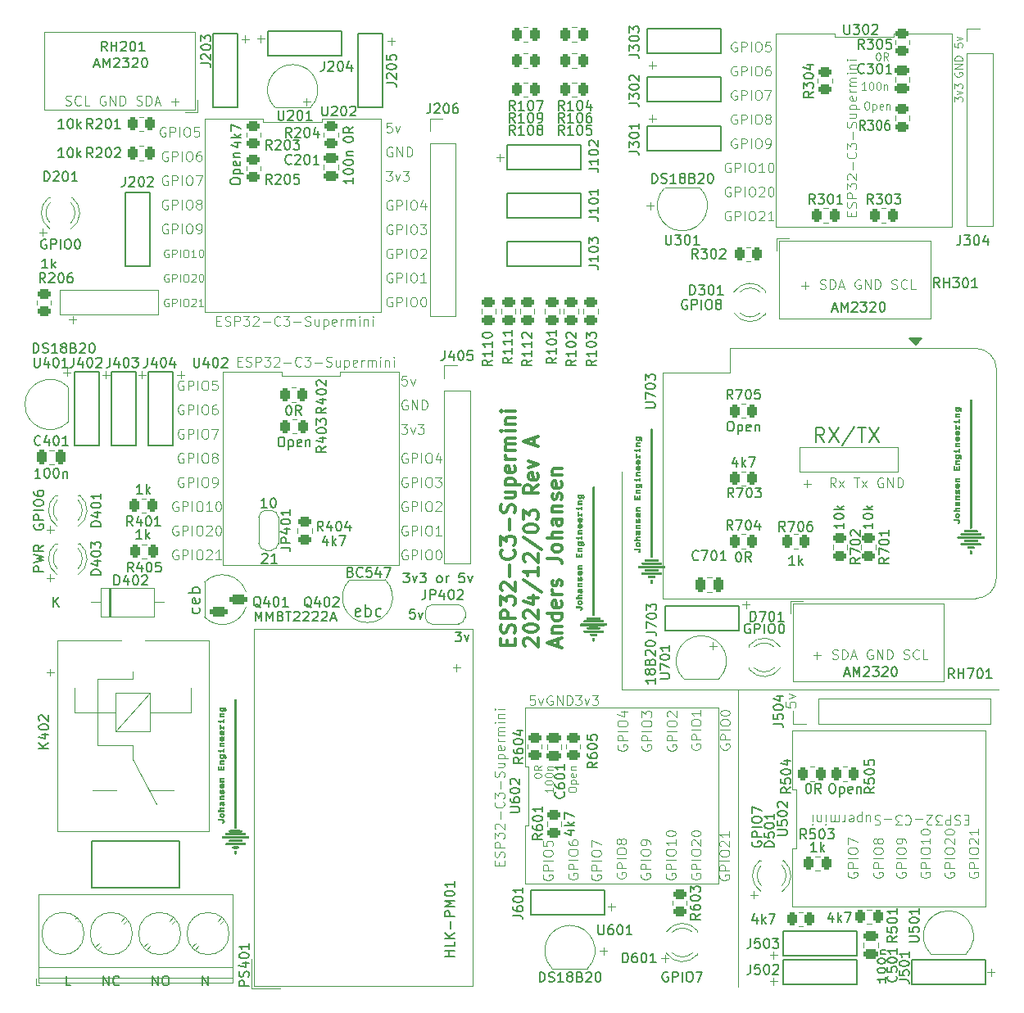
<source format=gto>
G04 #@! TF.GenerationSoftware,KiCad,Pcbnew,8.0.6*
G04 #@! TF.CreationDate,2024-12-03T19:12:37+01:00*
G04 #@! TF.ProjectId,HomeAutomationESP32C2mini_2024,486f6d65-4175-4746-9f6d-6174696f6e45,Rev A*
G04 #@! TF.SameCoordinates,Original*
G04 #@! TF.FileFunction,Legend,Top*
G04 #@! TF.FilePolarity,Positive*
%FSLAX46Y46*%
G04 Gerber Fmt 4.6, Leading zero omitted, Abs format (unit mm)*
G04 Created by KiCad (PCBNEW 8.0.6) date 2024-12-03 19:12:37*
%MOMM*%
%LPD*%
G01*
G04 APERTURE LIST*
G04 Aperture macros list*
%AMRoundRect*
0 Rectangle with rounded corners*
0 $1 Rounding radius*
0 $2 $3 $4 $5 $6 $7 $8 $9 X,Y pos of 4 corners*
0 Add a 4 corners polygon primitive as box body*
4,1,4,$2,$3,$4,$5,$6,$7,$8,$9,$2,$3,0*
0 Add four circle primitives for the rounded corners*
1,1,$1+$1,$2,$3*
1,1,$1+$1,$4,$5*
1,1,$1+$1,$6,$7*
1,1,$1+$1,$8,$9*
0 Add four rect primitives between the rounded corners*
20,1,$1+$1,$2,$3,$4,$5,0*
20,1,$1+$1,$4,$5,$6,$7,0*
20,1,$1+$1,$6,$7,$8,$9,0*
20,1,$1+$1,$8,$9,$2,$3,0*%
%AMFreePoly0*
4,1,19,0.550000,-0.750000,0.000000,-0.750000,0.000000,-0.744911,-0.071157,-0.744911,-0.207708,-0.704816,-0.327430,-0.627875,-0.420627,-0.520320,-0.479746,-0.390866,-0.500000,-0.250000,-0.500000,0.250000,-0.479746,0.390866,-0.420627,0.520320,-0.327430,0.627875,-0.207708,0.704816,-0.071157,0.744911,0.000000,0.744911,0.000000,0.750000,0.550000,0.750000,0.550000,-0.750000,0.550000,-0.750000,
$1*%
%AMFreePoly1*
4,1,19,0.000000,0.744911,0.071157,0.744911,0.207708,0.704816,0.327430,0.627875,0.420627,0.520320,0.479746,0.390866,0.500000,0.250000,0.500000,-0.250000,0.479746,-0.390866,0.420627,-0.520320,0.327430,-0.627875,0.207708,-0.704816,0.071157,-0.744911,0.000000,-0.744911,0.000000,-0.750000,-0.550000,-0.750000,-0.550000,0.750000,0.000000,0.750000,0.000000,0.744911,0.000000,0.744911,
$1*%
G04 Aperture macros list end*
%ADD10C,0.300000*%
%ADD11C,0.100000*%
%ADD12C,0.150000*%
%ADD13C,0.125000*%
%ADD14C,0.200000*%
%ADD15C,0.010000*%
%ADD16C,0.120000*%
%ADD17RoundRect,0.250000X0.262500X0.450000X-0.262500X0.450000X-0.262500X-0.450000X0.262500X-0.450000X0*%
%ADD18RoundRect,0.250000X-0.262500X-0.450000X0.262500X-0.450000X0.262500X0.450000X-0.262500X0.450000X0*%
%ADD19R,1.050000X1.500000*%
%ADD20O,1.050000X1.500000*%
%ADD21O,1.727200X2.032000*%
%ADD22RoundRect,0.250000X0.450000X-0.262500X0.450000X0.262500X-0.450000X0.262500X-0.450000X-0.262500X0*%
%ADD23O,2.000000X1.200000*%
%ADD24RoundRect,0.250000X-0.450000X0.262500X-0.450000X-0.262500X0.450000X-0.262500X0.450000X0.262500X0*%
%ADD25R,1.700000X1.700000*%
%ADD26O,1.700000X1.700000*%
%ADD27O,2.032000X1.727200*%
%ADD28FreePoly0,0.000000*%
%ADD29R,1.000000X1.500000*%
%ADD30FreePoly1,0.000000*%
%ADD31R,1.500000X1.050000*%
%ADD32O,1.500000X1.050000*%
%ADD33R,1.800000X1.800000*%
%ADD34C,1.800000*%
%ADD35FreePoly0,270.000000*%
%ADD36R,1.500000X1.000000*%
%ADD37FreePoly1,270.000000*%
%ADD38RoundRect,0.250000X-0.250000X-0.475000X0.250000X-0.475000X0.250000X0.475000X-0.250000X0.475000X0*%
%ADD39R,2.600000X2.600000*%
%ADD40C,2.600000*%
%ADD41RoundRect,0.250000X0.250000X0.475000X-0.250000X0.475000X-0.250000X-0.475000X0.250000X-0.475000X0*%
%ADD42R,1.800000X1.100000*%
%ADD43RoundRect,0.275000X-0.625000X0.275000X-0.625000X-0.275000X0.625000X-0.275000X0.625000X0.275000X0*%
%ADD44R,2.000000X2.000000*%
%ADD45O,1.600000X2.000000*%
%ADD46R,1.500000X1.500000*%
%ADD47C,1.500000*%
%ADD48O,1.200000X2.000000*%
%ADD49RoundRect,0.250000X0.475000X-0.250000X0.475000X0.250000X-0.475000X0.250000X-0.475000X-0.250000X0*%
%ADD50R,2.000000X1.700000*%
%ADD51O,2.000000X1.700000*%
%ADD52R,2.200000X2.200000*%
%ADD53O,2.200000X2.200000*%
%ADD54RoundRect,0.250000X-0.475000X0.250000X-0.475000X-0.250000X0.475000X-0.250000X0.475000X0.250000X0*%
%ADD55C,2.500000*%
%ADD56C,3.000000*%
%ADD57C,1.600000*%
G04 APERTURE END LIST*
D10*
X99185282Y-114445489D02*
X99185282Y-113945489D01*
X99970996Y-113731203D02*
X99970996Y-114445489D01*
X99970996Y-114445489D02*
X98470996Y-114445489D01*
X98470996Y-114445489D02*
X98470996Y-113731203D01*
X99899568Y-113159774D02*
X99970996Y-112945489D01*
X99970996Y-112945489D02*
X99970996Y-112588346D01*
X99970996Y-112588346D02*
X99899568Y-112445489D01*
X99899568Y-112445489D02*
X99828139Y-112374060D01*
X99828139Y-112374060D02*
X99685282Y-112302631D01*
X99685282Y-112302631D02*
X99542425Y-112302631D01*
X99542425Y-112302631D02*
X99399568Y-112374060D01*
X99399568Y-112374060D02*
X99328139Y-112445489D01*
X99328139Y-112445489D02*
X99256710Y-112588346D01*
X99256710Y-112588346D02*
X99185282Y-112874060D01*
X99185282Y-112874060D02*
X99113853Y-113016917D01*
X99113853Y-113016917D02*
X99042425Y-113088346D01*
X99042425Y-113088346D02*
X98899568Y-113159774D01*
X98899568Y-113159774D02*
X98756710Y-113159774D01*
X98756710Y-113159774D02*
X98613853Y-113088346D01*
X98613853Y-113088346D02*
X98542425Y-113016917D01*
X98542425Y-113016917D02*
X98470996Y-112874060D01*
X98470996Y-112874060D02*
X98470996Y-112516917D01*
X98470996Y-112516917D02*
X98542425Y-112302631D01*
X99970996Y-111659775D02*
X98470996Y-111659775D01*
X98470996Y-111659775D02*
X98470996Y-111088346D01*
X98470996Y-111088346D02*
X98542425Y-110945489D01*
X98542425Y-110945489D02*
X98613853Y-110874060D01*
X98613853Y-110874060D02*
X98756710Y-110802632D01*
X98756710Y-110802632D02*
X98970996Y-110802632D01*
X98970996Y-110802632D02*
X99113853Y-110874060D01*
X99113853Y-110874060D02*
X99185282Y-110945489D01*
X99185282Y-110945489D02*
X99256710Y-111088346D01*
X99256710Y-111088346D02*
X99256710Y-111659775D01*
X98470996Y-110302632D02*
X98470996Y-109374060D01*
X98470996Y-109374060D02*
X99042425Y-109874060D01*
X99042425Y-109874060D02*
X99042425Y-109659775D01*
X99042425Y-109659775D02*
X99113853Y-109516918D01*
X99113853Y-109516918D02*
X99185282Y-109445489D01*
X99185282Y-109445489D02*
X99328139Y-109374060D01*
X99328139Y-109374060D02*
X99685282Y-109374060D01*
X99685282Y-109374060D02*
X99828139Y-109445489D01*
X99828139Y-109445489D02*
X99899568Y-109516918D01*
X99899568Y-109516918D02*
X99970996Y-109659775D01*
X99970996Y-109659775D02*
X99970996Y-110088346D01*
X99970996Y-110088346D02*
X99899568Y-110231203D01*
X99899568Y-110231203D02*
X99828139Y-110302632D01*
X98613853Y-108802632D02*
X98542425Y-108731204D01*
X98542425Y-108731204D02*
X98470996Y-108588347D01*
X98470996Y-108588347D02*
X98470996Y-108231204D01*
X98470996Y-108231204D02*
X98542425Y-108088347D01*
X98542425Y-108088347D02*
X98613853Y-108016918D01*
X98613853Y-108016918D02*
X98756710Y-107945489D01*
X98756710Y-107945489D02*
X98899568Y-107945489D01*
X98899568Y-107945489D02*
X99113853Y-108016918D01*
X99113853Y-108016918D02*
X99970996Y-108874061D01*
X99970996Y-108874061D02*
X99970996Y-107945489D01*
X99399568Y-107302633D02*
X99399568Y-106159776D01*
X99828139Y-104588347D02*
X99899568Y-104659775D01*
X99899568Y-104659775D02*
X99970996Y-104874061D01*
X99970996Y-104874061D02*
X99970996Y-105016918D01*
X99970996Y-105016918D02*
X99899568Y-105231204D01*
X99899568Y-105231204D02*
X99756710Y-105374061D01*
X99756710Y-105374061D02*
X99613853Y-105445490D01*
X99613853Y-105445490D02*
X99328139Y-105516918D01*
X99328139Y-105516918D02*
X99113853Y-105516918D01*
X99113853Y-105516918D02*
X98828139Y-105445490D01*
X98828139Y-105445490D02*
X98685282Y-105374061D01*
X98685282Y-105374061D02*
X98542425Y-105231204D01*
X98542425Y-105231204D02*
X98470996Y-105016918D01*
X98470996Y-105016918D02*
X98470996Y-104874061D01*
X98470996Y-104874061D02*
X98542425Y-104659775D01*
X98542425Y-104659775D02*
X98613853Y-104588347D01*
X98470996Y-104088347D02*
X98470996Y-103159775D01*
X98470996Y-103159775D02*
X99042425Y-103659775D01*
X99042425Y-103659775D02*
X99042425Y-103445490D01*
X99042425Y-103445490D02*
X99113853Y-103302633D01*
X99113853Y-103302633D02*
X99185282Y-103231204D01*
X99185282Y-103231204D02*
X99328139Y-103159775D01*
X99328139Y-103159775D02*
X99685282Y-103159775D01*
X99685282Y-103159775D02*
X99828139Y-103231204D01*
X99828139Y-103231204D02*
X99899568Y-103302633D01*
X99899568Y-103302633D02*
X99970996Y-103445490D01*
X99970996Y-103445490D02*
X99970996Y-103874061D01*
X99970996Y-103874061D02*
X99899568Y-104016918D01*
X99899568Y-104016918D02*
X99828139Y-104088347D01*
X99399568Y-102516919D02*
X99399568Y-101374062D01*
X99899568Y-100731204D02*
X99970996Y-100516919D01*
X99970996Y-100516919D02*
X99970996Y-100159776D01*
X99970996Y-100159776D02*
X99899568Y-100016919D01*
X99899568Y-100016919D02*
X99828139Y-99945490D01*
X99828139Y-99945490D02*
X99685282Y-99874061D01*
X99685282Y-99874061D02*
X99542425Y-99874061D01*
X99542425Y-99874061D02*
X99399568Y-99945490D01*
X99399568Y-99945490D02*
X99328139Y-100016919D01*
X99328139Y-100016919D02*
X99256710Y-100159776D01*
X99256710Y-100159776D02*
X99185282Y-100445490D01*
X99185282Y-100445490D02*
X99113853Y-100588347D01*
X99113853Y-100588347D02*
X99042425Y-100659776D01*
X99042425Y-100659776D02*
X98899568Y-100731204D01*
X98899568Y-100731204D02*
X98756710Y-100731204D01*
X98756710Y-100731204D02*
X98613853Y-100659776D01*
X98613853Y-100659776D02*
X98542425Y-100588347D01*
X98542425Y-100588347D02*
X98470996Y-100445490D01*
X98470996Y-100445490D02*
X98470996Y-100088347D01*
X98470996Y-100088347D02*
X98542425Y-99874061D01*
X98970996Y-98588348D02*
X99970996Y-98588348D01*
X98970996Y-99231205D02*
X99756710Y-99231205D01*
X99756710Y-99231205D02*
X99899568Y-99159776D01*
X99899568Y-99159776D02*
X99970996Y-99016919D01*
X99970996Y-99016919D02*
X99970996Y-98802633D01*
X99970996Y-98802633D02*
X99899568Y-98659776D01*
X99899568Y-98659776D02*
X99828139Y-98588348D01*
X98970996Y-97874062D02*
X100470996Y-97874062D01*
X99042425Y-97874062D02*
X98970996Y-97731205D01*
X98970996Y-97731205D02*
X98970996Y-97445490D01*
X98970996Y-97445490D02*
X99042425Y-97302633D01*
X99042425Y-97302633D02*
X99113853Y-97231205D01*
X99113853Y-97231205D02*
X99256710Y-97159776D01*
X99256710Y-97159776D02*
X99685282Y-97159776D01*
X99685282Y-97159776D02*
X99828139Y-97231205D01*
X99828139Y-97231205D02*
X99899568Y-97302633D01*
X99899568Y-97302633D02*
X99970996Y-97445490D01*
X99970996Y-97445490D02*
X99970996Y-97731205D01*
X99970996Y-97731205D02*
X99899568Y-97874062D01*
X99899568Y-95945490D02*
X99970996Y-96088347D01*
X99970996Y-96088347D02*
X99970996Y-96374062D01*
X99970996Y-96374062D02*
X99899568Y-96516919D01*
X99899568Y-96516919D02*
X99756710Y-96588347D01*
X99756710Y-96588347D02*
X99185282Y-96588347D01*
X99185282Y-96588347D02*
X99042425Y-96516919D01*
X99042425Y-96516919D02*
X98970996Y-96374062D01*
X98970996Y-96374062D02*
X98970996Y-96088347D01*
X98970996Y-96088347D02*
X99042425Y-95945490D01*
X99042425Y-95945490D02*
X99185282Y-95874062D01*
X99185282Y-95874062D02*
X99328139Y-95874062D01*
X99328139Y-95874062D02*
X99470996Y-96588347D01*
X99970996Y-95231205D02*
X98970996Y-95231205D01*
X99256710Y-95231205D02*
X99113853Y-95159776D01*
X99113853Y-95159776D02*
X99042425Y-95088348D01*
X99042425Y-95088348D02*
X98970996Y-94945490D01*
X98970996Y-94945490D02*
X98970996Y-94802633D01*
X99970996Y-94302634D02*
X98970996Y-94302634D01*
X99113853Y-94302634D02*
X99042425Y-94231205D01*
X99042425Y-94231205D02*
X98970996Y-94088348D01*
X98970996Y-94088348D02*
X98970996Y-93874062D01*
X98970996Y-93874062D02*
X99042425Y-93731205D01*
X99042425Y-93731205D02*
X99185282Y-93659777D01*
X99185282Y-93659777D02*
X99970996Y-93659777D01*
X99185282Y-93659777D02*
X99042425Y-93588348D01*
X99042425Y-93588348D02*
X98970996Y-93445491D01*
X98970996Y-93445491D02*
X98970996Y-93231205D01*
X98970996Y-93231205D02*
X99042425Y-93088348D01*
X99042425Y-93088348D02*
X99185282Y-93016919D01*
X99185282Y-93016919D02*
X99970996Y-93016919D01*
X99970996Y-92302634D02*
X98970996Y-92302634D01*
X98470996Y-92302634D02*
X98542425Y-92374062D01*
X98542425Y-92374062D02*
X98613853Y-92302634D01*
X98613853Y-92302634D02*
X98542425Y-92231205D01*
X98542425Y-92231205D02*
X98470996Y-92302634D01*
X98470996Y-92302634D02*
X98613853Y-92302634D01*
X98970996Y-91588348D02*
X99970996Y-91588348D01*
X99113853Y-91588348D02*
X99042425Y-91516919D01*
X99042425Y-91516919D02*
X98970996Y-91374062D01*
X98970996Y-91374062D02*
X98970996Y-91159776D01*
X98970996Y-91159776D02*
X99042425Y-91016919D01*
X99042425Y-91016919D02*
X99185282Y-90945491D01*
X99185282Y-90945491D02*
X99970996Y-90945491D01*
X99970996Y-90231205D02*
X98970996Y-90231205D01*
X98470996Y-90231205D02*
X98542425Y-90302633D01*
X98542425Y-90302633D02*
X98613853Y-90231205D01*
X98613853Y-90231205D02*
X98542425Y-90159776D01*
X98542425Y-90159776D02*
X98470996Y-90231205D01*
X98470996Y-90231205D02*
X98613853Y-90231205D01*
X101028769Y-114516917D02*
X100957341Y-114445489D01*
X100957341Y-114445489D02*
X100885912Y-114302632D01*
X100885912Y-114302632D02*
X100885912Y-113945489D01*
X100885912Y-113945489D02*
X100957341Y-113802632D01*
X100957341Y-113802632D02*
X101028769Y-113731203D01*
X101028769Y-113731203D02*
X101171626Y-113659774D01*
X101171626Y-113659774D02*
X101314484Y-113659774D01*
X101314484Y-113659774D02*
X101528769Y-113731203D01*
X101528769Y-113731203D02*
X102385912Y-114588346D01*
X102385912Y-114588346D02*
X102385912Y-113659774D01*
X100885912Y-112731203D02*
X100885912Y-112588346D01*
X100885912Y-112588346D02*
X100957341Y-112445489D01*
X100957341Y-112445489D02*
X101028769Y-112374061D01*
X101028769Y-112374061D02*
X101171626Y-112302632D01*
X101171626Y-112302632D02*
X101457341Y-112231203D01*
X101457341Y-112231203D02*
X101814484Y-112231203D01*
X101814484Y-112231203D02*
X102100198Y-112302632D01*
X102100198Y-112302632D02*
X102243055Y-112374061D01*
X102243055Y-112374061D02*
X102314484Y-112445489D01*
X102314484Y-112445489D02*
X102385912Y-112588346D01*
X102385912Y-112588346D02*
X102385912Y-112731203D01*
X102385912Y-112731203D02*
X102314484Y-112874061D01*
X102314484Y-112874061D02*
X102243055Y-112945489D01*
X102243055Y-112945489D02*
X102100198Y-113016918D01*
X102100198Y-113016918D02*
X101814484Y-113088346D01*
X101814484Y-113088346D02*
X101457341Y-113088346D01*
X101457341Y-113088346D02*
X101171626Y-113016918D01*
X101171626Y-113016918D02*
X101028769Y-112945489D01*
X101028769Y-112945489D02*
X100957341Y-112874061D01*
X100957341Y-112874061D02*
X100885912Y-112731203D01*
X101028769Y-111659775D02*
X100957341Y-111588347D01*
X100957341Y-111588347D02*
X100885912Y-111445490D01*
X100885912Y-111445490D02*
X100885912Y-111088347D01*
X100885912Y-111088347D02*
X100957341Y-110945490D01*
X100957341Y-110945490D02*
X101028769Y-110874061D01*
X101028769Y-110874061D02*
X101171626Y-110802632D01*
X101171626Y-110802632D02*
X101314484Y-110802632D01*
X101314484Y-110802632D02*
X101528769Y-110874061D01*
X101528769Y-110874061D02*
X102385912Y-111731204D01*
X102385912Y-111731204D02*
X102385912Y-110802632D01*
X101385912Y-109516919D02*
X102385912Y-109516919D01*
X100814484Y-109874061D02*
X101885912Y-110231204D01*
X101885912Y-110231204D02*
X101885912Y-109302633D01*
X100814484Y-107659776D02*
X102743055Y-108945490D01*
X102385912Y-106374061D02*
X102385912Y-107231204D01*
X102385912Y-106802633D02*
X100885912Y-106802633D01*
X100885912Y-106802633D02*
X101100198Y-106945490D01*
X101100198Y-106945490D02*
X101243055Y-107088347D01*
X101243055Y-107088347D02*
X101314484Y-107231204D01*
X101028769Y-105802633D02*
X100957341Y-105731205D01*
X100957341Y-105731205D02*
X100885912Y-105588348D01*
X100885912Y-105588348D02*
X100885912Y-105231205D01*
X100885912Y-105231205D02*
X100957341Y-105088348D01*
X100957341Y-105088348D02*
X101028769Y-105016919D01*
X101028769Y-105016919D02*
X101171626Y-104945490D01*
X101171626Y-104945490D02*
X101314484Y-104945490D01*
X101314484Y-104945490D02*
X101528769Y-105016919D01*
X101528769Y-105016919D02*
X102385912Y-105874062D01*
X102385912Y-105874062D02*
X102385912Y-104945490D01*
X100814484Y-103231205D02*
X102743055Y-104516919D01*
X100885912Y-102445490D02*
X100885912Y-102302633D01*
X100885912Y-102302633D02*
X100957341Y-102159776D01*
X100957341Y-102159776D02*
X101028769Y-102088348D01*
X101028769Y-102088348D02*
X101171626Y-102016919D01*
X101171626Y-102016919D02*
X101457341Y-101945490D01*
X101457341Y-101945490D02*
X101814484Y-101945490D01*
X101814484Y-101945490D02*
X102100198Y-102016919D01*
X102100198Y-102016919D02*
X102243055Y-102088348D01*
X102243055Y-102088348D02*
X102314484Y-102159776D01*
X102314484Y-102159776D02*
X102385912Y-102302633D01*
X102385912Y-102302633D02*
X102385912Y-102445490D01*
X102385912Y-102445490D02*
X102314484Y-102588348D01*
X102314484Y-102588348D02*
X102243055Y-102659776D01*
X102243055Y-102659776D02*
X102100198Y-102731205D01*
X102100198Y-102731205D02*
X101814484Y-102802633D01*
X101814484Y-102802633D02*
X101457341Y-102802633D01*
X101457341Y-102802633D02*
X101171626Y-102731205D01*
X101171626Y-102731205D02*
X101028769Y-102659776D01*
X101028769Y-102659776D02*
X100957341Y-102588348D01*
X100957341Y-102588348D02*
X100885912Y-102445490D01*
X100885912Y-101445491D02*
X100885912Y-100516919D01*
X100885912Y-100516919D02*
X101457341Y-101016919D01*
X101457341Y-101016919D02*
X101457341Y-100802634D01*
X101457341Y-100802634D02*
X101528769Y-100659777D01*
X101528769Y-100659777D02*
X101600198Y-100588348D01*
X101600198Y-100588348D02*
X101743055Y-100516919D01*
X101743055Y-100516919D02*
X102100198Y-100516919D01*
X102100198Y-100516919D02*
X102243055Y-100588348D01*
X102243055Y-100588348D02*
X102314484Y-100659777D01*
X102314484Y-100659777D02*
X102385912Y-100802634D01*
X102385912Y-100802634D02*
X102385912Y-101231205D01*
X102385912Y-101231205D02*
X102314484Y-101374062D01*
X102314484Y-101374062D02*
X102243055Y-101445491D01*
X102385912Y-97874063D02*
X101671626Y-98374063D01*
X102385912Y-98731206D02*
X100885912Y-98731206D01*
X100885912Y-98731206D02*
X100885912Y-98159777D01*
X100885912Y-98159777D02*
X100957341Y-98016920D01*
X100957341Y-98016920D02*
X101028769Y-97945491D01*
X101028769Y-97945491D02*
X101171626Y-97874063D01*
X101171626Y-97874063D02*
X101385912Y-97874063D01*
X101385912Y-97874063D02*
X101528769Y-97945491D01*
X101528769Y-97945491D02*
X101600198Y-98016920D01*
X101600198Y-98016920D02*
X101671626Y-98159777D01*
X101671626Y-98159777D02*
X101671626Y-98731206D01*
X102314484Y-96659777D02*
X102385912Y-96802634D01*
X102385912Y-96802634D02*
X102385912Y-97088349D01*
X102385912Y-97088349D02*
X102314484Y-97231206D01*
X102314484Y-97231206D02*
X102171626Y-97302634D01*
X102171626Y-97302634D02*
X101600198Y-97302634D01*
X101600198Y-97302634D02*
X101457341Y-97231206D01*
X101457341Y-97231206D02*
X101385912Y-97088349D01*
X101385912Y-97088349D02*
X101385912Y-96802634D01*
X101385912Y-96802634D02*
X101457341Y-96659777D01*
X101457341Y-96659777D02*
X101600198Y-96588349D01*
X101600198Y-96588349D02*
X101743055Y-96588349D01*
X101743055Y-96588349D02*
X101885912Y-97302634D01*
X101385912Y-96088349D02*
X102385912Y-95731206D01*
X102385912Y-95731206D02*
X101385912Y-95374063D01*
X101957341Y-93731206D02*
X101957341Y-93016921D01*
X102385912Y-93874063D02*
X100885912Y-93374063D01*
X100885912Y-93374063D02*
X102385912Y-92874063D01*
X104372257Y-114516917D02*
X104372257Y-113802632D01*
X104800828Y-114659774D02*
X103300828Y-114159774D01*
X103300828Y-114159774D02*
X104800828Y-113659774D01*
X103800828Y-113159775D02*
X104800828Y-113159775D01*
X103943685Y-113159775D02*
X103872257Y-113088346D01*
X103872257Y-113088346D02*
X103800828Y-112945489D01*
X103800828Y-112945489D02*
X103800828Y-112731203D01*
X103800828Y-112731203D02*
X103872257Y-112588346D01*
X103872257Y-112588346D02*
X104015114Y-112516918D01*
X104015114Y-112516918D02*
X104800828Y-112516918D01*
X104800828Y-111159775D02*
X103300828Y-111159775D01*
X104729400Y-111159775D02*
X104800828Y-111302632D01*
X104800828Y-111302632D02*
X104800828Y-111588346D01*
X104800828Y-111588346D02*
X104729400Y-111731203D01*
X104729400Y-111731203D02*
X104657971Y-111802632D01*
X104657971Y-111802632D02*
X104515114Y-111874060D01*
X104515114Y-111874060D02*
X104086542Y-111874060D01*
X104086542Y-111874060D02*
X103943685Y-111802632D01*
X103943685Y-111802632D02*
X103872257Y-111731203D01*
X103872257Y-111731203D02*
X103800828Y-111588346D01*
X103800828Y-111588346D02*
X103800828Y-111302632D01*
X103800828Y-111302632D02*
X103872257Y-111159775D01*
X104729400Y-109874060D02*
X104800828Y-110016917D01*
X104800828Y-110016917D02*
X104800828Y-110302632D01*
X104800828Y-110302632D02*
X104729400Y-110445489D01*
X104729400Y-110445489D02*
X104586542Y-110516917D01*
X104586542Y-110516917D02*
X104015114Y-110516917D01*
X104015114Y-110516917D02*
X103872257Y-110445489D01*
X103872257Y-110445489D02*
X103800828Y-110302632D01*
X103800828Y-110302632D02*
X103800828Y-110016917D01*
X103800828Y-110016917D02*
X103872257Y-109874060D01*
X103872257Y-109874060D02*
X104015114Y-109802632D01*
X104015114Y-109802632D02*
X104157971Y-109802632D01*
X104157971Y-109802632D02*
X104300828Y-110516917D01*
X104800828Y-109159775D02*
X103800828Y-109159775D01*
X104086542Y-109159775D02*
X103943685Y-109088346D01*
X103943685Y-109088346D02*
X103872257Y-109016918D01*
X103872257Y-109016918D02*
X103800828Y-108874060D01*
X103800828Y-108874060D02*
X103800828Y-108731203D01*
X104729400Y-108302632D02*
X104800828Y-108159775D01*
X104800828Y-108159775D02*
X104800828Y-107874061D01*
X104800828Y-107874061D02*
X104729400Y-107731204D01*
X104729400Y-107731204D02*
X104586542Y-107659775D01*
X104586542Y-107659775D02*
X104515114Y-107659775D01*
X104515114Y-107659775D02*
X104372257Y-107731204D01*
X104372257Y-107731204D02*
X104300828Y-107874061D01*
X104300828Y-107874061D02*
X104300828Y-108088347D01*
X104300828Y-108088347D02*
X104229400Y-108231204D01*
X104229400Y-108231204D02*
X104086542Y-108302632D01*
X104086542Y-108302632D02*
X104015114Y-108302632D01*
X104015114Y-108302632D02*
X103872257Y-108231204D01*
X103872257Y-108231204D02*
X103800828Y-108088347D01*
X103800828Y-108088347D02*
X103800828Y-107874061D01*
X103800828Y-107874061D02*
X103872257Y-107731204D01*
X103300828Y-105445489D02*
X104372257Y-105445489D01*
X104372257Y-105445489D02*
X104586542Y-105516918D01*
X104586542Y-105516918D02*
X104729400Y-105659775D01*
X104729400Y-105659775D02*
X104800828Y-105874061D01*
X104800828Y-105874061D02*
X104800828Y-106016918D01*
X104800828Y-104516918D02*
X104729400Y-104659775D01*
X104729400Y-104659775D02*
X104657971Y-104731204D01*
X104657971Y-104731204D02*
X104515114Y-104802632D01*
X104515114Y-104802632D02*
X104086542Y-104802632D01*
X104086542Y-104802632D02*
X103943685Y-104731204D01*
X103943685Y-104731204D02*
X103872257Y-104659775D01*
X103872257Y-104659775D02*
X103800828Y-104516918D01*
X103800828Y-104516918D02*
X103800828Y-104302632D01*
X103800828Y-104302632D02*
X103872257Y-104159775D01*
X103872257Y-104159775D02*
X103943685Y-104088347D01*
X103943685Y-104088347D02*
X104086542Y-104016918D01*
X104086542Y-104016918D02*
X104515114Y-104016918D01*
X104515114Y-104016918D02*
X104657971Y-104088347D01*
X104657971Y-104088347D02*
X104729400Y-104159775D01*
X104729400Y-104159775D02*
X104800828Y-104302632D01*
X104800828Y-104302632D02*
X104800828Y-104516918D01*
X104800828Y-103374061D02*
X103300828Y-103374061D01*
X104800828Y-102731204D02*
X104015114Y-102731204D01*
X104015114Y-102731204D02*
X103872257Y-102802632D01*
X103872257Y-102802632D02*
X103800828Y-102945489D01*
X103800828Y-102945489D02*
X103800828Y-103159775D01*
X103800828Y-103159775D02*
X103872257Y-103302632D01*
X103872257Y-103302632D02*
X103943685Y-103374061D01*
X104800828Y-101374061D02*
X104015114Y-101374061D01*
X104015114Y-101374061D02*
X103872257Y-101445489D01*
X103872257Y-101445489D02*
X103800828Y-101588346D01*
X103800828Y-101588346D02*
X103800828Y-101874061D01*
X103800828Y-101874061D02*
X103872257Y-102016918D01*
X104729400Y-101374061D02*
X104800828Y-101516918D01*
X104800828Y-101516918D02*
X104800828Y-101874061D01*
X104800828Y-101874061D02*
X104729400Y-102016918D01*
X104729400Y-102016918D02*
X104586542Y-102088346D01*
X104586542Y-102088346D02*
X104443685Y-102088346D01*
X104443685Y-102088346D02*
X104300828Y-102016918D01*
X104300828Y-102016918D02*
X104229400Y-101874061D01*
X104229400Y-101874061D02*
X104229400Y-101516918D01*
X104229400Y-101516918D02*
X104157971Y-101374061D01*
X103800828Y-100659775D02*
X104800828Y-100659775D01*
X103943685Y-100659775D02*
X103872257Y-100588346D01*
X103872257Y-100588346D02*
X103800828Y-100445489D01*
X103800828Y-100445489D02*
X103800828Y-100231203D01*
X103800828Y-100231203D02*
X103872257Y-100088346D01*
X103872257Y-100088346D02*
X104015114Y-100016918D01*
X104015114Y-100016918D02*
X104800828Y-100016918D01*
X104729400Y-99374060D02*
X104800828Y-99231203D01*
X104800828Y-99231203D02*
X104800828Y-98945489D01*
X104800828Y-98945489D02*
X104729400Y-98802632D01*
X104729400Y-98802632D02*
X104586542Y-98731203D01*
X104586542Y-98731203D02*
X104515114Y-98731203D01*
X104515114Y-98731203D02*
X104372257Y-98802632D01*
X104372257Y-98802632D02*
X104300828Y-98945489D01*
X104300828Y-98945489D02*
X104300828Y-99159775D01*
X104300828Y-99159775D02*
X104229400Y-99302632D01*
X104229400Y-99302632D02*
X104086542Y-99374060D01*
X104086542Y-99374060D02*
X104015114Y-99374060D01*
X104015114Y-99374060D02*
X103872257Y-99302632D01*
X103872257Y-99302632D02*
X103800828Y-99159775D01*
X103800828Y-99159775D02*
X103800828Y-98945489D01*
X103800828Y-98945489D02*
X103872257Y-98802632D01*
X104729400Y-97516917D02*
X104800828Y-97659774D01*
X104800828Y-97659774D02*
X104800828Y-97945489D01*
X104800828Y-97945489D02*
X104729400Y-98088346D01*
X104729400Y-98088346D02*
X104586542Y-98159774D01*
X104586542Y-98159774D02*
X104015114Y-98159774D01*
X104015114Y-98159774D02*
X103872257Y-98088346D01*
X103872257Y-98088346D02*
X103800828Y-97945489D01*
X103800828Y-97945489D02*
X103800828Y-97659774D01*
X103800828Y-97659774D02*
X103872257Y-97516917D01*
X103872257Y-97516917D02*
X104015114Y-97445489D01*
X104015114Y-97445489D02*
X104157971Y-97445489D01*
X104157971Y-97445489D02*
X104300828Y-98159774D01*
X103800828Y-96802632D02*
X104800828Y-96802632D01*
X103943685Y-96802632D02*
X103872257Y-96731203D01*
X103872257Y-96731203D02*
X103800828Y-96588346D01*
X103800828Y-96588346D02*
X103800828Y-96374060D01*
X103800828Y-96374060D02*
X103872257Y-96231203D01*
X103872257Y-96231203D02*
X104015114Y-96159775D01*
X104015114Y-96159775D02*
X104800828Y-96159775D01*
D11*
X150000000Y-119000000D02*
X111750000Y-119000000D01*
X111000000Y-119000000D02*
X111000000Y-96500000D01*
X123000000Y-119000000D02*
X123000000Y-149750000D01*
X111750000Y-119000000D02*
X111000000Y-119000000D01*
X53303884Y-86241466D02*
X54065789Y-86241466D01*
X53684836Y-86622419D02*
X53684836Y-85860514D01*
D12*
X54062969Y-149619819D02*
X53586779Y-149619819D01*
X53586779Y-149619819D02*
X53586779Y-148619819D01*
X57443923Y-149619819D02*
X57443923Y-148619819D01*
X57443923Y-148619819D02*
X58015351Y-149619819D01*
X58015351Y-149619819D02*
X58015351Y-148619819D01*
X59062970Y-149524580D02*
X59015351Y-149572200D01*
X59015351Y-149572200D02*
X58872494Y-149619819D01*
X58872494Y-149619819D02*
X58777256Y-149619819D01*
X58777256Y-149619819D02*
X58634399Y-149572200D01*
X58634399Y-149572200D02*
X58539161Y-149476961D01*
X58539161Y-149476961D02*
X58491542Y-149381723D01*
X58491542Y-149381723D02*
X58443923Y-149191247D01*
X58443923Y-149191247D02*
X58443923Y-149048390D01*
X58443923Y-149048390D02*
X58491542Y-148857914D01*
X58491542Y-148857914D02*
X58539161Y-148762676D01*
X58539161Y-148762676D02*
X58634399Y-148667438D01*
X58634399Y-148667438D02*
X58777256Y-148619819D01*
X58777256Y-148619819D02*
X58872494Y-148619819D01*
X58872494Y-148619819D02*
X59015351Y-148667438D01*
X59015351Y-148667438D02*
X59062970Y-148715057D01*
X62539162Y-149619819D02*
X62539162Y-148619819D01*
X62539162Y-148619819D02*
X63110590Y-149619819D01*
X63110590Y-149619819D02*
X63110590Y-148619819D01*
X63777257Y-148619819D02*
X63967733Y-148619819D01*
X63967733Y-148619819D02*
X64062971Y-148667438D01*
X64062971Y-148667438D02*
X64158209Y-148762676D01*
X64158209Y-148762676D02*
X64205828Y-148953152D01*
X64205828Y-148953152D02*
X64205828Y-149286485D01*
X64205828Y-149286485D02*
X64158209Y-149476961D01*
X64158209Y-149476961D02*
X64062971Y-149572200D01*
X64062971Y-149572200D02*
X63967733Y-149619819D01*
X63967733Y-149619819D02*
X63777257Y-149619819D01*
X63777257Y-149619819D02*
X63682019Y-149572200D01*
X63682019Y-149572200D02*
X63586781Y-149476961D01*
X63586781Y-149476961D02*
X63539162Y-149286485D01*
X63539162Y-149286485D02*
X63539162Y-148953152D01*
X63539162Y-148953152D02*
X63586781Y-148762676D01*
X63586781Y-148762676D02*
X63682019Y-148667438D01*
X63682019Y-148667438D02*
X63777257Y-148619819D01*
X67682020Y-149619819D02*
X67682020Y-148619819D01*
X67682020Y-148619819D02*
X68253448Y-149619819D01*
X68253448Y-149619819D02*
X68253448Y-148619819D01*
D11*
X108761884Y-146049466D02*
X109523789Y-146049466D01*
X109142836Y-146430419D02*
X109142836Y-145668514D01*
X109553884Y-141491466D02*
X110315789Y-141491466D01*
X109934836Y-141872419D02*
X109934836Y-141110514D01*
X113587884Y-68991466D02*
X114349789Y-68991466D01*
X113968836Y-69372419D02*
X113968836Y-68610514D01*
X126303884Y-146491466D02*
X127065789Y-146491466D01*
X126684836Y-146872419D02*
X126684836Y-146110514D01*
X51553884Y-102491466D02*
X52315789Y-102491466D01*
X51934836Y-102872419D02*
X51934836Y-102110514D01*
X148803884Y-148241466D02*
X149565789Y-148241466D01*
X149184836Y-148622419D02*
X149184836Y-147860514D01*
X51553884Y-107491466D02*
X52315789Y-107491466D01*
X51934836Y-107872419D02*
X51934836Y-107110514D01*
X120053884Y-114491466D02*
X120815789Y-114491466D01*
X120434836Y-114872419D02*
X120434836Y-114110514D01*
X98053884Y-63991466D02*
X98815789Y-63991466D01*
X98434836Y-64372419D02*
X98434836Y-63610514D01*
D13*
X53522712Y-58573500D02*
X53665569Y-58621119D01*
X53665569Y-58621119D02*
X53903664Y-58621119D01*
X53903664Y-58621119D02*
X53998902Y-58573500D01*
X53998902Y-58573500D02*
X54046521Y-58525880D01*
X54046521Y-58525880D02*
X54094140Y-58430642D01*
X54094140Y-58430642D02*
X54094140Y-58335404D01*
X54094140Y-58335404D02*
X54046521Y-58240166D01*
X54046521Y-58240166D02*
X53998902Y-58192547D01*
X53998902Y-58192547D02*
X53903664Y-58144928D01*
X53903664Y-58144928D02*
X53713188Y-58097309D01*
X53713188Y-58097309D02*
X53617950Y-58049690D01*
X53617950Y-58049690D02*
X53570331Y-58002071D01*
X53570331Y-58002071D02*
X53522712Y-57906833D01*
X53522712Y-57906833D02*
X53522712Y-57811595D01*
X53522712Y-57811595D02*
X53570331Y-57716357D01*
X53570331Y-57716357D02*
X53617950Y-57668738D01*
X53617950Y-57668738D02*
X53713188Y-57621119D01*
X53713188Y-57621119D02*
X53951283Y-57621119D01*
X53951283Y-57621119D02*
X54094140Y-57668738D01*
X55094140Y-58525880D02*
X55046521Y-58573500D01*
X55046521Y-58573500D02*
X54903664Y-58621119D01*
X54903664Y-58621119D02*
X54808426Y-58621119D01*
X54808426Y-58621119D02*
X54665569Y-58573500D01*
X54665569Y-58573500D02*
X54570331Y-58478261D01*
X54570331Y-58478261D02*
X54522712Y-58383023D01*
X54522712Y-58383023D02*
X54475093Y-58192547D01*
X54475093Y-58192547D02*
X54475093Y-58049690D01*
X54475093Y-58049690D02*
X54522712Y-57859214D01*
X54522712Y-57859214D02*
X54570331Y-57763976D01*
X54570331Y-57763976D02*
X54665569Y-57668738D01*
X54665569Y-57668738D02*
X54808426Y-57621119D01*
X54808426Y-57621119D02*
X54903664Y-57621119D01*
X54903664Y-57621119D02*
X55046521Y-57668738D01*
X55046521Y-57668738D02*
X55094140Y-57716357D01*
X55998902Y-58621119D02*
X55522712Y-58621119D01*
X55522712Y-58621119D02*
X55522712Y-57621119D01*
X57617950Y-57668738D02*
X57522712Y-57621119D01*
X57522712Y-57621119D02*
X57379855Y-57621119D01*
X57379855Y-57621119D02*
X57236998Y-57668738D01*
X57236998Y-57668738D02*
X57141760Y-57763976D01*
X57141760Y-57763976D02*
X57094141Y-57859214D01*
X57094141Y-57859214D02*
X57046522Y-58049690D01*
X57046522Y-58049690D02*
X57046522Y-58192547D01*
X57046522Y-58192547D02*
X57094141Y-58383023D01*
X57094141Y-58383023D02*
X57141760Y-58478261D01*
X57141760Y-58478261D02*
X57236998Y-58573500D01*
X57236998Y-58573500D02*
X57379855Y-58621119D01*
X57379855Y-58621119D02*
X57475093Y-58621119D01*
X57475093Y-58621119D02*
X57617950Y-58573500D01*
X57617950Y-58573500D02*
X57665569Y-58525880D01*
X57665569Y-58525880D02*
X57665569Y-58192547D01*
X57665569Y-58192547D02*
X57475093Y-58192547D01*
X58094141Y-58621119D02*
X58094141Y-57621119D01*
X58094141Y-57621119D02*
X58665569Y-58621119D01*
X58665569Y-58621119D02*
X58665569Y-57621119D01*
X59141760Y-58621119D02*
X59141760Y-57621119D01*
X59141760Y-57621119D02*
X59379855Y-57621119D01*
X59379855Y-57621119D02*
X59522712Y-57668738D01*
X59522712Y-57668738D02*
X59617950Y-57763976D01*
X59617950Y-57763976D02*
X59665569Y-57859214D01*
X59665569Y-57859214D02*
X59713188Y-58049690D01*
X59713188Y-58049690D02*
X59713188Y-58192547D01*
X59713188Y-58192547D02*
X59665569Y-58383023D01*
X59665569Y-58383023D02*
X59617950Y-58478261D01*
X59617950Y-58478261D02*
X59522712Y-58573500D01*
X59522712Y-58573500D02*
X59379855Y-58621119D01*
X59379855Y-58621119D02*
X59141760Y-58621119D01*
X60856046Y-58573500D02*
X60998903Y-58621119D01*
X60998903Y-58621119D02*
X61236998Y-58621119D01*
X61236998Y-58621119D02*
X61332236Y-58573500D01*
X61332236Y-58573500D02*
X61379855Y-58525880D01*
X61379855Y-58525880D02*
X61427474Y-58430642D01*
X61427474Y-58430642D02*
X61427474Y-58335404D01*
X61427474Y-58335404D02*
X61379855Y-58240166D01*
X61379855Y-58240166D02*
X61332236Y-58192547D01*
X61332236Y-58192547D02*
X61236998Y-58144928D01*
X61236998Y-58144928D02*
X61046522Y-58097309D01*
X61046522Y-58097309D02*
X60951284Y-58049690D01*
X60951284Y-58049690D02*
X60903665Y-58002071D01*
X60903665Y-58002071D02*
X60856046Y-57906833D01*
X60856046Y-57906833D02*
X60856046Y-57811595D01*
X60856046Y-57811595D02*
X60903665Y-57716357D01*
X60903665Y-57716357D02*
X60951284Y-57668738D01*
X60951284Y-57668738D02*
X61046522Y-57621119D01*
X61046522Y-57621119D02*
X61284617Y-57621119D01*
X61284617Y-57621119D02*
X61427474Y-57668738D01*
X61856046Y-58621119D02*
X61856046Y-57621119D01*
X61856046Y-57621119D02*
X62094141Y-57621119D01*
X62094141Y-57621119D02*
X62236998Y-57668738D01*
X62236998Y-57668738D02*
X62332236Y-57763976D01*
X62332236Y-57763976D02*
X62379855Y-57859214D01*
X62379855Y-57859214D02*
X62427474Y-58049690D01*
X62427474Y-58049690D02*
X62427474Y-58192547D01*
X62427474Y-58192547D02*
X62379855Y-58383023D01*
X62379855Y-58383023D02*
X62332236Y-58478261D01*
X62332236Y-58478261D02*
X62236998Y-58573500D01*
X62236998Y-58573500D02*
X62094141Y-58621119D01*
X62094141Y-58621119D02*
X61856046Y-58621119D01*
X62808427Y-58335404D02*
X63284617Y-58335404D01*
X62713189Y-58621119D02*
X63046522Y-57621119D01*
X63046522Y-57621119D02*
X63379855Y-58621119D01*
X64475094Y-58240166D02*
X65236999Y-58240166D01*
X64856046Y-58621119D02*
X64856046Y-57859214D01*
D11*
X61053884Y-86491466D02*
X61815789Y-86491466D01*
X61434836Y-86872419D02*
X61434836Y-86110514D01*
X115111884Y-146811466D02*
X115873789Y-146811466D01*
X115492836Y-147192419D02*
X115492836Y-146430514D01*
D14*
X83974435Y-111385600D02*
X83860149Y-111442742D01*
X83860149Y-111442742D02*
X83631578Y-111442742D01*
X83631578Y-111442742D02*
X83517292Y-111385600D01*
X83517292Y-111385600D02*
X83460149Y-111271314D01*
X83460149Y-111271314D02*
X83460149Y-110814171D01*
X83460149Y-110814171D02*
X83517292Y-110699885D01*
X83517292Y-110699885D02*
X83631578Y-110642742D01*
X83631578Y-110642742D02*
X83860149Y-110642742D01*
X83860149Y-110642742D02*
X83974435Y-110699885D01*
X83974435Y-110699885D02*
X84031578Y-110814171D01*
X84031578Y-110814171D02*
X84031578Y-110928457D01*
X84031578Y-110928457D02*
X83460149Y-111042742D01*
X84545863Y-111442742D02*
X84545863Y-110242742D01*
X84545863Y-110699885D02*
X84660149Y-110642742D01*
X84660149Y-110642742D02*
X84888720Y-110642742D01*
X84888720Y-110642742D02*
X85003006Y-110699885D01*
X85003006Y-110699885D02*
X85060149Y-110757028D01*
X85060149Y-110757028D02*
X85117291Y-110871314D01*
X85117291Y-110871314D02*
X85117291Y-111214171D01*
X85117291Y-111214171D02*
X85060149Y-111328457D01*
X85060149Y-111328457D02*
X85003006Y-111385600D01*
X85003006Y-111385600D02*
X84888720Y-111442742D01*
X84888720Y-111442742D02*
X84660149Y-111442742D01*
X84660149Y-111442742D02*
X84545863Y-111385600D01*
X86145863Y-111385600D02*
X86031577Y-111442742D01*
X86031577Y-111442742D02*
X85803005Y-111442742D01*
X85803005Y-111442742D02*
X85688720Y-111385600D01*
X85688720Y-111385600D02*
X85631577Y-111328457D01*
X85631577Y-111328457D02*
X85574434Y-111214171D01*
X85574434Y-111214171D02*
X85574434Y-110871314D01*
X85574434Y-110871314D02*
X85631577Y-110757028D01*
X85631577Y-110757028D02*
X85688720Y-110699885D01*
X85688720Y-110699885D02*
X85803005Y-110642742D01*
X85803005Y-110642742D02*
X86031577Y-110642742D01*
X86031577Y-110642742D02*
X86145863Y-110699885D01*
D11*
X86803884Y-51991466D02*
X87565789Y-51991466D01*
X87184836Y-52372419D02*
X87184836Y-51610514D01*
X93553884Y-116741466D02*
X94315789Y-116741466D01*
X93934836Y-117122419D02*
X93934836Y-116360514D01*
D13*
X129570331Y-77240166D02*
X130332236Y-77240166D01*
X129951283Y-77621119D02*
X129951283Y-76859214D01*
X131522712Y-77573500D02*
X131665569Y-77621119D01*
X131665569Y-77621119D02*
X131903664Y-77621119D01*
X131903664Y-77621119D02*
X131998902Y-77573500D01*
X131998902Y-77573500D02*
X132046521Y-77525880D01*
X132046521Y-77525880D02*
X132094140Y-77430642D01*
X132094140Y-77430642D02*
X132094140Y-77335404D01*
X132094140Y-77335404D02*
X132046521Y-77240166D01*
X132046521Y-77240166D02*
X131998902Y-77192547D01*
X131998902Y-77192547D02*
X131903664Y-77144928D01*
X131903664Y-77144928D02*
X131713188Y-77097309D01*
X131713188Y-77097309D02*
X131617950Y-77049690D01*
X131617950Y-77049690D02*
X131570331Y-77002071D01*
X131570331Y-77002071D02*
X131522712Y-76906833D01*
X131522712Y-76906833D02*
X131522712Y-76811595D01*
X131522712Y-76811595D02*
X131570331Y-76716357D01*
X131570331Y-76716357D02*
X131617950Y-76668738D01*
X131617950Y-76668738D02*
X131713188Y-76621119D01*
X131713188Y-76621119D02*
X131951283Y-76621119D01*
X131951283Y-76621119D02*
X132094140Y-76668738D01*
X132522712Y-77621119D02*
X132522712Y-76621119D01*
X132522712Y-76621119D02*
X132760807Y-76621119D01*
X132760807Y-76621119D02*
X132903664Y-76668738D01*
X132903664Y-76668738D02*
X132998902Y-76763976D01*
X132998902Y-76763976D02*
X133046521Y-76859214D01*
X133046521Y-76859214D02*
X133094140Y-77049690D01*
X133094140Y-77049690D02*
X133094140Y-77192547D01*
X133094140Y-77192547D02*
X133046521Y-77383023D01*
X133046521Y-77383023D02*
X132998902Y-77478261D01*
X132998902Y-77478261D02*
X132903664Y-77573500D01*
X132903664Y-77573500D02*
X132760807Y-77621119D01*
X132760807Y-77621119D02*
X132522712Y-77621119D01*
X133475093Y-77335404D02*
X133951283Y-77335404D01*
X133379855Y-77621119D02*
X133713188Y-76621119D01*
X133713188Y-76621119D02*
X134046521Y-77621119D01*
X135665569Y-76668738D02*
X135570331Y-76621119D01*
X135570331Y-76621119D02*
X135427474Y-76621119D01*
X135427474Y-76621119D02*
X135284617Y-76668738D01*
X135284617Y-76668738D02*
X135189379Y-76763976D01*
X135189379Y-76763976D02*
X135141760Y-76859214D01*
X135141760Y-76859214D02*
X135094141Y-77049690D01*
X135094141Y-77049690D02*
X135094141Y-77192547D01*
X135094141Y-77192547D02*
X135141760Y-77383023D01*
X135141760Y-77383023D02*
X135189379Y-77478261D01*
X135189379Y-77478261D02*
X135284617Y-77573500D01*
X135284617Y-77573500D02*
X135427474Y-77621119D01*
X135427474Y-77621119D02*
X135522712Y-77621119D01*
X135522712Y-77621119D02*
X135665569Y-77573500D01*
X135665569Y-77573500D02*
X135713188Y-77525880D01*
X135713188Y-77525880D02*
X135713188Y-77192547D01*
X135713188Y-77192547D02*
X135522712Y-77192547D01*
X136141760Y-77621119D02*
X136141760Y-76621119D01*
X136141760Y-76621119D02*
X136713188Y-77621119D01*
X136713188Y-77621119D02*
X136713188Y-76621119D01*
X137189379Y-77621119D02*
X137189379Y-76621119D01*
X137189379Y-76621119D02*
X137427474Y-76621119D01*
X137427474Y-76621119D02*
X137570331Y-76668738D01*
X137570331Y-76668738D02*
X137665569Y-76763976D01*
X137665569Y-76763976D02*
X137713188Y-76859214D01*
X137713188Y-76859214D02*
X137760807Y-77049690D01*
X137760807Y-77049690D02*
X137760807Y-77192547D01*
X137760807Y-77192547D02*
X137713188Y-77383023D01*
X137713188Y-77383023D02*
X137665569Y-77478261D01*
X137665569Y-77478261D02*
X137570331Y-77573500D01*
X137570331Y-77573500D02*
X137427474Y-77621119D01*
X137427474Y-77621119D02*
X137189379Y-77621119D01*
X138903665Y-77573500D02*
X139046522Y-77621119D01*
X139046522Y-77621119D02*
X139284617Y-77621119D01*
X139284617Y-77621119D02*
X139379855Y-77573500D01*
X139379855Y-77573500D02*
X139427474Y-77525880D01*
X139427474Y-77525880D02*
X139475093Y-77430642D01*
X139475093Y-77430642D02*
X139475093Y-77335404D01*
X139475093Y-77335404D02*
X139427474Y-77240166D01*
X139427474Y-77240166D02*
X139379855Y-77192547D01*
X139379855Y-77192547D02*
X139284617Y-77144928D01*
X139284617Y-77144928D02*
X139094141Y-77097309D01*
X139094141Y-77097309D02*
X138998903Y-77049690D01*
X138998903Y-77049690D02*
X138951284Y-77002071D01*
X138951284Y-77002071D02*
X138903665Y-76906833D01*
X138903665Y-76906833D02*
X138903665Y-76811595D01*
X138903665Y-76811595D02*
X138951284Y-76716357D01*
X138951284Y-76716357D02*
X138998903Y-76668738D01*
X138998903Y-76668738D02*
X139094141Y-76621119D01*
X139094141Y-76621119D02*
X139332236Y-76621119D01*
X139332236Y-76621119D02*
X139475093Y-76668738D01*
X140475093Y-77525880D02*
X140427474Y-77573500D01*
X140427474Y-77573500D02*
X140284617Y-77621119D01*
X140284617Y-77621119D02*
X140189379Y-77621119D01*
X140189379Y-77621119D02*
X140046522Y-77573500D01*
X140046522Y-77573500D02*
X139951284Y-77478261D01*
X139951284Y-77478261D02*
X139903665Y-77383023D01*
X139903665Y-77383023D02*
X139856046Y-77192547D01*
X139856046Y-77192547D02*
X139856046Y-77049690D01*
X139856046Y-77049690D02*
X139903665Y-76859214D01*
X139903665Y-76859214D02*
X139951284Y-76763976D01*
X139951284Y-76763976D02*
X140046522Y-76668738D01*
X140046522Y-76668738D02*
X140189379Y-76621119D01*
X140189379Y-76621119D02*
X140284617Y-76621119D01*
X140284617Y-76621119D02*
X140427474Y-76668738D01*
X140427474Y-76668738D02*
X140475093Y-76716357D01*
X141379855Y-77621119D02*
X140903665Y-77621119D01*
X140903665Y-77621119D02*
X140903665Y-76621119D01*
D11*
X129803884Y-97741466D02*
X130565789Y-97741466D01*
X130184836Y-98122419D02*
X130184836Y-97360514D01*
X133137217Y-98122419D02*
X132803884Y-97646228D01*
X132565789Y-98122419D02*
X132565789Y-97122419D01*
X132565789Y-97122419D02*
X132946741Y-97122419D01*
X132946741Y-97122419D02*
X133041979Y-97170038D01*
X133041979Y-97170038D02*
X133089598Y-97217657D01*
X133089598Y-97217657D02*
X133137217Y-97312895D01*
X133137217Y-97312895D02*
X133137217Y-97455752D01*
X133137217Y-97455752D02*
X133089598Y-97550990D01*
X133089598Y-97550990D02*
X133041979Y-97598609D01*
X133041979Y-97598609D02*
X132946741Y-97646228D01*
X132946741Y-97646228D02*
X132565789Y-97646228D01*
X133470551Y-98122419D02*
X133994360Y-97455752D01*
X133470551Y-97455752D02*
X133994360Y-98122419D01*
X134994361Y-97122419D02*
X135565789Y-97122419D01*
X135280075Y-98122419D02*
X135280075Y-97122419D01*
X135803885Y-98122419D02*
X136327694Y-97455752D01*
X135803885Y-97455752D02*
X136327694Y-98122419D01*
X137994361Y-97170038D02*
X137899123Y-97122419D01*
X137899123Y-97122419D02*
X137756266Y-97122419D01*
X137756266Y-97122419D02*
X137613409Y-97170038D01*
X137613409Y-97170038D02*
X137518171Y-97265276D01*
X137518171Y-97265276D02*
X137470552Y-97360514D01*
X137470552Y-97360514D02*
X137422933Y-97550990D01*
X137422933Y-97550990D02*
X137422933Y-97693847D01*
X137422933Y-97693847D02*
X137470552Y-97884323D01*
X137470552Y-97884323D02*
X137518171Y-97979561D01*
X137518171Y-97979561D02*
X137613409Y-98074800D01*
X137613409Y-98074800D02*
X137756266Y-98122419D01*
X137756266Y-98122419D02*
X137851504Y-98122419D01*
X137851504Y-98122419D02*
X137994361Y-98074800D01*
X137994361Y-98074800D02*
X138041980Y-98027180D01*
X138041980Y-98027180D02*
X138041980Y-97693847D01*
X138041980Y-97693847D02*
X137851504Y-97693847D01*
X138470552Y-98122419D02*
X138470552Y-97122419D01*
X138470552Y-97122419D02*
X139041980Y-98122419D01*
X139041980Y-98122419D02*
X139041980Y-97122419D01*
X139518171Y-98122419D02*
X139518171Y-97122419D01*
X139518171Y-97122419D02*
X139756266Y-97122419D01*
X139756266Y-97122419D02*
X139899123Y-97170038D01*
X139899123Y-97170038D02*
X139994361Y-97265276D01*
X139994361Y-97265276D02*
X140041980Y-97360514D01*
X140041980Y-97360514D02*
X140089599Y-97550990D01*
X140089599Y-97550990D02*
X140089599Y-97693847D01*
X140089599Y-97693847D02*
X140041980Y-97884323D01*
X140041980Y-97884323D02*
X139994361Y-97979561D01*
X139994361Y-97979561D02*
X139899123Y-98074800D01*
X139899123Y-98074800D02*
X139756266Y-98122419D01*
X139756266Y-98122419D02*
X139518171Y-98122419D01*
X65053884Y-86491466D02*
X65815789Y-86491466D01*
X65434836Y-86872419D02*
X65434836Y-86110514D01*
X51553884Y-117241466D02*
X52315789Y-117241466D01*
X51934836Y-117622419D02*
X51934836Y-116860514D01*
X123493884Y-110235466D02*
X124255789Y-110235466D01*
X123874836Y-110616419D02*
X123874836Y-109854514D01*
X71703884Y-51791466D02*
X72465789Y-51791466D01*
X72084836Y-52172419D02*
X72084836Y-51410514D01*
X73303884Y-51741466D02*
X74065789Y-51741466D01*
X73684836Y-52122419D02*
X73684836Y-51360514D01*
X53897884Y-80771466D02*
X54659789Y-80771466D01*
X54278836Y-81152419D02*
X54278836Y-80390514D01*
X57303884Y-86491466D02*
X58065789Y-86491466D01*
X57684836Y-86872419D02*
X57684836Y-86110514D01*
D14*
X67349600Y-110574422D02*
X67406742Y-110688707D01*
X67406742Y-110688707D02*
X67406742Y-110917279D01*
X67406742Y-110917279D02*
X67349600Y-111031564D01*
X67349600Y-111031564D02*
X67292457Y-111088707D01*
X67292457Y-111088707D02*
X67178171Y-111145850D01*
X67178171Y-111145850D02*
X66835314Y-111145850D01*
X66835314Y-111145850D02*
X66721028Y-111088707D01*
X66721028Y-111088707D02*
X66663885Y-111031564D01*
X66663885Y-111031564D02*
X66606742Y-110917279D01*
X66606742Y-110917279D02*
X66606742Y-110688707D01*
X66606742Y-110688707D02*
X66663885Y-110574422D01*
X67349600Y-109602993D02*
X67406742Y-109717279D01*
X67406742Y-109717279D02*
X67406742Y-109945851D01*
X67406742Y-109945851D02*
X67349600Y-110060136D01*
X67349600Y-110060136D02*
X67235314Y-110117279D01*
X67235314Y-110117279D02*
X66778171Y-110117279D01*
X66778171Y-110117279D02*
X66663885Y-110060136D01*
X66663885Y-110060136D02*
X66606742Y-109945851D01*
X66606742Y-109945851D02*
X66606742Y-109717279D01*
X66606742Y-109717279D02*
X66663885Y-109602993D01*
X66663885Y-109602993D02*
X66778171Y-109545851D01*
X66778171Y-109545851D02*
X66892457Y-109545851D01*
X66892457Y-109545851D02*
X67006742Y-110117279D01*
X67406742Y-109031565D02*
X66206742Y-109031565D01*
X66663885Y-109031565D02*
X66606742Y-108917280D01*
X66606742Y-108917280D02*
X66606742Y-108688708D01*
X66606742Y-108688708D02*
X66663885Y-108574422D01*
X66663885Y-108574422D02*
X66721028Y-108517280D01*
X66721028Y-108517280D02*
X66835314Y-108460137D01*
X66835314Y-108460137D02*
X67178171Y-108460137D01*
X67178171Y-108460137D02*
X67292457Y-108517280D01*
X67292457Y-108517280D02*
X67349600Y-108574422D01*
X67349600Y-108574422D02*
X67406742Y-108688708D01*
X67406742Y-108688708D02*
X67406742Y-108917280D01*
X67406742Y-108917280D02*
X67349600Y-109031565D01*
D11*
X78053884Y-58241466D02*
X78815789Y-58241466D01*
X78434836Y-58622419D02*
X78434836Y-57860514D01*
X124303884Y-140241466D02*
X125065789Y-140241466D01*
X124684836Y-140622419D02*
X124684836Y-139860514D01*
X50803884Y-71741466D02*
X51565789Y-71741466D01*
X51184836Y-72122419D02*
X51184836Y-71360514D01*
D13*
X130820331Y-115490166D02*
X131582236Y-115490166D01*
X131201283Y-115871119D02*
X131201283Y-115109214D01*
X132772712Y-115823500D02*
X132915569Y-115871119D01*
X132915569Y-115871119D02*
X133153664Y-115871119D01*
X133153664Y-115871119D02*
X133248902Y-115823500D01*
X133248902Y-115823500D02*
X133296521Y-115775880D01*
X133296521Y-115775880D02*
X133344140Y-115680642D01*
X133344140Y-115680642D02*
X133344140Y-115585404D01*
X133344140Y-115585404D02*
X133296521Y-115490166D01*
X133296521Y-115490166D02*
X133248902Y-115442547D01*
X133248902Y-115442547D02*
X133153664Y-115394928D01*
X133153664Y-115394928D02*
X132963188Y-115347309D01*
X132963188Y-115347309D02*
X132867950Y-115299690D01*
X132867950Y-115299690D02*
X132820331Y-115252071D01*
X132820331Y-115252071D02*
X132772712Y-115156833D01*
X132772712Y-115156833D02*
X132772712Y-115061595D01*
X132772712Y-115061595D02*
X132820331Y-114966357D01*
X132820331Y-114966357D02*
X132867950Y-114918738D01*
X132867950Y-114918738D02*
X132963188Y-114871119D01*
X132963188Y-114871119D02*
X133201283Y-114871119D01*
X133201283Y-114871119D02*
X133344140Y-114918738D01*
X133772712Y-115871119D02*
X133772712Y-114871119D01*
X133772712Y-114871119D02*
X134010807Y-114871119D01*
X134010807Y-114871119D02*
X134153664Y-114918738D01*
X134153664Y-114918738D02*
X134248902Y-115013976D01*
X134248902Y-115013976D02*
X134296521Y-115109214D01*
X134296521Y-115109214D02*
X134344140Y-115299690D01*
X134344140Y-115299690D02*
X134344140Y-115442547D01*
X134344140Y-115442547D02*
X134296521Y-115633023D01*
X134296521Y-115633023D02*
X134248902Y-115728261D01*
X134248902Y-115728261D02*
X134153664Y-115823500D01*
X134153664Y-115823500D02*
X134010807Y-115871119D01*
X134010807Y-115871119D02*
X133772712Y-115871119D01*
X134725093Y-115585404D02*
X135201283Y-115585404D01*
X134629855Y-115871119D02*
X134963188Y-114871119D01*
X134963188Y-114871119D02*
X135296521Y-115871119D01*
X136915569Y-114918738D02*
X136820331Y-114871119D01*
X136820331Y-114871119D02*
X136677474Y-114871119D01*
X136677474Y-114871119D02*
X136534617Y-114918738D01*
X136534617Y-114918738D02*
X136439379Y-115013976D01*
X136439379Y-115013976D02*
X136391760Y-115109214D01*
X136391760Y-115109214D02*
X136344141Y-115299690D01*
X136344141Y-115299690D02*
X136344141Y-115442547D01*
X136344141Y-115442547D02*
X136391760Y-115633023D01*
X136391760Y-115633023D02*
X136439379Y-115728261D01*
X136439379Y-115728261D02*
X136534617Y-115823500D01*
X136534617Y-115823500D02*
X136677474Y-115871119D01*
X136677474Y-115871119D02*
X136772712Y-115871119D01*
X136772712Y-115871119D02*
X136915569Y-115823500D01*
X136915569Y-115823500D02*
X136963188Y-115775880D01*
X136963188Y-115775880D02*
X136963188Y-115442547D01*
X136963188Y-115442547D02*
X136772712Y-115442547D01*
X137391760Y-115871119D02*
X137391760Y-114871119D01*
X137391760Y-114871119D02*
X137963188Y-115871119D01*
X137963188Y-115871119D02*
X137963188Y-114871119D01*
X138439379Y-115871119D02*
X138439379Y-114871119D01*
X138439379Y-114871119D02*
X138677474Y-114871119D01*
X138677474Y-114871119D02*
X138820331Y-114918738D01*
X138820331Y-114918738D02*
X138915569Y-115013976D01*
X138915569Y-115013976D02*
X138963188Y-115109214D01*
X138963188Y-115109214D02*
X139010807Y-115299690D01*
X139010807Y-115299690D02*
X139010807Y-115442547D01*
X139010807Y-115442547D02*
X138963188Y-115633023D01*
X138963188Y-115633023D02*
X138915569Y-115728261D01*
X138915569Y-115728261D02*
X138820331Y-115823500D01*
X138820331Y-115823500D02*
X138677474Y-115871119D01*
X138677474Y-115871119D02*
X138439379Y-115871119D01*
X140153665Y-115823500D02*
X140296522Y-115871119D01*
X140296522Y-115871119D02*
X140534617Y-115871119D01*
X140534617Y-115871119D02*
X140629855Y-115823500D01*
X140629855Y-115823500D02*
X140677474Y-115775880D01*
X140677474Y-115775880D02*
X140725093Y-115680642D01*
X140725093Y-115680642D02*
X140725093Y-115585404D01*
X140725093Y-115585404D02*
X140677474Y-115490166D01*
X140677474Y-115490166D02*
X140629855Y-115442547D01*
X140629855Y-115442547D02*
X140534617Y-115394928D01*
X140534617Y-115394928D02*
X140344141Y-115347309D01*
X140344141Y-115347309D02*
X140248903Y-115299690D01*
X140248903Y-115299690D02*
X140201284Y-115252071D01*
X140201284Y-115252071D02*
X140153665Y-115156833D01*
X140153665Y-115156833D02*
X140153665Y-115061595D01*
X140153665Y-115061595D02*
X140201284Y-114966357D01*
X140201284Y-114966357D02*
X140248903Y-114918738D01*
X140248903Y-114918738D02*
X140344141Y-114871119D01*
X140344141Y-114871119D02*
X140582236Y-114871119D01*
X140582236Y-114871119D02*
X140725093Y-114918738D01*
X141725093Y-115775880D02*
X141677474Y-115823500D01*
X141677474Y-115823500D02*
X141534617Y-115871119D01*
X141534617Y-115871119D02*
X141439379Y-115871119D01*
X141439379Y-115871119D02*
X141296522Y-115823500D01*
X141296522Y-115823500D02*
X141201284Y-115728261D01*
X141201284Y-115728261D02*
X141153665Y-115633023D01*
X141153665Y-115633023D02*
X141106046Y-115442547D01*
X141106046Y-115442547D02*
X141106046Y-115299690D01*
X141106046Y-115299690D02*
X141153665Y-115109214D01*
X141153665Y-115109214D02*
X141201284Y-115013976D01*
X141201284Y-115013976D02*
X141296522Y-114918738D01*
X141296522Y-114918738D02*
X141439379Y-114871119D01*
X141439379Y-114871119D02*
X141534617Y-114871119D01*
X141534617Y-114871119D02*
X141677474Y-114918738D01*
X141677474Y-114918738D02*
X141725093Y-114966357D01*
X142629855Y-115871119D02*
X142153665Y-115871119D01*
X142153665Y-115871119D02*
X142153665Y-114871119D01*
D11*
X113803884Y-59991466D02*
X114565789Y-59991466D01*
X114184836Y-60372419D02*
X114184836Y-59610514D01*
X113803884Y-54491466D02*
X114565789Y-54491466D01*
X114184836Y-54872419D02*
X114184836Y-54110514D01*
X126303884Y-149191466D02*
X127065789Y-149191466D01*
X126684836Y-149572419D02*
X126684836Y-148810514D01*
D12*
X56325952Y-64009819D02*
X55992619Y-63533628D01*
X55754524Y-64009819D02*
X55754524Y-63009819D01*
X55754524Y-63009819D02*
X56135476Y-63009819D01*
X56135476Y-63009819D02*
X56230714Y-63057438D01*
X56230714Y-63057438D02*
X56278333Y-63105057D01*
X56278333Y-63105057D02*
X56325952Y-63200295D01*
X56325952Y-63200295D02*
X56325952Y-63343152D01*
X56325952Y-63343152D02*
X56278333Y-63438390D01*
X56278333Y-63438390D02*
X56230714Y-63486009D01*
X56230714Y-63486009D02*
X56135476Y-63533628D01*
X56135476Y-63533628D02*
X55754524Y-63533628D01*
X56706905Y-63105057D02*
X56754524Y-63057438D01*
X56754524Y-63057438D02*
X56849762Y-63009819D01*
X56849762Y-63009819D02*
X57087857Y-63009819D01*
X57087857Y-63009819D02*
X57183095Y-63057438D01*
X57183095Y-63057438D02*
X57230714Y-63105057D01*
X57230714Y-63105057D02*
X57278333Y-63200295D01*
X57278333Y-63200295D02*
X57278333Y-63295533D01*
X57278333Y-63295533D02*
X57230714Y-63438390D01*
X57230714Y-63438390D02*
X56659286Y-64009819D01*
X56659286Y-64009819D02*
X57278333Y-64009819D01*
X57897381Y-63009819D02*
X57992619Y-63009819D01*
X57992619Y-63009819D02*
X58087857Y-63057438D01*
X58087857Y-63057438D02*
X58135476Y-63105057D01*
X58135476Y-63105057D02*
X58183095Y-63200295D01*
X58183095Y-63200295D02*
X58230714Y-63390771D01*
X58230714Y-63390771D02*
X58230714Y-63628866D01*
X58230714Y-63628866D02*
X58183095Y-63819342D01*
X58183095Y-63819342D02*
X58135476Y-63914580D01*
X58135476Y-63914580D02*
X58087857Y-63962200D01*
X58087857Y-63962200D02*
X57992619Y-64009819D01*
X57992619Y-64009819D02*
X57897381Y-64009819D01*
X57897381Y-64009819D02*
X57802143Y-63962200D01*
X57802143Y-63962200D02*
X57754524Y-63914580D01*
X57754524Y-63914580D02*
X57706905Y-63819342D01*
X57706905Y-63819342D02*
X57659286Y-63628866D01*
X57659286Y-63628866D02*
X57659286Y-63390771D01*
X57659286Y-63390771D02*
X57706905Y-63200295D01*
X57706905Y-63200295D02*
X57754524Y-63105057D01*
X57754524Y-63105057D02*
X57802143Y-63057438D01*
X57802143Y-63057438D02*
X57897381Y-63009819D01*
X58611667Y-63105057D02*
X58659286Y-63057438D01*
X58659286Y-63057438D02*
X58754524Y-63009819D01*
X58754524Y-63009819D02*
X58992619Y-63009819D01*
X58992619Y-63009819D02*
X59087857Y-63057438D01*
X59087857Y-63057438D02*
X59135476Y-63105057D01*
X59135476Y-63105057D02*
X59183095Y-63200295D01*
X59183095Y-63200295D02*
X59183095Y-63295533D01*
X59183095Y-63295533D02*
X59135476Y-63438390D01*
X59135476Y-63438390D02*
X58564048Y-64009819D01*
X58564048Y-64009819D02*
X59183095Y-64009819D01*
X53349761Y-64009819D02*
X52778333Y-64009819D01*
X53064047Y-64009819D02*
X53064047Y-63009819D01*
X53064047Y-63009819D02*
X52968809Y-63152676D01*
X52968809Y-63152676D02*
X52873571Y-63247914D01*
X52873571Y-63247914D02*
X52778333Y-63295533D01*
X53968809Y-63009819D02*
X54064047Y-63009819D01*
X54064047Y-63009819D02*
X54159285Y-63057438D01*
X54159285Y-63057438D02*
X54206904Y-63105057D01*
X54206904Y-63105057D02*
X54254523Y-63200295D01*
X54254523Y-63200295D02*
X54302142Y-63390771D01*
X54302142Y-63390771D02*
X54302142Y-63628866D01*
X54302142Y-63628866D02*
X54254523Y-63819342D01*
X54254523Y-63819342D02*
X54206904Y-63914580D01*
X54206904Y-63914580D02*
X54159285Y-63962200D01*
X54159285Y-63962200D02*
X54064047Y-64009819D01*
X54064047Y-64009819D02*
X53968809Y-64009819D01*
X53968809Y-64009819D02*
X53873571Y-63962200D01*
X53873571Y-63962200D02*
X53825952Y-63914580D01*
X53825952Y-63914580D02*
X53778333Y-63819342D01*
X53778333Y-63819342D02*
X53730714Y-63628866D01*
X53730714Y-63628866D02*
X53730714Y-63390771D01*
X53730714Y-63390771D02*
X53778333Y-63200295D01*
X53778333Y-63200295D02*
X53825952Y-63105057D01*
X53825952Y-63105057D02*
X53873571Y-63057438D01*
X53873571Y-63057438D02*
X53968809Y-63009819D01*
X54730714Y-64009819D02*
X54730714Y-63009819D01*
X54825952Y-63628866D02*
X55111666Y-64009819D01*
X55111666Y-63343152D02*
X54730714Y-63724104D01*
X130968452Y-68804819D02*
X130635119Y-68328628D01*
X130397024Y-68804819D02*
X130397024Y-67804819D01*
X130397024Y-67804819D02*
X130777976Y-67804819D01*
X130777976Y-67804819D02*
X130873214Y-67852438D01*
X130873214Y-67852438D02*
X130920833Y-67900057D01*
X130920833Y-67900057D02*
X130968452Y-67995295D01*
X130968452Y-67995295D02*
X130968452Y-68138152D01*
X130968452Y-68138152D02*
X130920833Y-68233390D01*
X130920833Y-68233390D02*
X130873214Y-68281009D01*
X130873214Y-68281009D02*
X130777976Y-68328628D01*
X130777976Y-68328628D02*
X130397024Y-68328628D01*
X131301786Y-67804819D02*
X131920833Y-67804819D01*
X131920833Y-67804819D02*
X131587500Y-68185771D01*
X131587500Y-68185771D02*
X131730357Y-68185771D01*
X131730357Y-68185771D02*
X131825595Y-68233390D01*
X131825595Y-68233390D02*
X131873214Y-68281009D01*
X131873214Y-68281009D02*
X131920833Y-68376247D01*
X131920833Y-68376247D02*
X131920833Y-68614342D01*
X131920833Y-68614342D02*
X131873214Y-68709580D01*
X131873214Y-68709580D02*
X131825595Y-68757200D01*
X131825595Y-68757200D02*
X131730357Y-68804819D01*
X131730357Y-68804819D02*
X131444643Y-68804819D01*
X131444643Y-68804819D02*
X131349405Y-68757200D01*
X131349405Y-68757200D02*
X131301786Y-68709580D01*
X132539881Y-67804819D02*
X132635119Y-67804819D01*
X132635119Y-67804819D02*
X132730357Y-67852438D01*
X132730357Y-67852438D02*
X132777976Y-67900057D01*
X132777976Y-67900057D02*
X132825595Y-67995295D01*
X132825595Y-67995295D02*
X132873214Y-68185771D01*
X132873214Y-68185771D02*
X132873214Y-68423866D01*
X132873214Y-68423866D02*
X132825595Y-68614342D01*
X132825595Y-68614342D02*
X132777976Y-68709580D01*
X132777976Y-68709580D02*
X132730357Y-68757200D01*
X132730357Y-68757200D02*
X132635119Y-68804819D01*
X132635119Y-68804819D02*
X132539881Y-68804819D01*
X132539881Y-68804819D02*
X132444643Y-68757200D01*
X132444643Y-68757200D02*
X132397024Y-68709580D01*
X132397024Y-68709580D02*
X132349405Y-68614342D01*
X132349405Y-68614342D02*
X132301786Y-68423866D01*
X132301786Y-68423866D02*
X132301786Y-68185771D01*
X132301786Y-68185771D02*
X132349405Y-67995295D01*
X132349405Y-67995295D02*
X132397024Y-67900057D01*
X132397024Y-67900057D02*
X132444643Y-67852438D01*
X132444643Y-67852438D02*
X132539881Y-67804819D01*
X133825595Y-68804819D02*
X133254167Y-68804819D01*
X133539881Y-68804819D02*
X133539881Y-67804819D01*
X133539881Y-67804819D02*
X133444643Y-67947676D01*
X133444643Y-67947676D02*
X133349405Y-68042914D01*
X133349405Y-68042914D02*
X133254167Y-68090533D01*
X115555714Y-72014819D02*
X115555714Y-72824342D01*
X115555714Y-72824342D02*
X115603333Y-72919580D01*
X115603333Y-72919580D02*
X115650952Y-72967200D01*
X115650952Y-72967200D02*
X115746190Y-73014819D01*
X115746190Y-73014819D02*
X115936666Y-73014819D01*
X115936666Y-73014819D02*
X116031904Y-72967200D01*
X116031904Y-72967200D02*
X116079523Y-72919580D01*
X116079523Y-72919580D02*
X116127142Y-72824342D01*
X116127142Y-72824342D02*
X116127142Y-72014819D01*
X116508095Y-72014819D02*
X117127142Y-72014819D01*
X117127142Y-72014819D02*
X116793809Y-72395771D01*
X116793809Y-72395771D02*
X116936666Y-72395771D01*
X116936666Y-72395771D02*
X117031904Y-72443390D01*
X117031904Y-72443390D02*
X117079523Y-72491009D01*
X117079523Y-72491009D02*
X117127142Y-72586247D01*
X117127142Y-72586247D02*
X117127142Y-72824342D01*
X117127142Y-72824342D02*
X117079523Y-72919580D01*
X117079523Y-72919580D02*
X117031904Y-72967200D01*
X117031904Y-72967200D02*
X116936666Y-73014819D01*
X116936666Y-73014819D02*
X116650952Y-73014819D01*
X116650952Y-73014819D02*
X116555714Y-72967200D01*
X116555714Y-72967200D02*
X116508095Y-72919580D01*
X117746190Y-72014819D02*
X117841428Y-72014819D01*
X117841428Y-72014819D02*
X117936666Y-72062438D01*
X117936666Y-72062438D02*
X117984285Y-72110057D01*
X117984285Y-72110057D02*
X118031904Y-72205295D01*
X118031904Y-72205295D02*
X118079523Y-72395771D01*
X118079523Y-72395771D02*
X118079523Y-72633866D01*
X118079523Y-72633866D02*
X118031904Y-72824342D01*
X118031904Y-72824342D02*
X117984285Y-72919580D01*
X117984285Y-72919580D02*
X117936666Y-72967200D01*
X117936666Y-72967200D02*
X117841428Y-73014819D01*
X117841428Y-73014819D02*
X117746190Y-73014819D01*
X117746190Y-73014819D02*
X117650952Y-72967200D01*
X117650952Y-72967200D02*
X117603333Y-72919580D01*
X117603333Y-72919580D02*
X117555714Y-72824342D01*
X117555714Y-72824342D02*
X117508095Y-72633866D01*
X117508095Y-72633866D02*
X117508095Y-72395771D01*
X117508095Y-72395771D02*
X117555714Y-72205295D01*
X117555714Y-72205295D02*
X117603333Y-72110057D01*
X117603333Y-72110057D02*
X117650952Y-72062438D01*
X117650952Y-72062438D02*
X117746190Y-72014819D01*
X119031904Y-73014819D02*
X118460476Y-73014819D01*
X118746190Y-73014819D02*
X118746190Y-72014819D01*
X118746190Y-72014819D02*
X118650952Y-72157676D01*
X118650952Y-72157676D02*
X118555714Y-72252914D01*
X118555714Y-72252914D02*
X118460476Y-72300533D01*
X114127143Y-66664819D02*
X114127143Y-65664819D01*
X114127143Y-65664819D02*
X114365238Y-65664819D01*
X114365238Y-65664819D02*
X114508095Y-65712438D01*
X114508095Y-65712438D02*
X114603333Y-65807676D01*
X114603333Y-65807676D02*
X114650952Y-65902914D01*
X114650952Y-65902914D02*
X114698571Y-66093390D01*
X114698571Y-66093390D02*
X114698571Y-66236247D01*
X114698571Y-66236247D02*
X114650952Y-66426723D01*
X114650952Y-66426723D02*
X114603333Y-66521961D01*
X114603333Y-66521961D02*
X114508095Y-66617200D01*
X114508095Y-66617200D02*
X114365238Y-66664819D01*
X114365238Y-66664819D02*
X114127143Y-66664819D01*
X115079524Y-66617200D02*
X115222381Y-66664819D01*
X115222381Y-66664819D02*
X115460476Y-66664819D01*
X115460476Y-66664819D02*
X115555714Y-66617200D01*
X115555714Y-66617200D02*
X115603333Y-66569580D01*
X115603333Y-66569580D02*
X115650952Y-66474342D01*
X115650952Y-66474342D02*
X115650952Y-66379104D01*
X115650952Y-66379104D02*
X115603333Y-66283866D01*
X115603333Y-66283866D02*
X115555714Y-66236247D01*
X115555714Y-66236247D02*
X115460476Y-66188628D01*
X115460476Y-66188628D02*
X115270000Y-66141009D01*
X115270000Y-66141009D02*
X115174762Y-66093390D01*
X115174762Y-66093390D02*
X115127143Y-66045771D01*
X115127143Y-66045771D02*
X115079524Y-65950533D01*
X115079524Y-65950533D02*
X115079524Y-65855295D01*
X115079524Y-65855295D02*
X115127143Y-65760057D01*
X115127143Y-65760057D02*
X115174762Y-65712438D01*
X115174762Y-65712438D02*
X115270000Y-65664819D01*
X115270000Y-65664819D02*
X115508095Y-65664819D01*
X115508095Y-65664819D02*
X115650952Y-65712438D01*
X116603333Y-66664819D02*
X116031905Y-66664819D01*
X116317619Y-66664819D02*
X116317619Y-65664819D01*
X116317619Y-65664819D02*
X116222381Y-65807676D01*
X116222381Y-65807676D02*
X116127143Y-65902914D01*
X116127143Y-65902914D02*
X116031905Y-65950533D01*
X117174762Y-66093390D02*
X117079524Y-66045771D01*
X117079524Y-66045771D02*
X117031905Y-65998152D01*
X117031905Y-65998152D02*
X116984286Y-65902914D01*
X116984286Y-65902914D02*
X116984286Y-65855295D01*
X116984286Y-65855295D02*
X117031905Y-65760057D01*
X117031905Y-65760057D02*
X117079524Y-65712438D01*
X117079524Y-65712438D02*
X117174762Y-65664819D01*
X117174762Y-65664819D02*
X117365238Y-65664819D01*
X117365238Y-65664819D02*
X117460476Y-65712438D01*
X117460476Y-65712438D02*
X117508095Y-65760057D01*
X117508095Y-65760057D02*
X117555714Y-65855295D01*
X117555714Y-65855295D02*
X117555714Y-65902914D01*
X117555714Y-65902914D02*
X117508095Y-65998152D01*
X117508095Y-65998152D02*
X117460476Y-66045771D01*
X117460476Y-66045771D02*
X117365238Y-66093390D01*
X117365238Y-66093390D02*
X117174762Y-66093390D01*
X117174762Y-66093390D02*
X117079524Y-66141009D01*
X117079524Y-66141009D02*
X117031905Y-66188628D01*
X117031905Y-66188628D02*
X116984286Y-66283866D01*
X116984286Y-66283866D02*
X116984286Y-66474342D01*
X116984286Y-66474342D02*
X117031905Y-66569580D01*
X117031905Y-66569580D02*
X117079524Y-66617200D01*
X117079524Y-66617200D02*
X117174762Y-66664819D01*
X117174762Y-66664819D02*
X117365238Y-66664819D01*
X117365238Y-66664819D02*
X117460476Y-66617200D01*
X117460476Y-66617200D02*
X117508095Y-66569580D01*
X117508095Y-66569580D02*
X117555714Y-66474342D01*
X117555714Y-66474342D02*
X117555714Y-66283866D01*
X117555714Y-66283866D02*
X117508095Y-66188628D01*
X117508095Y-66188628D02*
X117460476Y-66141009D01*
X117460476Y-66141009D02*
X117365238Y-66093390D01*
X118317619Y-66141009D02*
X118460476Y-66188628D01*
X118460476Y-66188628D02*
X118508095Y-66236247D01*
X118508095Y-66236247D02*
X118555714Y-66331485D01*
X118555714Y-66331485D02*
X118555714Y-66474342D01*
X118555714Y-66474342D02*
X118508095Y-66569580D01*
X118508095Y-66569580D02*
X118460476Y-66617200D01*
X118460476Y-66617200D02*
X118365238Y-66664819D01*
X118365238Y-66664819D02*
X117984286Y-66664819D01*
X117984286Y-66664819D02*
X117984286Y-65664819D01*
X117984286Y-65664819D02*
X118317619Y-65664819D01*
X118317619Y-65664819D02*
X118412857Y-65712438D01*
X118412857Y-65712438D02*
X118460476Y-65760057D01*
X118460476Y-65760057D02*
X118508095Y-65855295D01*
X118508095Y-65855295D02*
X118508095Y-65950533D01*
X118508095Y-65950533D02*
X118460476Y-66045771D01*
X118460476Y-66045771D02*
X118412857Y-66093390D01*
X118412857Y-66093390D02*
X118317619Y-66141009D01*
X118317619Y-66141009D02*
X117984286Y-66141009D01*
X118936667Y-65760057D02*
X118984286Y-65712438D01*
X118984286Y-65712438D02*
X119079524Y-65664819D01*
X119079524Y-65664819D02*
X119317619Y-65664819D01*
X119317619Y-65664819D02*
X119412857Y-65712438D01*
X119412857Y-65712438D02*
X119460476Y-65760057D01*
X119460476Y-65760057D02*
X119508095Y-65855295D01*
X119508095Y-65855295D02*
X119508095Y-65950533D01*
X119508095Y-65950533D02*
X119460476Y-66093390D01*
X119460476Y-66093390D02*
X118889048Y-66664819D01*
X118889048Y-66664819D02*
X119508095Y-66664819D01*
X120127143Y-65664819D02*
X120222381Y-65664819D01*
X120222381Y-65664819D02*
X120317619Y-65712438D01*
X120317619Y-65712438D02*
X120365238Y-65760057D01*
X120365238Y-65760057D02*
X120412857Y-65855295D01*
X120412857Y-65855295D02*
X120460476Y-66045771D01*
X120460476Y-66045771D02*
X120460476Y-66283866D01*
X120460476Y-66283866D02*
X120412857Y-66474342D01*
X120412857Y-66474342D02*
X120365238Y-66569580D01*
X120365238Y-66569580D02*
X120317619Y-66617200D01*
X120317619Y-66617200D02*
X120222381Y-66664819D01*
X120222381Y-66664819D02*
X120127143Y-66664819D01*
X120127143Y-66664819D02*
X120031905Y-66617200D01*
X120031905Y-66617200D02*
X119984286Y-66569580D01*
X119984286Y-66569580D02*
X119936667Y-66474342D01*
X119936667Y-66474342D02*
X119889048Y-66283866D01*
X119889048Y-66283866D02*
X119889048Y-66045771D01*
X119889048Y-66045771D02*
X119936667Y-65855295D01*
X119936667Y-65855295D02*
X119984286Y-65760057D01*
X119984286Y-65760057D02*
X120031905Y-65712438D01*
X120031905Y-65712438D02*
X120127143Y-65664819D01*
X99972952Y-60398819D02*
X99639619Y-59922628D01*
X99401524Y-60398819D02*
X99401524Y-59398819D01*
X99401524Y-59398819D02*
X99782476Y-59398819D01*
X99782476Y-59398819D02*
X99877714Y-59446438D01*
X99877714Y-59446438D02*
X99925333Y-59494057D01*
X99925333Y-59494057D02*
X99972952Y-59589295D01*
X99972952Y-59589295D02*
X99972952Y-59732152D01*
X99972952Y-59732152D02*
X99925333Y-59827390D01*
X99925333Y-59827390D02*
X99877714Y-59875009D01*
X99877714Y-59875009D02*
X99782476Y-59922628D01*
X99782476Y-59922628D02*
X99401524Y-59922628D01*
X100925333Y-60398819D02*
X100353905Y-60398819D01*
X100639619Y-60398819D02*
X100639619Y-59398819D01*
X100639619Y-59398819D02*
X100544381Y-59541676D01*
X100544381Y-59541676D02*
X100449143Y-59636914D01*
X100449143Y-59636914D02*
X100353905Y-59684533D01*
X101544381Y-59398819D02*
X101639619Y-59398819D01*
X101639619Y-59398819D02*
X101734857Y-59446438D01*
X101734857Y-59446438D02*
X101782476Y-59494057D01*
X101782476Y-59494057D02*
X101830095Y-59589295D01*
X101830095Y-59589295D02*
X101877714Y-59779771D01*
X101877714Y-59779771D02*
X101877714Y-60017866D01*
X101877714Y-60017866D02*
X101830095Y-60208342D01*
X101830095Y-60208342D02*
X101782476Y-60303580D01*
X101782476Y-60303580D02*
X101734857Y-60351200D01*
X101734857Y-60351200D02*
X101639619Y-60398819D01*
X101639619Y-60398819D02*
X101544381Y-60398819D01*
X101544381Y-60398819D02*
X101449143Y-60351200D01*
X101449143Y-60351200D02*
X101401524Y-60303580D01*
X101401524Y-60303580D02*
X101353905Y-60208342D01*
X101353905Y-60208342D02*
X101306286Y-60017866D01*
X101306286Y-60017866D02*
X101306286Y-59779771D01*
X101306286Y-59779771D02*
X101353905Y-59589295D01*
X101353905Y-59589295D02*
X101401524Y-59494057D01*
X101401524Y-59494057D02*
X101449143Y-59446438D01*
X101449143Y-59446438D02*
X101544381Y-59398819D01*
X102353905Y-60398819D02*
X102544381Y-60398819D01*
X102544381Y-60398819D02*
X102639619Y-60351200D01*
X102639619Y-60351200D02*
X102687238Y-60303580D01*
X102687238Y-60303580D02*
X102782476Y-60160723D01*
X102782476Y-60160723D02*
X102830095Y-59970247D01*
X102830095Y-59970247D02*
X102830095Y-59589295D01*
X102830095Y-59589295D02*
X102782476Y-59494057D01*
X102782476Y-59494057D02*
X102734857Y-59446438D01*
X102734857Y-59446438D02*
X102639619Y-59398819D01*
X102639619Y-59398819D02*
X102449143Y-59398819D01*
X102449143Y-59398819D02*
X102353905Y-59446438D01*
X102353905Y-59446438D02*
X102306286Y-59494057D01*
X102306286Y-59494057D02*
X102258667Y-59589295D01*
X102258667Y-59589295D02*
X102258667Y-59827390D01*
X102258667Y-59827390D02*
X102306286Y-59922628D01*
X102306286Y-59922628D02*
X102353905Y-59970247D01*
X102353905Y-59970247D02*
X102449143Y-60017866D01*
X102449143Y-60017866D02*
X102639619Y-60017866D01*
X102639619Y-60017866D02*
X102734857Y-59970247D01*
X102734857Y-59970247D02*
X102782476Y-59922628D01*
X102782476Y-59922628D02*
X102830095Y-59827390D01*
X105052952Y-59128819D02*
X104719619Y-58652628D01*
X104481524Y-59128819D02*
X104481524Y-58128819D01*
X104481524Y-58128819D02*
X104862476Y-58128819D01*
X104862476Y-58128819D02*
X104957714Y-58176438D01*
X104957714Y-58176438D02*
X105005333Y-58224057D01*
X105005333Y-58224057D02*
X105052952Y-58319295D01*
X105052952Y-58319295D02*
X105052952Y-58462152D01*
X105052952Y-58462152D02*
X105005333Y-58557390D01*
X105005333Y-58557390D02*
X104957714Y-58605009D01*
X104957714Y-58605009D02*
X104862476Y-58652628D01*
X104862476Y-58652628D02*
X104481524Y-58652628D01*
X106005333Y-59128819D02*
X105433905Y-59128819D01*
X105719619Y-59128819D02*
X105719619Y-58128819D01*
X105719619Y-58128819D02*
X105624381Y-58271676D01*
X105624381Y-58271676D02*
X105529143Y-58366914D01*
X105529143Y-58366914D02*
X105433905Y-58414533D01*
X106624381Y-58128819D02*
X106719619Y-58128819D01*
X106719619Y-58128819D02*
X106814857Y-58176438D01*
X106814857Y-58176438D02*
X106862476Y-58224057D01*
X106862476Y-58224057D02*
X106910095Y-58319295D01*
X106910095Y-58319295D02*
X106957714Y-58509771D01*
X106957714Y-58509771D02*
X106957714Y-58747866D01*
X106957714Y-58747866D02*
X106910095Y-58938342D01*
X106910095Y-58938342D02*
X106862476Y-59033580D01*
X106862476Y-59033580D02*
X106814857Y-59081200D01*
X106814857Y-59081200D02*
X106719619Y-59128819D01*
X106719619Y-59128819D02*
X106624381Y-59128819D01*
X106624381Y-59128819D02*
X106529143Y-59081200D01*
X106529143Y-59081200D02*
X106481524Y-59033580D01*
X106481524Y-59033580D02*
X106433905Y-58938342D01*
X106433905Y-58938342D02*
X106386286Y-58747866D01*
X106386286Y-58747866D02*
X106386286Y-58509771D01*
X106386286Y-58509771D02*
X106433905Y-58319295D01*
X106433905Y-58319295D02*
X106481524Y-58224057D01*
X106481524Y-58224057D02*
X106529143Y-58176438D01*
X106529143Y-58176438D02*
X106624381Y-58128819D01*
X107814857Y-58462152D02*
X107814857Y-59128819D01*
X107576762Y-58081200D02*
X107338667Y-58795485D01*
X107338667Y-58795485D02*
X107957714Y-58795485D01*
X113584819Y-113080714D02*
X114299104Y-113080714D01*
X114299104Y-113080714D02*
X114441961Y-113128333D01*
X114441961Y-113128333D02*
X114537200Y-113223571D01*
X114537200Y-113223571D02*
X114584819Y-113366428D01*
X114584819Y-113366428D02*
X114584819Y-113461666D01*
X113584819Y-112699761D02*
X113584819Y-112033095D01*
X113584819Y-112033095D02*
X114584819Y-112461666D01*
X113584819Y-111461666D02*
X113584819Y-111366428D01*
X113584819Y-111366428D02*
X113632438Y-111271190D01*
X113632438Y-111271190D02*
X113680057Y-111223571D01*
X113680057Y-111223571D02*
X113775295Y-111175952D01*
X113775295Y-111175952D02*
X113965771Y-111128333D01*
X113965771Y-111128333D02*
X114203866Y-111128333D01*
X114203866Y-111128333D02*
X114394342Y-111175952D01*
X114394342Y-111175952D02*
X114489580Y-111223571D01*
X114489580Y-111223571D02*
X114537200Y-111271190D01*
X114537200Y-111271190D02*
X114584819Y-111366428D01*
X114584819Y-111366428D02*
X114584819Y-111461666D01*
X114584819Y-111461666D02*
X114537200Y-111556904D01*
X114537200Y-111556904D02*
X114489580Y-111604523D01*
X114489580Y-111604523D02*
X114394342Y-111652142D01*
X114394342Y-111652142D02*
X114203866Y-111699761D01*
X114203866Y-111699761D02*
X113965771Y-111699761D01*
X113965771Y-111699761D02*
X113775295Y-111652142D01*
X113775295Y-111652142D02*
X113680057Y-111604523D01*
X113680057Y-111604523D02*
X113632438Y-111556904D01*
X113632438Y-111556904D02*
X113584819Y-111461666D01*
X113584819Y-110794999D02*
X113584819Y-110175952D01*
X113584819Y-110175952D02*
X113965771Y-110509285D01*
X113965771Y-110509285D02*
X113965771Y-110366428D01*
X113965771Y-110366428D02*
X114013390Y-110271190D01*
X114013390Y-110271190D02*
X114061009Y-110223571D01*
X114061009Y-110223571D02*
X114156247Y-110175952D01*
X114156247Y-110175952D02*
X114394342Y-110175952D01*
X114394342Y-110175952D02*
X114489580Y-110223571D01*
X114489580Y-110223571D02*
X114537200Y-110271190D01*
X114537200Y-110271190D02*
X114584819Y-110366428D01*
X114584819Y-110366428D02*
X114584819Y-110652142D01*
X114584819Y-110652142D02*
X114537200Y-110747380D01*
X114537200Y-110747380D02*
X114489580Y-110794999D01*
X114454819Y-117837857D02*
X114454819Y-118409285D01*
X114454819Y-118123571D02*
X113454819Y-118123571D01*
X113454819Y-118123571D02*
X113597676Y-118218809D01*
X113597676Y-118218809D02*
X113692914Y-118314047D01*
X113692914Y-118314047D02*
X113740533Y-118409285D01*
X113883390Y-117266428D02*
X113835771Y-117361666D01*
X113835771Y-117361666D02*
X113788152Y-117409285D01*
X113788152Y-117409285D02*
X113692914Y-117456904D01*
X113692914Y-117456904D02*
X113645295Y-117456904D01*
X113645295Y-117456904D02*
X113550057Y-117409285D01*
X113550057Y-117409285D02*
X113502438Y-117361666D01*
X113502438Y-117361666D02*
X113454819Y-117266428D01*
X113454819Y-117266428D02*
X113454819Y-117075952D01*
X113454819Y-117075952D02*
X113502438Y-116980714D01*
X113502438Y-116980714D02*
X113550057Y-116933095D01*
X113550057Y-116933095D02*
X113645295Y-116885476D01*
X113645295Y-116885476D02*
X113692914Y-116885476D01*
X113692914Y-116885476D02*
X113788152Y-116933095D01*
X113788152Y-116933095D02*
X113835771Y-116980714D01*
X113835771Y-116980714D02*
X113883390Y-117075952D01*
X113883390Y-117075952D02*
X113883390Y-117266428D01*
X113883390Y-117266428D02*
X113931009Y-117361666D01*
X113931009Y-117361666D02*
X113978628Y-117409285D01*
X113978628Y-117409285D02*
X114073866Y-117456904D01*
X114073866Y-117456904D02*
X114264342Y-117456904D01*
X114264342Y-117456904D02*
X114359580Y-117409285D01*
X114359580Y-117409285D02*
X114407200Y-117361666D01*
X114407200Y-117361666D02*
X114454819Y-117266428D01*
X114454819Y-117266428D02*
X114454819Y-117075952D01*
X114454819Y-117075952D02*
X114407200Y-116980714D01*
X114407200Y-116980714D02*
X114359580Y-116933095D01*
X114359580Y-116933095D02*
X114264342Y-116885476D01*
X114264342Y-116885476D02*
X114073866Y-116885476D01*
X114073866Y-116885476D02*
X113978628Y-116933095D01*
X113978628Y-116933095D02*
X113931009Y-116980714D01*
X113931009Y-116980714D02*
X113883390Y-117075952D01*
X113931009Y-116123571D02*
X113978628Y-115980714D01*
X113978628Y-115980714D02*
X114026247Y-115933095D01*
X114026247Y-115933095D02*
X114121485Y-115885476D01*
X114121485Y-115885476D02*
X114264342Y-115885476D01*
X114264342Y-115885476D02*
X114359580Y-115933095D01*
X114359580Y-115933095D02*
X114407200Y-115980714D01*
X114407200Y-115980714D02*
X114454819Y-116075952D01*
X114454819Y-116075952D02*
X114454819Y-116456904D01*
X114454819Y-116456904D02*
X113454819Y-116456904D01*
X113454819Y-116456904D02*
X113454819Y-116123571D01*
X113454819Y-116123571D02*
X113502438Y-116028333D01*
X113502438Y-116028333D02*
X113550057Y-115980714D01*
X113550057Y-115980714D02*
X113645295Y-115933095D01*
X113645295Y-115933095D02*
X113740533Y-115933095D01*
X113740533Y-115933095D02*
X113835771Y-115980714D01*
X113835771Y-115980714D02*
X113883390Y-116028333D01*
X113883390Y-116028333D02*
X113931009Y-116123571D01*
X113931009Y-116123571D02*
X113931009Y-116456904D01*
X113550057Y-115504523D02*
X113502438Y-115456904D01*
X113502438Y-115456904D02*
X113454819Y-115361666D01*
X113454819Y-115361666D02*
X113454819Y-115123571D01*
X113454819Y-115123571D02*
X113502438Y-115028333D01*
X113502438Y-115028333D02*
X113550057Y-114980714D01*
X113550057Y-114980714D02*
X113645295Y-114933095D01*
X113645295Y-114933095D02*
X113740533Y-114933095D01*
X113740533Y-114933095D02*
X113883390Y-114980714D01*
X113883390Y-114980714D02*
X114454819Y-115552142D01*
X114454819Y-115552142D02*
X114454819Y-114933095D01*
X113454819Y-114314047D02*
X113454819Y-114218809D01*
X113454819Y-114218809D02*
X113502438Y-114123571D01*
X113502438Y-114123571D02*
X113550057Y-114075952D01*
X113550057Y-114075952D02*
X113645295Y-114028333D01*
X113645295Y-114028333D02*
X113835771Y-113980714D01*
X113835771Y-113980714D02*
X114073866Y-113980714D01*
X114073866Y-113980714D02*
X114264342Y-114028333D01*
X114264342Y-114028333D02*
X114359580Y-114075952D01*
X114359580Y-114075952D02*
X114407200Y-114123571D01*
X114407200Y-114123571D02*
X114454819Y-114218809D01*
X114454819Y-114218809D02*
X114454819Y-114314047D01*
X114454819Y-114314047D02*
X114407200Y-114409285D01*
X114407200Y-114409285D02*
X114359580Y-114456904D01*
X114359580Y-114456904D02*
X114264342Y-114504523D01*
X114264342Y-114504523D02*
X114073866Y-114552142D01*
X114073866Y-114552142D02*
X113835771Y-114552142D01*
X113835771Y-114552142D02*
X113645295Y-114504523D01*
X113645295Y-114504523D02*
X113550057Y-114456904D01*
X113550057Y-114456904D02*
X113502438Y-114409285D01*
X113502438Y-114409285D02*
X113454819Y-114314047D01*
X99774819Y-142385714D02*
X100489104Y-142385714D01*
X100489104Y-142385714D02*
X100631961Y-142433333D01*
X100631961Y-142433333D02*
X100727200Y-142528571D01*
X100727200Y-142528571D02*
X100774819Y-142671428D01*
X100774819Y-142671428D02*
X100774819Y-142766666D01*
X99774819Y-141480952D02*
X99774819Y-141671428D01*
X99774819Y-141671428D02*
X99822438Y-141766666D01*
X99822438Y-141766666D02*
X99870057Y-141814285D01*
X99870057Y-141814285D02*
X100012914Y-141909523D01*
X100012914Y-141909523D02*
X100203390Y-141957142D01*
X100203390Y-141957142D02*
X100584342Y-141957142D01*
X100584342Y-141957142D02*
X100679580Y-141909523D01*
X100679580Y-141909523D02*
X100727200Y-141861904D01*
X100727200Y-141861904D02*
X100774819Y-141766666D01*
X100774819Y-141766666D02*
X100774819Y-141576190D01*
X100774819Y-141576190D02*
X100727200Y-141480952D01*
X100727200Y-141480952D02*
X100679580Y-141433333D01*
X100679580Y-141433333D02*
X100584342Y-141385714D01*
X100584342Y-141385714D02*
X100346247Y-141385714D01*
X100346247Y-141385714D02*
X100251009Y-141433333D01*
X100251009Y-141433333D02*
X100203390Y-141480952D01*
X100203390Y-141480952D02*
X100155771Y-141576190D01*
X100155771Y-141576190D02*
X100155771Y-141766666D01*
X100155771Y-141766666D02*
X100203390Y-141861904D01*
X100203390Y-141861904D02*
X100251009Y-141909523D01*
X100251009Y-141909523D02*
X100346247Y-141957142D01*
X99774819Y-140766666D02*
X99774819Y-140671428D01*
X99774819Y-140671428D02*
X99822438Y-140576190D01*
X99822438Y-140576190D02*
X99870057Y-140528571D01*
X99870057Y-140528571D02*
X99965295Y-140480952D01*
X99965295Y-140480952D02*
X100155771Y-140433333D01*
X100155771Y-140433333D02*
X100393866Y-140433333D01*
X100393866Y-140433333D02*
X100584342Y-140480952D01*
X100584342Y-140480952D02*
X100679580Y-140528571D01*
X100679580Y-140528571D02*
X100727200Y-140576190D01*
X100727200Y-140576190D02*
X100774819Y-140671428D01*
X100774819Y-140671428D02*
X100774819Y-140766666D01*
X100774819Y-140766666D02*
X100727200Y-140861904D01*
X100727200Y-140861904D02*
X100679580Y-140909523D01*
X100679580Y-140909523D02*
X100584342Y-140957142D01*
X100584342Y-140957142D02*
X100393866Y-141004761D01*
X100393866Y-141004761D02*
X100155771Y-141004761D01*
X100155771Y-141004761D02*
X99965295Y-140957142D01*
X99965295Y-140957142D02*
X99870057Y-140909523D01*
X99870057Y-140909523D02*
X99822438Y-140861904D01*
X99822438Y-140861904D02*
X99774819Y-140766666D01*
X100774819Y-139480952D02*
X100774819Y-140052380D01*
X100774819Y-139766666D02*
X99774819Y-139766666D01*
X99774819Y-139766666D02*
X99917676Y-139861904D01*
X99917676Y-139861904D02*
X100012914Y-139957142D01*
X100012914Y-139957142D02*
X100060533Y-140052380D01*
X51430952Y-76954819D02*
X51097619Y-76478628D01*
X50859524Y-76954819D02*
X50859524Y-75954819D01*
X50859524Y-75954819D02*
X51240476Y-75954819D01*
X51240476Y-75954819D02*
X51335714Y-76002438D01*
X51335714Y-76002438D02*
X51383333Y-76050057D01*
X51383333Y-76050057D02*
X51430952Y-76145295D01*
X51430952Y-76145295D02*
X51430952Y-76288152D01*
X51430952Y-76288152D02*
X51383333Y-76383390D01*
X51383333Y-76383390D02*
X51335714Y-76431009D01*
X51335714Y-76431009D02*
X51240476Y-76478628D01*
X51240476Y-76478628D02*
X50859524Y-76478628D01*
X51811905Y-76050057D02*
X51859524Y-76002438D01*
X51859524Y-76002438D02*
X51954762Y-75954819D01*
X51954762Y-75954819D02*
X52192857Y-75954819D01*
X52192857Y-75954819D02*
X52288095Y-76002438D01*
X52288095Y-76002438D02*
X52335714Y-76050057D01*
X52335714Y-76050057D02*
X52383333Y-76145295D01*
X52383333Y-76145295D02*
X52383333Y-76240533D01*
X52383333Y-76240533D02*
X52335714Y-76383390D01*
X52335714Y-76383390D02*
X51764286Y-76954819D01*
X51764286Y-76954819D02*
X52383333Y-76954819D01*
X53002381Y-75954819D02*
X53097619Y-75954819D01*
X53097619Y-75954819D02*
X53192857Y-76002438D01*
X53192857Y-76002438D02*
X53240476Y-76050057D01*
X53240476Y-76050057D02*
X53288095Y-76145295D01*
X53288095Y-76145295D02*
X53335714Y-76335771D01*
X53335714Y-76335771D02*
X53335714Y-76573866D01*
X53335714Y-76573866D02*
X53288095Y-76764342D01*
X53288095Y-76764342D02*
X53240476Y-76859580D01*
X53240476Y-76859580D02*
X53192857Y-76907200D01*
X53192857Y-76907200D02*
X53097619Y-76954819D01*
X53097619Y-76954819D02*
X53002381Y-76954819D01*
X53002381Y-76954819D02*
X52907143Y-76907200D01*
X52907143Y-76907200D02*
X52859524Y-76859580D01*
X52859524Y-76859580D02*
X52811905Y-76764342D01*
X52811905Y-76764342D02*
X52764286Y-76573866D01*
X52764286Y-76573866D02*
X52764286Y-76335771D01*
X52764286Y-76335771D02*
X52811905Y-76145295D01*
X52811905Y-76145295D02*
X52859524Y-76050057D01*
X52859524Y-76050057D02*
X52907143Y-76002438D01*
X52907143Y-76002438D02*
X53002381Y-75954819D01*
X54192857Y-75954819D02*
X54002381Y-75954819D01*
X54002381Y-75954819D02*
X53907143Y-76002438D01*
X53907143Y-76002438D02*
X53859524Y-76050057D01*
X53859524Y-76050057D02*
X53764286Y-76192914D01*
X53764286Y-76192914D02*
X53716667Y-76383390D01*
X53716667Y-76383390D02*
X53716667Y-76764342D01*
X53716667Y-76764342D02*
X53764286Y-76859580D01*
X53764286Y-76859580D02*
X53811905Y-76907200D01*
X53811905Y-76907200D02*
X53907143Y-76954819D01*
X53907143Y-76954819D02*
X54097619Y-76954819D01*
X54097619Y-76954819D02*
X54192857Y-76907200D01*
X54192857Y-76907200D02*
X54240476Y-76859580D01*
X54240476Y-76859580D02*
X54288095Y-76764342D01*
X54288095Y-76764342D02*
X54288095Y-76526247D01*
X54288095Y-76526247D02*
X54240476Y-76431009D01*
X54240476Y-76431009D02*
X54192857Y-76383390D01*
X54192857Y-76383390D02*
X54097619Y-76335771D01*
X54097619Y-76335771D02*
X53907143Y-76335771D01*
X53907143Y-76335771D02*
X53811905Y-76383390D01*
X53811905Y-76383390D02*
X53764286Y-76431009D01*
X53764286Y-76431009D02*
X53716667Y-76526247D01*
X51680952Y-75454819D02*
X51109524Y-75454819D01*
X51395238Y-75454819D02*
X51395238Y-74454819D01*
X51395238Y-74454819D02*
X51300000Y-74597676D01*
X51300000Y-74597676D02*
X51204762Y-74692914D01*
X51204762Y-74692914D02*
X51109524Y-74740533D01*
X52109524Y-75454819D02*
X52109524Y-74454819D01*
X52204762Y-75073866D02*
X52490476Y-75454819D01*
X52490476Y-74788152D02*
X52109524Y-75169104D01*
X102804819Y-133961047D02*
X102328628Y-134294380D01*
X102804819Y-134532475D02*
X101804819Y-134532475D01*
X101804819Y-134532475D02*
X101804819Y-134151523D01*
X101804819Y-134151523D02*
X101852438Y-134056285D01*
X101852438Y-134056285D02*
X101900057Y-134008666D01*
X101900057Y-134008666D02*
X101995295Y-133961047D01*
X101995295Y-133961047D02*
X102138152Y-133961047D01*
X102138152Y-133961047D02*
X102233390Y-134008666D01*
X102233390Y-134008666D02*
X102281009Y-134056285D01*
X102281009Y-134056285D02*
X102328628Y-134151523D01*
X102328628Y-134151523D02*
X102328628Y-134532475D01*
X101804819Y-133103904D02*
X101804819Y-133294380D01*
X101804819Y-133294380D02*
X101852438Y-133389618D01*
X101852438Y-133389618D02*
X101900057Y-133437237D01*
X101900057Y-133437237D02*
X102042914Y-133532475D01*
X102042914Y-133532475D02*
X102233390Y-133580094D01*
X102233390Y-133580094D02*
X102614342Y-133580094D01*
X102614342Y-133580094D02*
X102709580Y-133532475D01*
X102709580Y-133532475D02*
X102757200Y-133484856D01*
X102757200Y-133484856D02*
X102804819Y-133389618D01*
X102804819Y-133389618D02*
X102804819Y-133199142D01*
X102804819Y-133199142D02*
X102757200Y-133103904D01*
X102757200Y-133103904D02*
X102709580Y-133056285D01*
X102709580Y-133056285D02*
X102614342Y-133008666D01*
X102614342Y-133008666D02*
X102376247Y-133008666D01*
X102376247Y-133008666D02*
X102281009Y-133056285D01*
X102281009Y-133056285D02*
X102233390Y-133103904D01*
X102233390Y-133103904D02*
X102185771Y-133199142D01*
X102185771Y-133199142D02*
X102185771Y-133389618D01*
X102185771Y-133389618D02*
X102233390Y-133484856D01*
X102233390Y-133484856D02*
X102281009Y-133532475D01*
X102281009Y-133532475D02*
X102376247Y-133580094D01*
X101804819Y-132389618D02*
X101804819Y-132294380D01*
X101804819Y-132294380D02*
X101852438Y-132199142D01*
X101852438Y-132199142D02*
X101900057Y-132151523D01*
X101900057Y-132151523D02*
X101995295Y-132103904D01*
X101995295Y-132103904D02*
X102185771Y-132056285D01*
X102185771Y-132056285D02*
X102423866Y-132056285D01*
X102423866Y-132056285D02*
X102614342Y-132103904D01*
X102614342Y-132103904D02*
X102709580Y-132151523D01*
X102709580Y-132151523D02*
X102757200Y-132199142D01*
X102757200Y-132199142D02*
X102804819Y-132294380D01*
X102804819Y-132294380D02*
X102804819Y-132389618D01*
X102804819Y-132389618D02*
X102757200Y-132484856D01*
X102757200Y-132484856D02*
X102709580Y-132532475D01*
X102709580Y-132532475D02*
X102614342Y-132580094D01*
X102614342Y-132580094D02*
X102423866Y-132627713D01*
X102423866Y-132627713D02*
X102185771Y-132627713D01*
X102185771Y-132627713D02*
X101995295Y-132580094D01*
X101995295Y-132580094D02*
X101900057Y-132532475D01*
X101900057Y-132532475D02*
X101852438Y-132484856D01*
X101852438Y-132484856D02*
X101804819Y-132389618D01*
X102804819Y-131103904D02*
X102804819Y-131675332D01*
X102804819Y-131389618D02*
X101804819Y-131389618D01*
X101804819Y-131389618D02*
X101947676Y-131484856D01*
X101947676Y-131484856D02*
X102042914Y-131580094D01*
X102042914Y-131580094D02*
X102090533Y-131675332D01*
X105438152Y-133602976D02*
X106104819Y-133602976D01*
X105057200Y-133841071D02*
X105771485Y-134079166D01*
X105771485Y-134079166D02*
X105771485Y-133460119D01*
X106104819Y-133079166D02*
X105104819Y-133079166D01*
X105723866Y-132983928D02*
X106104819Y-132698214D01*
X105438152Y-132698214D02*
X105819104Y-133079166D01*
X105104819Y-132364880D02*
X105104819Y-131698214D01*
X105104819Y-131698214D02*
X106104819Y-132126785D01*
X80035714Y-58704819D02*
X80035714Y-59514342D01*
X80035714Y-59514342D02*
X80083333Y-59609580D01*
X80083333Y-59609580D02*
X80130952Y-59657200D01*
X80130952Y-59657200D02*
X80226190Y-59704819D01*
X80226190Y-59704819D02*
X80416666Y-59704819D01*
X80416666Y-59704819D02*
X80511904Y-59657200D01*
X80511904Y-59657200D02*
X80559523Y-59609580D01*
X80559523Y-59609580D02*
X80607142Y-59514342D01*
X80607142Y-59514342D02*
X80607142Y-58704819D01*
X81035714Y-58800057D02*
X81083333Y-58752438D01*
X81083333Y-58752438D02*
X81178571Y-58704819D01*
X81178571Y-58704819D02*
X81416666Y-58704819D01*
X81416666Y-58704819D02*
X81511904Y-58752438D01*
X81511904Y-58752438D02*
X81559523Y-58800057D01*
X81559523Y-58800057D02*
X81607142Y-58895295D01*
X81607142Y-58895295D02*
X81607142Y-58990533D01*
X81607142Y-58990533D02*
X81559523Y-59133390D01*
X81559523Y-59133390D02*
X80988095Y-59704819D01*
X80988095Y-59704819D02*
X81607142Y-59704819D01*
X82226190Y-58704819D02*
X82321428Y-58704819D01*
X82321428Y-58704819D02*
X82416666Y-58752438D01*
X82416666Y-58752438D02*
X82464285Y-58800057D01*
X82464285Y-58800057D02*
X82511904Y-58895295D01*
X82511904Y-58895295D02*
X82559523Y-59085771D01*
X82559523Y-59085771D02*
X82559523Y-59323866D01*
X82559523Y-59323866D02*
X82511904Y-59514342D01*
X82511904Y-59514342D02*
X82464285Y-59609580D01*
X82464285Y-59609580D02*
X82416666Y-59657200D01*
X82416666Y-59657200D02*
X82321428Y-59704819D01*
X82321428Y-59704819D02*
X82226190Y-59704819D01*
X82226190Y-59704819D02*
X82130952Y-59657200D01*
X82130952Y-59657200D02*
X82083333Y-59609580D01*
X82083333Y-59609580D02*
X82035714Y-59514342D01*
X82035714Y-59514342D02*
X81988095Y-59323866D01*
X81988095Y-59323866D02*
X81988095Y-59085771D01*
X81988095Y-59085771D02*
X82035714Y-58895295D01*
X82035714Y-58895295D02*
X82083333Y-58800057D01*
X82083333Y-58800057D02*
X82130952Y-58752438D01*
X82130952Y-58752438D02*
X82226190Y-58704819D01*
X82940476Y-58800057D02*
X82988095Y-58752438D01*
X82988095Y-58752438D02*
X83083333Y-58704819D01*
X83083333Y-58704819D02*
X83321428Y-58704819D01*
X83321428Y-58704819D02*
X83416666Y-58752438D01*
X83416666Y-58752438D02*
X83464285Y-58800057D01*
X83464285Y-58800057D02*
X83511904Y-58895295D01*
X83511904Y-58895295D02*
X83511904Y-58990533D01*
X83511904Y-58990533D02*
X83464285Y-59133390D01*
X83464285Y-59133390D02*
X82892857Y-59704819D01*
X82892857Y-59704819D02*
X83511904Y-59704819D01*
D11*
X87272693Y-68475038D02*
X87177455Y-68427419D01*
X87177455Y-68427419D02*
X87034598Y-68427419D01*
X87034598Y-68427419D02*
X86891741Y-68475038D01*
X86891741Y-68475038D02*
X86796503Y-68570276D01*
X86796503Y-68570276D02*
X86748884Y-68665514D01*
X86748884Y-68665514D02*
X86701265Y-68855990D01*
X86701265Y-68855990D02*
X86701265Y-68998847D01*
X86701265Y-68998847D02*
X86748884Y-69189323D01*
X86748884Y-69189323D02*
X86796503Y-69284561D01*
X86796503Y-69284561D02*
X86891741Y-69379800D01*
X86891741Y-69379800D02*
X87034598Y-69427419D01*
X87034598Y-69427419D02*
X87129836Y-69427419D01*
X87129836Y-69427419D02*
X87272693Y-69379800D01*
X87272693Y-69379800D02*
X87320312Y-69332180D01*
X87320312Y-69332180D02*
X87320312Y-68998847D01*
X87320312Y-68998847D02*
X87129836Y-68998847D01*
X87748884Y-69427419D02*
X87748884Y-68427419D01*
X87748884Y-68427419D02*
X88129836Y-68427419D01*
X88129836Y-68427419D02*
X88225074Y-68475038D01*
X88225074Y-68475038D02*
X88272693Y-68522657D01*
X88272693Y-68522657D02*
X88320312Y-68617895D01*
X88320312Y-68617895D02*
X88320312Y-68760752D01*
X88320312Y-68760752D02*
X88272693Y-68855990D01*
X88272693Y-68855990D02*
X88225074Y-68903609D01*
X88225074Y-68903609D02*
X88129836Y-68951228D01*
X88129836Y-68951228D02*
X87748884Y-68951228D01*
X88748884Y-69427419D02*
X88748884Y-68427419D01*
X89415550Y-68427419D02*
X89606026Y-68427419D01*
X89606026Y-68427419D02*
X89701264Y-68475038D01*
X89701264Y-68475038D02*
X89796502Y-68570276D01*
X89796502Y-68570276D02*
X89844121Y-68760752D01*
X89844121Y-68760752D02*
X89844121Y-69094085D01*
X89844121Y-69094085D02*
X89796502Y-69284561D01*
X89796502Y-69284561D02*
X89701264Y-69379800D01*
X89701264Y-69379800D02*
X89606026Y-69427419D01*
X89606026Y-69427419D02*
X89415550Y-69427419D01*
X89415550Y-69427419D02*
X89320312Y-69379800D01*
X89320312Y-69379800D02*
X89225074Y-69284561D01*
X89225074Y-69284561D02*
X89177455Y-69094085D01*
X89177455Y-69094085D02*
X89177455Y-68760752D01*
X89177455Y-68760752D02*
X89225074Y-68570276D01*
X89225074Y-68570276D02*
X89320312Y-68475038D01*
X89320312Y-68475038D02*
X89415550Y-68427419D01*
X90701264Y-68760752D02*
X90701264Y-69427419D01*
X90463169Y-68379800D02*
X90225074Y-69094085D01*
X90225074Y-69094085D02*
X90844121Y-69094085D01*
X86653646Y-65427419D02*
X87272693Y-65427419D01*
X87272693Y-65427419D02*
X86939360Y-65808371D01*
X86939360Y-65808371D02*
X87082217Y-65808371D01*
X87082217Y-65808371D02*
X87177455Y-65855990D01*
X87177455Y-65855990D02*
X87225074Y-65903609D01*
X87225074Y-65903609D02*
X87272693Y-65998847D01*
X87272693Y-65998847D02*
X87272693Y-66236942D01*
X87272693Y-66236942D02*
X87225074Y-66332180D01*
X87225074Y-66332180D02*
X87177455Y-66379800D01*
X87177455Y-66379800D02*
X87082217Y-66427419D01*
X87082217Y-66427419D02*
X86796503Y-66427419D01*
X86796503Y-66427419D02*
X86701265Y-66379800D01*
X86701265Y-66379800D02*
X86653646Y-66332180D01*
X87606027Y-65760752D02*
X87844122Y-66427419D01*
X87844122Y-66427419D02*
X88082217Y-65760752D01*
X88367932Y-65427419D02*
X88986979Y-65427419D01*
X88986979Y-65427419D02*
X88653646Y-65808371D01*
X88653646Y-65808371D02*
X88796503Y-65808371D01*
X88796503Y-65808371D02*
X88891741Y-65855990D01*
X88891741Y-65855990D02*
X88939360Y-65903609D01*
X88939360Y-65903609D02*
X88986979Y-65998847D01*
X88986979Y-65998847D02*
X88986979Y-66236942D01*
X88986979Y-66236942D02*
X88939360Y-66332180D01*
X88939360Y-66332180D02*
X88891741Y-66379800D01*
X88891741Y-66379800D02*
X88796503Y-66427419D01*
X88796503Y-66427419D02*
X88510789Y-66427419D01*
X88510789Y-66427419D02*
X88415551Y-66379800D01*
X88415551Y-66379800D02*
X88367932Y-66332180D01*
X87272693Y-78475038D02*
X87177455Y-78427419D01*
X87177455Y-78427419D02*
X87034598Y-78427419D01*
X87034598Y-78427419D02*
X86891741Y-78475038D01*
X86891741Y-78475038D02*
X86796503Y-78570276D01*
X86796503Y-78570276D02*
X86748884Y-78665514D01*
X86748884Y-78665514D02*
X86701265Y-78855990D01*
X86701265Y-78855990D02*
X86701265Y-78998847D01*
X86701265Y-78998847D02*
X86748884Y-79189323D01*
X86748884Y-79189323D02*
X86796503Y-79284561D01*
X86796503Y-79284561D02*
X86891741Y-79379800D01*
X86891741Y-79379800D02*
X87034598Y-79427419D01*
X87034598Y-79427419D02*
X87129836Y-79427419D01*
X87129836Y-79427419D02*
X87272693Y-79379800D01*
X87272693Y-79379800D02*
X87320312Y-79332180D01*
X87320312Y-79332180D02*
X87320312Y-78998847D01*
X87320312Y-78998847D02*
X87129836Y-78998847D01*
X87748884Y-79427419D02*
X87748884Y-78427419D01*
X87748884Y-78427419D02*
X88129836Y-78427419D01*
X88129836Y-78427419D02*
X88225074Y-78475038D01*
X88225074Y-78475038D02*
X88272693Y-78522657D01*
X88272693Y-78522657D02*
X88320312Y-78617895D01*
X88320312Y-78617895D02*
X88320312Y-78760752D01*
X88320312Y-78760752D02*
X88272693Y-78855990D01*
X88272693Y-78855990D02*
X88225074Y-78903609D01*
X88225074Y-78903609D02*
X88129836Y-78951228D01*
X88129836Y-78951228D02*
X87748884Y-78951228D01*
X88748884Y-79427419D02*
X88748884Y-78427419D01*
X89415550Y-78427419D02*
X89606026Y-78427419D01*
X89606026Y-78427419D02*
X89701264Y-78475038D01*
X89701264Y-78475038D02*
X89796502Y-78570276D01*
X89796502Y-78570276D02*
X89844121Y-78760752D01*
X89844121Y-78760752D02*
X89844121Y-79094085D01*
X89844121Y-79094085D02*
X89796502Y-79284561D01*
X89796502Y-79284561D02*
X89701264Y-79379800D01*
X89701264Y-79379800D02*
X89606026Y-79427419D01*
X89606026Y-79427419D02*
X89415550Y-79427419D01*
X89415550Y-79427419D02*
X89320312Y-79379800D01*
X89320312Y-79379800D02*
X89225074Y-79284561D01*
X89225074Y-79284561D02*
X89177455Y-79094085D01*
X89177455Y-79094085D02*
X89177455Y-78760752D01*
X89177455Y-78760752D02*
X89225074Y-78570276D01*
X89225074Y-78570276D02*
X89320312Y-78475038D01*
X89320312Y-78475038D02*
X89415550Y-78427419D01*
X90463169Y-78427419D02*
X90558407Y-78427419D01*
X90558407Y-78427419D02*
X90653645Y-78475038D01*
X90653645Y-78475038D02*
X90701264Y-78522657D01*
X90701264Y-78522657D02*
X90748883Y-78617895D01*
X90748883Y-78617895D02*
X90796502Y-78808371D01*
X90796502Y-78808371D02*
X90796502Y-79046466D01*
X90796502Y-79046466D02*
X90748883Y-79236942D01*
X90748883Y-79236942D02*
X90701264Y-79332180D01*
X90701264Y-79332180D02*
X90653645Y-79379800D01*
X90653645Y-79379800D02*
X90558407Y-79427419D01*
X90558407Y-79427419D02*
X90463169Y-79427419D01*
X90463169Y-79427419D02*
X90367931Y-79379800D01*
X90367931Y-79379800D02*
X90320312Y-79332180D01*
X90320312Y-79332180D02*
X90272693Y-79236942D01*
X90272693Y-79236942D02*
X90225074Y-79046466D01*
X90225074Y-79046466D02*
X90225074Y-78808371D01*
X90225074Y-78808371D02*
X90272693Y-78617895D01*
X90272693Y-78617895D02*
X90320312Y-78522657D01*
X90320312Y-78522657D02*
X90367931Y-78475038D01*
X90367931Y-78475038D02*
X90463169Y-78427419D01*
X64073693Y-68420038D02*
X63978455Y-68372419D01*
X63978455Y-68372419D02*
X63835598Y-68372419D01*
X63835598Y-68372419D02*
X63692741Y-68420038D01*
X63692741Y-68420038D02*
X63597503Y-68515276D01*
X63597503Y-68515276D02*
X63549884Y-68610514D01*
X63549884Y-68610514D02*
X63502265Y-68800990D01*
X63502265Y-68800990D02*
X63502265Y-68943847D01*
X63502265Y-68943847D02*
X63549884Y-69134323D01*
X63549884Y-69134323D02*
X63597503Y-69229561D01*
X63597503Y-69229561D02*
X63692741Y-69324800D01*
X63692741Y-69324800D02*
X63835598Y-69372419D01*
X63835598Y-69372419D02*
X63930836Y-69372419D01*
X63930836Y-69372419D02*
X64073693Y-69324800D01*
X64073693Y-69324800D02*
X64121312Y-69277180D01*
X64121312Y-69277180D02*
X64121312Y-68943847D01*
X64121312Y-68943847D02*
X63930836Y-68943847D01*
X64549884Y-69372419D02*
X64549884Y-68372419D01*
X64549884Y-68372419D02*
X64930836Y-68372419D01*
X64930836Y-68372419D02*
X65026074Y-68420038D01*
X65026074Y-68420038D02*
X65073693Y-68467657D01*
X65073693Y-68467657D02*
X65121312Y-68562895D01*
X65121312Y-68562895D02*
X65121312Y-68705752D01*
X65121312Y-68705752D02*
X65073693Y-68800990D01*
X65073693Y-68800990D02*
X65026074Y-68848609D01*
X65026074Y-68848609D02*
X64930836Y-68896228D01*
X64930836Y-68896228D02*
X64549884Y-68896228D01*
X65549884Y-69372419D02*
X65549884Y-68372419D01*
X66216550Y-68372419D02*
X66407026Y-68372419D01*
X66407026Y-68372419D02*
X66502264Y-68420038D01*
X66502264Y-68420038D02*
X66597502Y-68515276D01*
X66597502Y-68515276D02*
X66645121Y-68705752D01*
X66645121Y-68705752D02*
X66645121Y-69039085D01*
X66645121Y-69039085D02*
X66597502Y-69229561D01*
X66597502Y-69229561D02*
X66502264Y-69324800D01*
X66502264Y-69324800D02*
X66407026Y-69372419D01*
X66407026Y-69372419D02*
X66216550Y-69372419D01*
X66216550Y-69372419D02*
X66121312Y-69324800D01*
X66121312Y-69324800D02*
X66026074Y-69229561D01*
X66026074Y-69229561D02*
X65978455Y-69039085D01*
X65978455Y-69039085D02*
X65978455Y-68705752D01*
X65978455Y-68705752D02*
X66026074Y-68515276D01*
X66026074Y-68515276D02*
X66121312Y-68420038D01*
X66121312Y-68420038D02*
X66216550Y-68372419D01*
X67216550Y-68800990D02*
X67121312Y-68753371D01*
X67121312Y-68753371D02*
X67073693Y-68705752D01*
X67073693Y-68705752D02*
X67026074Y-68610514D01*
X67026074Y-68610514D02*
X67026074Y-68562895D01*
X67026074Y-68562895D02*
X67073693Y-68467657D01*
X67073693Y-68467657D02*
X67121312Y-68420038D01*
X67121312Y-68420038D02*
X67216550Y-68372419D01*
X67216550Y-68372419D02*
X67407026Y-68372419D01*
X67407026Y-68372419D02*
X67502264Y-68420038D01*
X67502264Y-68420038D02*
X67549883Y-68467657D01*
X67549883Y-68467657D02*
X67597502Y-68562895D01*
X67597502Y-68562895D02*
X67597502Y-68610514D01*
X67597502Y-68610514D02*
X67549883Y-68705752D01*
X67549883Y-68705752D02*
X67502264Y-68753371D01*
X67502264Y-68753371D02*
X67407026Y-68800990D01*
X67407026Y-68800990D02*
X67216550Y-68800990D01*
X67216550Y-68800990D02*
X67121312Y-68848609D01*
X67121312Y-68848609D02*
X67073693Y-68896228D01*
X67073693Y-68896228D02*
X67026074Y-68991466D01*
X67026074Y-68991466D02*
X67026074Y-69181942D01*
X67026074Y-69181942D02*
X67073693Y-69277180D01*
X67073693Y-69277180D02*
X67121312Y-69324800D01*
X67121312Y-69324800D02*
X67216550Y-69372419D01*
X67216550Y-69372419D02*
X67407026Y-69372419D01*
X67407026Y-69372419D02*
X67502264Y-69324800D01*
X67502264Y-69324800D02*
X67549883Y-69277180D01*
X67549883Y-69277180D02*
X67597502Y-69181942D01*
X67597502Y-69181942D02*
X67597502Y-68991466D01*
X67597502Y-68991466D02*
X67549883Y-68896228D01*
X67549883Y-68896228D02*
X67502264Y-68848609D01*
X67502264Y-68848609D02*
X67407026Y-68800990D01*
X69137884Y-80882609D02*
X69471217Y-80882609D01*
X69614074Y-81406419D02*
X69137884Y-81406419D01*
X69137884Y-81406419D02*
X69137884Y-80406419D01*
X69137884Y-80406419D02*
X69614074Y-80406419D01*
X69995027Y-81358800D02*
X70137884Y-81406419D01*
X70137884Y-81406419D02*
X70375979Y-81406419D01*
X70375979Y-81406419D02*
X70471217Y-81358800D01*
X70471217Y-81358800D02*
X70518836Y-81311180D01*
X70518836Y-81311180D02*
X70566455Y-81215942D01*
X70566455Y-81215942D02*
X70566455Y-81120704D01*
X70566455Y-81120704D02*
X70518836Y-81025466D01*
X70518836Y-81025466D02*
X70471217Y-80977847D01*
X70471217Y-80977847D02*
X70375979Y-80930228D01*
X70375979Y-80930228D02*
X70185503Y-80882609D01*
X70185503Y-80882609D02*
X70090265Y-80834990D01*
X70090265Y-80834990D02*
X70042646Y-80787371D01*
X70042646Y-80787371D02*
X69995027Y-80692133D01*
X69995027Y-80692133D02*
X69995027Y-80596895D01*
X69995027Y-80596895D02*
X70042646Y-80501657D01*
X70042646Y-80501657D02*
X70090265Y-80454038D01*
X70090265Y-80454038D02*
X70185503Y-80406419D01*
X70185503Y-80406419D02*
X70423598Y-80406419D01*
X70423598Y-80406419D02*
X70566455Y-80454038D01*
X70995027Y-81406419D02*
X70995027Y-80406419D01*
X70995027Y-80406419D02*
X71375979Y-80406419D01*
X71375979Y-80406419D02*
X71471217Y-80454038D01*
X71471217Y-80454038D02*
X71518836Y-80501657D01*
X71518836Y-80501657D02*
X71566455Y-80596895D01*
X71566455Y-80596895D02*
X71566455Y-80739752D01*
X71566455Y-80739752D02*
X71518836Y-80834990D01*
X71518836Y-80834990D02*
X71471217Y-80882609D01*
X71471217Y-80882609D02*
X71375979Y-80930228D01*
X71375979Y-80930228D02*
X70995027Y-80930228D01*
X71899789Y-80406419D02*
X72518836Y-80406419D01*
X72518836Y-80406419D02*
X72185503Y-80787371D01*
X72185503Y-80787371D02*
X72328360Y-80787371D01*
X72328360Y-80787371D02*
X72423598Y-80834990D01*
X72423598Y-80834990D02*
X72471217Y-80882609D01*
X72471217Y-80882609D02*
X72518836Y-80977847D01*
X72518836Y-80977847D02*
X72518836Y-81215942D01*
X72518836Y-81215942D02*
X72471217Y-81311180D01*
X72471217Y-81311180D02*
X72423598Y-81358800D01*
X72423598Y-81358800D02*
X72328360Y-81406419D01*
X72328360Y-81406419D02*
X72042646Y-81406419D01*
X72042646Y-81406419D02*
X71947408Y-81358800D01*
X71947408Y-81358800D02*
X71899789Y-81311180D01*
X72899789Y-80501657D02*
X72947408Y-80454038D01*
X72947408Y-80454038D02*
X73042646Y-80406419D01*
X73042646Y-80406419D02*
X73280741Y-80406419D01*
X73280741Y-80406419D02*
X73375979Y-80454038D01*
X73375979Y-80454038D02*
X73423598Y-80501657D01*
X73423598Y-80501657D02*
X73471217Y-80596895D01*
X73471217Y-80596895D02*
X73471217Y-80692133D01*
X73471217Y-80692133D02*
X73423598Y-80834990D01*
X73423598Y-80834990D02*
X72852170Y-81406419D01*
X72852170Y-81406419D02*
X73471217Y-81406419D01*
X73899789Y-81025466D02*
X74661694Y-81025466D01*
X75709312Y-81311180D02*
X75661693Y-81358800D01*
X75661693Y-81358800D02*
X75518836Y-81406419D01*
X75518836Y-81406419D02*
X75423598Y-81406419D01*
X75423598Y-81406419D02*
X75280741Y-81358800D01*
X75280741Y-81358800D02*
X75185503Y-81263561D01*
X75185503Y-81263561D02*
X75137884Y-81168323D01*
X75137884Y-81168323D02*
X75090265Y-80977847D01*
X75090265Y-80977847D02*
X75090265Y-80834990D01*
X75090265Y-80834990D02*
X75137884Y-80644514D01*
X75137884Y-80644514D02*
X75185503Y-80549276D01*
X75185503Y-80549276D02*
X75280741Y-80454038D01*
X75280741Y-80454038D02*
X75423598Y-80406419D01*
X75423598Y-80406419D02*
X75518836Y-80406419D01*
X75518836Y-80406419D02*
X75661693Y-80454038D01*
X75661693Y-80454038D02*
X75709312Y-80501657D01*
X76042646Y-80406419D02*
X76661693Y-80406419D01*
X76661693Y-80406419D02*
X76328360Y-80787371D01*
X76328360Y-80787371D02*
X76471217Y-80787371D01*
X76471217Y-80787371D02*
X76566455Y-80834990D01*
X76566455Y-80834990D02*
X76614074Y-80882609D01*
X76614074Y-80882609D02*
X76661693Y-80977847D01*
X76661693Y-80977847D02*
X76661693Y-81215942D01*
X76661693Y-81215942D02*
X76614074Y-81311180D01*
X76614074Y-81311180D02*
X76566455Y-81358800D01*
X76566455Y-81358800D02*
X76471217Y-81406419D01*
X76471217Y-81406419D02*
X76185503Y-81406419D01*
X76185503Y-81406419D02*
X76090265Y-81358800D01*
X76090265Y-81358800D02*
X76042646Y-81311180D01*
X77090265Y-81025466D02*
X77852170Y-81025466D01*
X78280741Y-81358800D02*
X78423598Y-81406419D01*
X78423598Y-81406419D02*
X78661693Y-81406419D01*
X78661693Y-81406419D02*
X78756931Y-81358800D01*
X78756931Y-81358800D02*
X78804550Y-81311180D01*
X78804550Y-81311180D02*
X78852169Y-81215942D01*
X78852169Y-81215942D02*
X78852169Y-81120704D01*
X78852169Y-81120704D02*
X78804550Y-81025466D01*
X78804550Y-81025466D02*
X78756931Y-80977847D01*
X78756931Y-80977847D02*
X78661693Y-80930228D01*
X78661693Y-80930228D02*
X78471217Y-80882609D01*
X78471217Y-80882609D02*
X78375979Y-80834990D01*
X78375979Y-80834990D02*
X78328360Y-80787371D01*
X78328360Y-80787371D02*
X78280741Y-80692133D01*
X78280741Y-80692133D02*
X78280741Y-80596895D01*
X78280741Y-80596895D02*
X78328360Y-80501657D01*
X78328360Y-80501657D02*
X78375979Y-80454038D01*
X78375979Y-80454038D02*
X78471217Y-80406419D01*
X78471217Y-80406419D02*
X78709312Y-80406419D01*
X78709312Y-80406419D02*
X78852169Y-80454038D01*
X79709312Y-80739752D02*
X79709312Y-81406419D01*
X79280741Y-80739752D02*
X79280741Y-81263561D01*
X79280741Y-81263561D02*
X79328360Y-81358800D01*
X79328360Y-81358800D02*
X79423598Y-81406419D01*
X79423598Y-81406419D02*
X79566455Y-81406419D01*
X79566455Y-81406419D02*
X79661693Y-81358800D01*
X79661693Y-81358800D02*
X79709312Y-81311180D01*
X80185503Y-80739752D02*
X80185503Y-81739752D01*
X80185503Y-80787371D02*
X80280741Y-80739752D01*
X80280741Y-80739752D02*
X80471217Y-80739752D01*
X80471217Y-80739752D02*
X80566455Y-80787371D01*
X80566455Y-80787371D02*
X80614074Y-80834990D01*
X80614074Y-80834990D02*
X80661693Y-80930228D01*
X80661693Y-80930228D02*
X80661693Y-81215942D01*
X80661693Y-81215942D02*
X80614074Y-81311180D01*
X80614074Y-81311180D02*
X80566455Y-81358800D01*
X80566455Y-81358800D02*
X80471217Y-81406419D01*
X80471217Y-81406419D02*
X80280741Y-81406419D01*
X80280741Y-81406419D02*
X80185503Y-81358800D01*
X81471217Y-81358800D02*
X81375979Y-81406419D01*
X81375979Y-81406419D02*
X81185503Y-81406419D01*
X81185503Y-81406419D02*
X81090265Y-81358800D01*
X81090265Y-81358800D02*
X81042646Y-81263561D01*
X81042646Y-81263561D02*
X81042646Y-80882609D01*
X81042646Y-80882609D02*
X81090265Y-80787371D01*
X81090265Y-80787371D02*
X81185503Y-80739752D01*
X81185503Y-80739752D02*
X81375979Y-80739752D01*
X81375979Y-80739752D02*
X81471217Y-80787371D01*
X81471217Y-80787371D02*
X81518836Y-80882609D01*
X81518836Y-80882609D02*
X81518836Y-80977847D01*
X81518836Y-80977847D02*
X81042646Y-81073085D01*
X81947408Y-81406419D02*
X81947408Y-80739752D01*
X81947408Y-80930228D02*
X81995027Y-80834990D01*
X81995027Y-80834990D02*
X82042646Y-80787371D01*
X82042646Y-80787371D02*
X82137884Y-80739752D01*
X82137884Y-80739752D02*
X82233122Y-80739752D01*
X82566456Y-81406419D02*
X82566456Y-80739752D01*
X82566456Y-80834990D02*
X82614075Y-80787371D01*
X82614075Y-80787371D02*
X82709313Y-80739752D01*
X82709313Y-80739752D02*
X82852170Y-80739752D01*
X82852170Y-80739752D02*
X82947408Y-80787371D01*
X82947408Y-80787371D02*
X82995027Y-80882609D01*
X82995027Y-80882609D02*
X82995027Y-81406419D01*
X82995027Y-80882609D02*
X83042646Y-80787371D01*
X83042646Y-80787371D02*
X83137884Y-80739752D01*
X83137884Y-80739752D02*
X83280741Y-80739752D01*
X83280741Y-80739752D02*
X83375980Y-80787371D01*
X83375980Y-80787371D02*
X83423599Y-80882609D01*
X83423599Y-80882609D02*
X83423599Y-81406419D01*
X83899789Y-81406419D02*
X83899789Y-80739752D01*
X83899789Y-80406419D02*
X83852170Y-80454038D01*
X83852170Y-80454038D02*
X83899789Y-80501657D01*
X83899789Y-80501657D02*
X83947408Y-80454038D01*
X83947408Y-80454038D02*
X83899789Y-80406419D01*
X83899789Y-80406419D02*
X83899789Y-80501657D01*
X84375979Y-80739752D02*
X84375979Y-81406419D01*
X84375979Y-80834990D02*
X84423598Y-80787371D01*
X84423598Y-80787371D02*
X84518836Y-80739752D01*
X84518836Y-80739752D02*
X84661693Y-80739752D01*
X84661693Y-80739752D02*
X84756931Y-80787371D01*
X84756931Y-80787371D02*
X84804550Y-80882609D01*
X84804550Y-80882609D02*
X84804550Y-81406419D01*
X85280741Y-81406419D02*
X85280741Y-80739752D01*
X85280741Y-80406419D02*
X85233122Y-80454038D01*
X85233122Y-80454038D02*
X85280741Y-80501657D01*
X85280741Y-80501657D02*
X85328360Y-80454038D01*
X85328360Y-80454038D02*
X85280741Y-80406419D01*
X85280741Y-80406419D02*
X85280741Y-80501657D01*
X64175312Y-78636990D02*
X64099122Y-78598895D01*
X64099122Y-78598895D02*
X63984836Y-78598895D01*
X63984836Y-78598895D02*
X63870550Y-78636990D01*
X63870550Y-78636990D02*
X63794360Y-78713180D01*
X63794360Y-78713180D02*
X63756265Y-78789371D01*
X63756265Y-78789371D02*
X63718169Y-78941752D01*
X63718169Y-78941752D02*
X63718169Y-79056038D01*
X63718169Y-79056038D02*
X63756265Y-79208419D01*
X63756265Y-79208419D02*
X63794360Y-79284609D01*
X63794360Y-79284609D02*
X63870550Y-79360800D01*
X63870550Y-79360800D02*
X63984836Y-79398895D01*
X63984836Y-79398895D02*
X64061027Y-79398895D01*
X64061027Y-79398895D02*
X64175312Y-79360800D01*
X64175312Y-79360800D02*
X64213408Y-79322704D01*
X64213408Y-79322704D02*
X64213408Y-79056038D01*
X64213408Y-79056038D02*
X64061027Y-79056038D01*
X64556265Y-79398895D02*
X64556265Y-78598895D01*
X64556265Y-78598895D02*
X64861027Y-78598895D01*
X64861027Y-78598895D02*
X64937217Y-78636990D01*
X64937217Y-78636990D02*
X64975312Y-78675085D01*
X64975312Y-78675085D02*
X65013408Y-78751276D01*
X65013408Y-78751276D02*
X65013408Y-78865561D01*
X65013408Y-78865561D02*
X64975312Y-78941752D01*
X64975312Y-78941752D02*
X64937217Y-78979847D01*
X64937217Y-78979847D02*
X64861027Y-79017942D01*
X64861027Y-79017942D02*
X64556265Y-79017942D01*
X65356265Y-79398895D02*
X65356265Y-78598895D01*
X65889598Y-78598895D02*
X66041979Y-78598895D01*
X66041979Y-78598895D02*
X66118169Y-78636990D01*
X66118169Y-78636990D02*
X66194360Y-78713180D01*
X66194360Y-78713180D02*
X66232455Y-78865561D01*
X66232455Y-78865561D02*
X66232455Y-79132228D01*
X66232455Y-79132228D02*
X66194360Y-79284609D01*
X66194360Y-79284609D02*
X66118169Y-79360800D01*
X66118169Y-79360800D02*
X66041979Y-79398895D01*
X66041979Y-79398895D02*
X65889598Y-79398895D01*
X65889598Y-79398895D02*
X65813407Y-79360800D01*
X65813407Y-79360800D02*
X65737217Y-79284609D01*
X65737217Y-79284609D02*
X65699121Y-79132228D01*
X65699121Y-79132228D02*
X65699121Y-78865561D01*
X65699121Y-78865561D02*
X65737217Y-78713180D01*
X65737217Y-78713180D02*
X65813407Y-78636990D01*
X65813407Y-78636990D02*
X65889598Y-78598895D01*
X66537216Y-78675085D02*
X66575312Y-78636990D01*
X66575312Y-78636990D02*
X66651502Y-78598895D01*
X66651502Y-78598895D02*
X66841978Y-78598895D01*
X66841978Y-78598895D02*
X66918169Y-78636990D01*
X66918169Y-78636990D02*
X66956264Y-78675085D01*
X66956264Y-78675085D02*
X66994359Y-78751276D01*
X66994359Y-78751276D02*
X66994359Y-78827466D01*
X66994359Y-78827466D02*
X66956264Y-78941752D01*
X66956264Y-78941752D02*
X66499121Y-79398895D01*
X66499121Y-79398895D02*
X66994359Y-79398895D01*
X67756264Y-79398895D02*
X67299121Y-79398895D01*
X67527693Y-79398895D02*
X67527693Y-78598895D01*
X67527693Y-78598895D02*
X67451502Y-78713180D01*
X67451502Y-78713180D02*
X67375312Y-78789371D01*
X67375312Y-78789371D02*
X67299121Y-78827466D01*
X64073693Y-65920038D02*
X63978455Y-65872419D01*
X63978455Y-65872419D02*
X63835598Y-65872419D01*
X63835598Y-65872419D02*
X63692741Y-65920038D01*
X63692741Y-65920038D02*
X63597503Y-66015276D01*
X63597503Y-66015276D02*
X63549884Y-66110514D01*
X63549884Y-66110514D02*
X63502265Y-66300990D01*
X63502265Y-66300990D02*
X63502265Y-66443847D01*
X63502265Y-66443847D02*
X63549884Y-66634323D01*
X63549884Y-66634323D02*
X63597503Y-66729561D01*
X63597503Y-66729561D02*
X63692741Y-66824800D01*
X63692741Y-66824800D02*
X63835598Y-66872419D01*
X63835598Y-66872419D02*
X63930836Y-66872419D01*
X63930836Y-66872419D02*
X64073693Y-66824800D01*
X64073693Y-66824800D02*
X64121312Y-66777180D01*
X64121312Y-66777180D02*
X64121312Y-66443847D01*
X64121312Y-66443847D02*
X63930836Y-66443847D01*
X64549884Y-66872419D02*
X64549884Y-65872419D01*
X64549884Y-65872419D02*
X64930836Y-65872419D01*
X64930836Y-65872419D02*
X65026074Y-65920038D01*
X65026074Y-65920038D02*
X65073693Y-65967657D01*
X65073693Y-65967657D02*
X65121312Y-66062895D01*
X65121312Y-66062895D02*
X65121312Y-66205752D01*
X65121312Y-66205752D02*
X65073693Y-66300990D01*
X65073693Y-66300990D02*
X65026074Y-66348609D01*
X65026074Y-66348609D02*
X64930836Y-66396228D01*
X64930836Y-66396228D02*
X64549884Y-66396228D01*
X65549884Y-66872419D02*
X65549884Y-65872419D01*
X66216550Y-65872419D02*
X66407026Y-65872419D01*
X66407026Y-65872419D02*
X66502264Y-65920038D01*
X66502264Y-65920038D02*
X66597502Y-66015276D01*
X66597502Y-66015276D02*
X66645121Y-66205752D01*
X66645121Y-66205752D02*
X66645121Y-66539085D01*
X66645121Y-66539085D02*
X66597502Y-66729561D01*
X66597502Y-66729561D02*
X66502264Y-66824800D01*
X66502264Y-66824800D02*
X66407026Y-66872419D01*
X66407026Y-66872419D02*
X66216550Y-66872419D01*
X66216550Y-66872419D02*
X66121312Y-66824800D01*
X66121312Y-66824800D02*
X66026074Y-66729561D01*
X66026074Y-66729561D02*
X65978455Y-66539085D01*
X65978455Y-66539085D02*
X65978455Y-66205752D01*
X65978455Y-66205752D02*
X66026074Y-66015276D01*
X66026074Y-66015276D02*
X66121312Y-65920038D01*
X66121312Y-65920038D02*
X66216550Y-65872419D01*
X66978455Y-65872419D02*
X67645121Y-65872419D01*
X67645121Y-65872419D02*
X67216550Y-66872419D01*
X87272693Y-73475038D02*
X87177455Y-73427419D01*
X87177455Y-73427419D02*
X87034598Y-73427419D01*
X87034598Y-73427419D02*
X86891741Y-73475038D01*
X86891741Y-73475038D02*
X86796503Y-73570276D01*
X86796503Y-73570276D02*
X86748884Y-73665514D01*
X86748884Y-73665514D02*
X86701265Y-73855990D01*
X86701265Y-73855990D02*
X86701265Y-73998847D01*
X86701265Y-73998847D02*
X86748884Y-74189323D01*
X86748884Y-74189323D02*
X86796503Y-74284561D01*
X86796503Y-74284561D02*
X86891741Y-74379800D01*
X86891741Y-74379800D02*
X87034598Y-74427419D01*
X87034598Y-74427419D02*
X87129836Y-74427419D01*
X87129836Y-74427419D02*
X87272693Y-74379800D01*
X87272693Y-74379800D02*
X87320312Y-74332180D01*
X87320312Y-74332180D02*
X87320312Y-73998847D01*
X87320312Y-73998847D02*
X87129836Y-73998847D01*
X87748884Y-74427419D02*
X87748884Y-73427419D01*
X87748884Y-73427419D02*
X88129836Y-73427419D01*
X88129836Y-73427419D02*
X88225074Y-73475038D01*
X88225074Y-73475038D02*
X88272693Y-73522657D01*
X88272693Y-73522657D02*
X88320312Y-73617895D01*
X88320312Y-73617895D02*
X88320312Y-73760752D01*
X88320312Y-73760752D02*
X88272693Y-73855990D01*
X88272693Y-73855990D02*
X88225074Y-73903609D01*
X88225074Y-73903609D02*
X88129836Y-73951228D01*
X88129836Y-73951228D02*
X87748884Y-73951228D01*
X88748884Y-74427419D02*
X88748884Y-73427419D01*
X89415550Y-73427419D02*
X89606026Y-73427419D01*
X89606026Y-73427419D02*
X89701264Y-73475038D01*
X89701264Y-73475038D02*
X89796502Y-73570276D01*
X89796502Y-73570276D02*
X89844121Y-73760752D01*
X89844121Y-73760752D02*
X89844121Y-74094085D01*
X89844121Y-74094085D02*
X89796502Y-74284561D01*
X89796502Y-74284561D02*
X89701264Y-74379800D01*
X89701264Y-74379800D02*
X89606026Y-74427419D01*
X89606026Y-74427419D02*
X89415550Y-74427419D01*
X89415550Y-74427419D02*
X89320312Y-74379800D01*
X89320312Y-74379800D02*
X89225074Y-74284561D01*
X89225074Y-74284561D02*
X89177455Y-74094085D01*
X89177455Y-74094085D02*
X89177455Y-73760752D01*
X89177455Y-73760752D02*
X89225074Y-73570276D01*
X89225074Y-73570276D02*
X89320312Y-73475038D01*
X89320312Y-73475038D02*
X89415550Y-73427419D01*
X90225074Y-73522657D02*
X90272693Y-73475038D01*
X90272693Y-73475038D02*
X90367931Y-73427419D01*
X90367931Y-73427419D02*
X90606026Y-73427419D01*
X90606026Y-73427419D02*
X90701264Y-73475038D01*
X90701264Y-73475038D02*
X90748883Y-73522657D01*
X90748883Y-73522657D02*
X90796502Y-73617895D01*
X90796502Y-73617895D02*
X90796502Y-73713133D01*
X90796502Y-73713133D02*
X90748883Y-73855990D01*
X90748883Y-73855990D02*
X90177455Y-74427419D01*
X90177455Y-74427419D02*
X90796502Y-74427419D01*
X87272693Y-75975038D02*
X87177455Y-75927419D01*
X87177455Y-75927419D02*
X87034598Y-75927419D01*
X87034598Y-75927419D02*
X86891741Y-75975038D01*
X86891741Y-75975038D02*
X86796503Y-76070276D01*
X86796503Y-76070276D02*
X86748884Y-76165514D01*
X86748884Y-76165514D02*
X86701265Y-76355990D01*
X86701265Y-76355990D02*
X86701265Y-76498847D01*
X86701265Y-76498847D02*
X86748884Y-76689323D01*
X86748884Y-76689323D02*
X86796503Y-76784561D01*
X86796503Y-76784561D02*
X86891741Y-76879800D01*
X86891741Y-76879800D02*
X87034598Y-76927419D01*
X87034598Y-76927419D02*
X87129836Y-76927419D01*
X87129836Y-76927419D02*
X87272693Y-76879800D01*
X87272693Y-76879800D02*
X87320312Y-76832180D01*
X87320312Y-76832180D02*
X87320312Y-76498847D01*
X87320312Y-76498847D02*
X87129836Y-76498847D01*
X87748884Y-76927419D02*
X87748884Y-75927419D01*
X87748884Y-75927419D02*
X88129836Y-75927419D01*
X88129836Y-75927419D02*
X88225074Y-75975038D01*
X88225074Y-75975038D02*
X88272693Y-76022657D01*
X88272693Y-76022657D02*
X88320312Y-76117895D01*
X88320312Y-76117895D02*
X88320312Y-76260752D01*
X88320312Y-76260752D02*
X88272693Y-76355990D01*
X88272693Y-76355990D02*
X88225074Y-76403609D01*
X88225074Y-76403609D02*
X88129836Y-76451228D01*
X88129836Y-76451228D02*
X87748884Y-76451228D01*
X88748884Y-76927419D02*
X88748884Y-75927419D01*
X89415550Y-75927419D02*
X89606026Y-75927419D01*
X89606026Y-75927419D02*
X89701264Y-75975038D01*
X89701264Y-75975038D02*
X89796502Y-76070276D01*
X89796502Y-76070276D02*
X89844121Y-76260752D01*
X89844121Y-76260752D02*
X89844121Y-76594085D01*
X89844121Y-76594085D02*
X89796502Y-76784561D01*
X89796502Y-76784561D02*
X89701264Y-76879800D01*
X89701264Y-76879800D02*
X89606026Y-76927419D01*
X89606026Y-76927419D02*
X89415550Y-76927419D01*
X89415550Y-76927419D02*
X89320312Y-76879800D01*
X89320312Y-76879800D02*
X89225074Y-76784561D01*
X89225074Y-76784561D02*
X89177455Y-76594085D01*
X89177455Y-76594085D02*
X89177455Y-76260752D01*
X89177455Y-76260752D02*
X89225074Y-76070276D01*
X89225074Y-76070276D02*
X89320312Y-75975038D01*
X89320312Y-75975038D02*
X89415550Y-75927419D01*
X90796502Y-76927419D02*
X90225074Y-76927419D01*
X90510788Y-76927419D02*
X90510788Y-75927419D01*
X90510788Y-75927419D02*
X90415550Y-76070276D01*
X90415550Y-76070276D02*
X90320312Y-76165514D01*
X90320312Y-76165514D02*
X90225074Y-76213133D01*
X87225074Y-60427419D02*
X86748884Y-60427419D01*
X86748884Y-60427419D02*
X86701265Y-60903609D01*
X86701265Y-60903609D02*
X86748884Y-60855990D01*
X86748884Y-60855990D02*
X86844122Y-60808371D01*
X86844122Y-60808371D02*
X87082217Y-60808371D01*
X87082217Y-60808371D02*
X87177455Y-60855990D01*
X87177455Y-60855990D02*
X87225074Y-60903609D01*
X87225074Y-60903609D02*
X87272693Y-60998847D01*
X87272693Y-60998847D02*
X87272693Y-61236942D01*
X87272693Y-61236942D02*
X87225074Y-61332180D01*
X87225074Y-61332180D02*
X87177455Y-61379800D01*
X87177455Y-61379800D02*
X87082217Y-61427419D01*
X87082217Y-61427419D02*
X86844122Y-61427419D01*
X86844122Y-61427419D02*
X86748884Y-61379800D01*
X86748884Y-61379800D02*
X86701265Y-61332180D01*
X87606027Y-60760752D02*
X87844122Y-61427419D01*
X87844122Y-61427419D02*
X88082217Y-60760752D01*
X87272693Y-62975038D02*
X87177455Y-62927419D01*
X87177455Y-62927419D02*
X87034598Y-62927419D01*
X87034598Y-62927419D02*
X86891741Y-62975038D01*
X86891741Y-62975038D02*
X86796503Y-63070276D01*
X86796503Y-63070276D02*
X86748884Y-63165514D01*
X86748884Y-63165514D02*
X86701265Y-63355990D01*
X86701265Y-63355990D02*
X86701265Y-63498847D01*
X86701265Y-63498847D02*
X86748884Y-63689323D01*
X86748884Y-63689323D02*
X86796503Y-63784561D01*
X86796503Y-63784561D02*
X86891741Y-63879800D01*
X86891741Y-63879800D02*
X87034598Y-63927419D01*
X87034598Y-63927419D02*
X87129836Y-63927419D01*
X87129836Y-63927419D02*
X87272693Y-63879800D01*
X87272693Y-63879800D02*
X87320312Y-63832180D01*
X87320312Y-63832180D02*
X87320312Y-63498847D01*
X87320312Y-63498847D02*
X87129836Y-63498847D01*
X87748884Y-63927419D02*
X87748884Y-62927419D01*
X87748884Y-62927419D02*
X88320312Y-63927419D01*
X88320312Y-63927419D02*
X88320312Y-62927419D01*
X88796503Y-63927419D02*
X88796503Y-62927419D01*
X88796503Y-62927419D02*
X89034598Y-62927419D01*
X89034598Y-62927419D02*
X89177455Y-62975038D01*
X89177455Y-62975038D02*
X89272693Y-63070276D01*
X89272693Y-63070276D02*
X89320312Y-63165514D01*
X89320312Y-63165514D02*
X89367931Y-63355990D01*
X89367931Y-63355990D02*
X89367931Y-63498847D01*
X89367931Y-63498847D02*
X89320312Y-63689323D01*
X89320312Y-63689323D02*
X89272693Y-63784561D01*
X89272693Y-63784561D02*
X89177455Y-63879800D01*
X89177455Y-63879800D02*
X89034598Y-63927419D01*
X89034598Y-63927419D02*
X88796503Y-63927419D01*
X87272693Y-70975038D02*
X87177455Y-70927419D01*
X87177455Y-70927419D02*
X87034598Y-70927419D01*
X87034598Y-70927419D02*
X86891741Y-70975038D01*
X86891741Y-70975038D02*
X86796503Y-71070276D01*
X86796503Y-71070276D02*
X86748884Y-71165514D01*
X86748884Y-71165514D02*
X86701265Y-71355990D01*
X86701265Y-71355990D02*
X86701265Y-71498847D01*
X86701265Y-71498847D02*
X86748884Y-71689323D01*
X86748884Y-71689323D02*
X86796503Y-71784561D01*
X86796503Y-71784561D02*
X86891741Y-71879800D01*
X86891741Y-71879800D02*
X87034598Y-71927419D01*
X87034598Y-71927419D02*
X87129836Y-71927419D01*
X87129836Y-71927419D02*
X87272693Y-71879800D01*
X87272693Y-71879800D02*
X87320312Y-71832180D01*
X87320312Y-71832180D02*
X87320312Y-71498847D01*
X87320312Y-71498847D02*
X87129836Y-71498847D01*
X87748884Y-71927419D02*
X87748884Y-70927419D01*
X87748884Y-70927419D02*
X88129836Y-70927419D01*
X88129836Y-70927419D02*
X88225074Y-70975038D01*
X88225074Y-70975038D02*
X88272693Y-71022657D01*
X88272693Y-71022657D02*
X88320312Y-71117895D01*
X88320312Y-71117895D02*
X88320312Y-71260752D01*
X88320312Y-71260752D02*
X88272693Y-71355990D01*
X88272693Y-71355990D02*
X88225074Y-71403609D01*
X88225074Y-71403609D02*
X88129836Y-71451228D01*
X88129836Y-71451228D02*
X87748884Y-71451228D01*
X88748884Y-71927419D02*
X88748884Y-70927419D01*
X89415550Y-70927419D02*
X89606026Y-70927419D01*
X89606026Y-70927419D02*
X89701264Y-70975038D01*
X89701264Y-70975038D02*
X89796502Y-71070276D01*
X89796502Y-71070276D02*
X89844121Y-71260752D01*
X89844121Y-71260752D02*
X89844121Y-71594085D01*
X89844121Y-71594085D02*
X89796502Y-71784561D01*
X89796502Y-71784561D02*
X89701264Y-71879800D01*
X89701264Y-71879800D02*
X89606026Y-71927419D01*
X89606026Y-71927419D02*
X89415550Y-71927419D01*
X89415550Y-71927419D02*
X89320312Y-71879800D01*
X89320312Y-71879800D02*
X89225074Y-71784561D01*
X89225074Y-71784561D02*
X89177455Y-71594085D01*
X89177455Y-71594085D02*
X89177455Y-71260752D01*
X89177455Y-71260752D02*
X89225074Y-71070276D01*
X89225074Y-71070276D02*
X89320312Y-70975038D01*
X89320312Y-70975038D02*
X89415550Y-70927419D01*
X90177455Y-70927419D02*
X90796502Y-70927419D01*
X90796502Y-70927419D02*
X90463169Y-71308371D01*
X90463169Y-71308371D02*
X90606026Y-71308371D01*
X90606026Y-71308371D02*
X90701264Y-71355990D01*
X90701264Y-71355990D02*
X90748883Y-71403609D01*
X90748883Y-71403609D02*
X90796502Y-71498847D01*
X90796502Y-71498847D02*
X90796502Y-71736942D01*
X90796502Y-71736942D02*
X90748883Y-71832180D01*
X90748883Y-71832180D02*
X90701264Y-71879800D01*
X90701264Y-71879800D02*
X90606026Y-71927419D01*
X90606026Y-71927419D02*
X90320312Y-71927419D01*
X90320312Y-71927419D02*
X90225074Y-71879800D01*
X90225074Y-71879800D02*
X90177455Y-71832180D01*
X64073693Y-70920038D02*
X63978455Y-70872419D01*
X63978455Y-70872419D02*
X63835598Y-70872419D01*
X63835598Y-70872419D02*
X63692741Y-70920038D01*
X63692741Y-70920038D02*
X63597503Y-71015276D01*
X63597503Y-71015276D02*
X63549884Y-71110514D01*
X63549884Y-71110514D02*
X63502265Y-71300990D01*
X63502265Y-71300990D02*
X63502265Y-71443847D01*
X63502265Y-71443847D02*
X63549884Y-71634323D01*
X63549884Y-71634323D02*
X63597503Y-71729561D01*
X63597503Y-71729561D02*
X63692741Y-71824800D01*
X63692741Y-71824800D02*
X63835598Y-71872419D01*
X63835598Y-71872419D02*
X63930836Y-71872419D01*
X63930836Y-71872419D02*
X64073693Y-71824800D01*
X64073693Y-71824800D02*
X64121312Y-71777180D01*
X64121312Y-71777180D02*
X64121312Y-71443847D01*
X64121312Y-71443847D02*
X63930836Y-71443847D01*
X64549884Y-71872419D02*
X64549884Y-70872419D01*
X64549884Y-70872419D02*
X64930836Y-70872419D01*
X64930836Y-70872419D02*
X65026074Y-70920038D01*
X65026074Y-70920038D02*
X65073693Y-70967657D01*
X65073693Y-70967657D02*
X65121312Y-71062895D01*
X65121312Y-71062895D02*
X65121312Y-71205752D01*
X65121312Y-71205752D02*
X65073693Y-71300990D01*
X65073693Y-71300990D02*
X65026074Y-71348609D01*
X65026074Y-71348609D02*
X64930836Y-71396228D01*
X64930836Y-71396228D02*
X64549884Y-71396228D01*
X65549884Y-71872419D02*
X65549884Y-70872419D01*
X66216550Y-70872419D02*
X66407026Y-70872419D01*
X66407026Y-70872419D02*
X66502264Y-70920038D01*
X66502264Y-70920038D02*
X66597502Y-71015276D01*
X66597502Y-71015276D02*
X66645121Y-71205752D01*
X66645121Y-71205752D02*
X66645121Y-71539085D01*
X66645121Y-71539085D02*
X66597502Y-71729561D01*
X66597502Y-71729561D02*
X66502264Y-71824800D01*
X66502264Y-71824800D02*
X66407026Y-71872419D01*
X66407026Y-71872419D02*
X66216550Y-71872419D01*
X66216550Y-71872419D02*
X66121312Y-71824800D01*
X66121312Y-71824800D02*
X66026074Y-71729561D01*
X66026074Y-71729561D02*
X65978455Y-71539085D01*
X65978455Y-71539085D02*
X65978455Y-71205752D01*
X65978455Y-71205752D02*
X66026074Y-71015276D01*
X66026074Y-71015276D02*
X66121312Y-70920038D01*
X66121312Y-70920038D02*
X66216550Y-70872419D01*
X67121312Y-71872419D02*
X67311788Y-71872419D01*
X67311788Y-71872419D02*
X67407026Y-71824800D01*
X67407026Y-71824800D02*
X67454645Y-71777180D01*
X67454645Y-71777180D02*
X67549883Y-71634323D01*
X67549883Y-71634323D02*
X67597502Y-71443847D01*
X67597502Y-71443847D02*
X67597502Y-71062895D01*
X67597502Y-71062895D02*
X67549883Y-70967657D01*
X67549883Y-70967657D02*
X67502264Y-70920038D01*
X67502264Y-70920038D02*
X67407026Y-70872419D01*
X67407026Y-70872419D02*
X67216550Y-70872419D01*
X67216550Y-70872419D02*
X67121312Y-70920038D01*
X67121312Y-70920038D02*
X67073693Y-70967657D01*
X67073693Y-70967657D02*
X67026074Y-71062895D01*
X67026074Y-71062895D02*
X67026074Y-71300990D01*
X67026074Y-71300990D02*
X67073693Y-71396228D01*
X67073693Y-71396228D02*
X67121312Y-71443847D01*
X67121312Y-71443847D02*
X67216550Y-71491466D01*
X67216550Y-71491466D02*
X67407026Y-71491466D01*
X67407026Y-71491466D02*
X67502264Y-71443847D01*
X67502264Y-71443847D02*
X67549883Y-71396228D01*
X67549883Y-71396228D02*
X67597502Y-71300990D01*
X64175312Y-76096990D02*
X64099122Y-76058895D01*
X64099122Y-76058895D02*
X63984836Y-76058895D01*
X63984836Y-76058895D02*
X63870550Y-76096990D01*
X63870550Y-76096990D02*
X63794360Y-76173180D01*
X63794360Y-76173180D02*
X63756265Y-76249371D01*
X63756265Y-76249371D02*
X63718169Y-76401752D01*
X63718169Y-76401752D02*
X63718169Y-76516038D01*
X63718169Y-76516038D02*
X63756265Y-76668419D01*
X63756265Y-76668419D02*
X63794360Y-76744609D01*
X63794360Y-76744609D02*
X63870550Y-76820800D01*
X63870550Y-76820800D02*
X63984836Y-76858895D01*
X63984836Y-76858895D02*
X64061027Y-76858895D01*
X64061027Y-76858895D02*
X64175312Y-76820800D01*
X64175312Y-76820800D02*
X64213408Y-76782704D01*
X64213408Y-76782704D02*
X64213408Y-76516038D01*
X64213408Y-76516038D02*
X64061027Y-76516038D01*
X64556265Y-76858895D02*
X64556265Y-76058895D01*
X64556265Y-76058895D02*
X64861027Y-76058895D01*
X64861027Y-76058895D02*
X64937217Y-76096990D01*
X64937217Y-76096990D02*
X64975312Y-76135085D01*
X64975312Y-76135085D02*
X65013408Y-76211276D01*
X65013408Y-76211276D02*
X65013408Y-76325561D01*
X65013408Y-76325561D02*
X64975312Y-76401752D01*
X64975312Y-76401752D02*
X64937217Y-76439847D01*
X64937217Y-76439847D02*
X64861027Y-76477942D01*
X64861027Y-76477942D02*
X64556265Y-76477942D01*
X65356265Y-76858895D02*
X65356265Y-76058895D01*
X65889598Y-76058895D02*
X66041979Y-76058895D01*
X66041979Y-76058895D02*
X66118169Y-76096990D01*
X66118169Y-76096990D02*
X66194360Y-76173180D01*
X66194360Y-76173180D02*
X66232455Y-76325561D01*
X66232455Y-76325561D02*
X66232455Y-76592228D01*
X66232455Y-76592228D02*
X66194360Y-76744609D01*
X66194360Y-76744609D02*
X66118169Y-76820800D01*
X66118169Y-76820800D02*
X66041979Y-76858895D01*
X66041979Y-76858895D02*
X65889598Y-76858895D01*
X65889598Y-76858895D02*
X65813407Y-76820800D01*
X65813407Y-76820800D02*
X65737217Y-76744609D01*
X65737217Y-76744609D02*
X65699121Y-76592228D01*
X65699121Y-76592228D02*
X65699121Y-76325561D01*
X65699121Y-76325561D02*
X65737217Y-76173180D01*
X65737217Y-76173180D02*
X65813407Y-76096990D01*
X65813407Y-76096990D02*
X65889598Y-76058895D01*
X66537216Y-76135085D02*
X66575312Y-76096990D01*
X66575312Y-76096990D02*
X66651502Y-76058895D01*
X66651502Y-76058895D02*
X66841978Y-76058895D01*
X66841978Y-76058895D02*
X66918169Y-76096990D01*
X66918169Y-76096990D02*
X66956264Y-76135085D01*
X66956264Y-76135085D02*
X66994359Y-76211276D01*
X66994359Y-76211276D02*
X66994359Y-76287466D01*
X66994359Y-76287466D02*
X66956264Y-76401752D01*
X66956264Y-76401752D02*
X66499121Y-76858895D01*
X66499121Y-76858895D02*
X66994359Y-76858895D01*
X67489598Y-76058895D02*
X67565788Y-76058895D01*
X67565788Y-76058895D02*
X67641979Y-76096990D01*
X67641979Y-76096990D02*
X67680074Y-76135085D01*
X67680074Y-76135085D02*
X67718169Y-76211276D01*
X67718169Y-76211276D02*
X67756264Y-76363657D01*
X67756264Y-76363657D02*
X67756264Y-76554133D01*
X67756264Y-76554133D02*
X67718169Y-76706514D01*
X67718169Y-76706514D02*
X67680074Y-76782704D01*
X67680074Y-76782704D02*
X67641979Y-76820800D01*
X67641979Y-76820800D02*
X67565788Y-76858895D01*
X67565788Y-76858895D02*
X67489598Y-76858895D01*
X67489598Y-76858895D02*
X67413407Y-76820800D01*
X67413407Y-76820800D02*
X67375312Y-76782704D01*
X67375312Y-76782704D02*
X67337217Y-76706514D01*
X67337217Y-76706514D02*
X67299121Y-76554133D01*
X67299121Y-76554133D02*
X67299121Y-76363657D01*
X67299121Y-76363657D02*
X67337217Y-76211276D01*
X67337217Y-76211276D02*
X67375312Y-76135085D01*
X67375312Y-76135085D02*
X67413407Y-76096990D01*
X67413407Y-76096990D02*
X67489598Y-76058895D01*
X64073693Y-63420038D02*
X63978455Y-63372419D01*
X63978455Y-63372419D02*
X63835598Y-63372419D01*
X63835598Y-63372419D02*
X63692741Y-63420038D01*
X63692741Y-63420038D02*
X63597503Y-63515276D01*
X63597503Y-63515276D02*
X63549884Y-63610514D01*
X63549884Y-63610514D02*
X63502265Y-63800990D01*
X63502265Y-63800990D02*
X63502265Y-63943847D01*
X63502265Y-63943847D02*
X63549884Y-64134323D01*
X63549884Y-64134323D02*
X63597503Y-64229561D01*
X63597503Y-64229561D02*
X63692741Y-64324800D01*
X63692741Y-64324800D02*
X63835598Y-64372419D01*
X63835598Y-64372419D02*
X63930836Y-64372419D01*
X63930836Y-64372419D02*
X64073693Y-64324800D01*
X64073693Y-64324800D02*
X64121312Y-64277180D01*
X64121312Y-64277180D02*
X64121312Y-63943847D01*
X64121312Y-63943847D02*
X63930836Y-63943847D01*
X64549884Y-64372419D02*
X64549884Y-63372419D01*
X64549884Y-63372419D02*
X64930836Y-63372419D01*
X64930836Y-63372419D02*
X65026074Y-63420038D01*
X65026074Y-63420038D02*
X65073693Y-63467657D01*
X65073693Y-63467657D02*
X65121312Y-63562895D01*
X65121312Y-63562895D02*
X65121312Y-63705752D01*
X65121312Y-63705752D02*
X65073693Y-63800990D01*
X65073693Y-63800990D02*
X65026074Y-63848609D01*
X65026074Y-63848609D02*
X64930836Y-63896228D01*
X64930836Y-63896228D02*
X64549884Y-63896228D01*
X65549884Y-64372419D02*
X65549884Y-63372419D01*
X66216550Y-63372419D02*
X66407026Y-63372419D01*
X66407026Y-63372419D02*
X66502264Y-63420038D01*
X66502264Y-63420038D02*
X66597502Y-63515276D01*
X66597502Y-63515276D02*
X66645121Y-63705752D01*
X66645121Y-63705752D02*
X66645121Y-64039085D01*
X66645121Y-64039085D02*
X66597502Y-64229561D01*
X66597502Y-64229561D02*
X66502264Y-64324800D01*
X66502264Y-64324800D02*
X66407026Y-64372419D01*
X66407026Y-64372419D02*
X66216550Y-64372419D01*
X66216550Y-64372419D02*
X66121312Y-64324800D01*
X66121312Y-64324800D02*
X66026074Y-64229561D01*
X66026074Y-64229561D02*
X65978455Y-64039085D01*
X65978455Y-64039085D02*
X65978455Y-63705752D01*
X65978455Y-63705752D02*
X66026074Y-63515276D01*
X66026074Y-63515276D02*
X66121312Y-63420038D01*
X66121312Y-63420038D02*
X66216550Y-63372419D01*
X67502264Y-63372419D02*
X67311788Y-63372419D01*
X67311788Y-63372419D02*
X67216550Y-63420038D01*
X67216550Y-63420038D02*
X67168931Y-63467657D01*
X67168931Y-63467657D02*
X67073693Y-63610514D01*
X67073693Y-63610514D02*
X67026074Y-63800990D01*
X67026074Y-63800990D02*
X67026074Y-64181942D01*
X67026074Y-64181942D02*
X67073693Y-64277180D01*
X67073693Y-64277180D02*
X67121312Y-64324800D01*
X67121312Y-64324800D02*
X67216550Y-64372419D01*
X67216550Y-64372419D02*
X67407026Y-64372419D01*
X67407026Y-64372419D02*
X67502264Y-64324800D01*
X67502264Y-64324800D02*
X67549883Y-64277180D01*
X67549883Y-64277180D02*
X67597502Y-64181942D01*
X67597502Y-64181942D02*
X67597502Y-63943847D01*
X67597502Y-63943847D02*
X67549883Y-63848609D01*
X67549883Y-63848609D02*
X67502264Y-63800990D01*
X67502264Y-63800990D02*
X67407026Y-63753371D01*
X67407026Y-63753371D02*
X67216550Y-63753371D01*
X67216550Y-63753371D02*
X67121312Y-63800990D01*
X67121312Y-63800990D02*
X67073693Y-63848609D01*
X67073693Y-63848609D02*
X67026074Y-63943847D01*
X64175312Y-73556990D02*
X64099122Y-73518895D01*
X64099122Y-73518895D02*
X63984836Y-73518895D01*
X63984836Y-73518895D02*
X63870550Y-73556990D01*
X63870550Y-73556990D02*
X63794360Y-73633180D01*
X63794360Y-73633180D02*
X63756265Y-73709371D01*
X63756265Y-73709371D02*
X63718169Y-73861752D01*
X63718169Y-73861752D02*
X63718169Y-73976038D01*
X63718169Y-73976038D02*
X63756265Y-74128419D01*
X63756265Y-74128419D02*
X63794360Y-74204609D01*
X63794360Y-74204609D02*
X63870550Y-74280800D01*
X63870550Y-74280800D02*
X63984836Y-74318895D01*
X63984836Y-74318895D02*
X64061027Y-74318895D01*
X64061027Y-74318895D02*
X64175312Y-74280800D01*
X64175312Y-74280800D02*
X64213408Y-74242704D01*
X64213408Y-74242704D02*
X64213408Y-73976038D01*
X64213408Y-73976038D02*
X64061027Y-73976038D01*
X64556265Y-74318895D02*
X64556265Y-73518895D01*
X64556265Y-73518895D02*
X64861027Y-73518895D01*
X64861027Y-73518895D02*
X64937217Y-73556990D01*
X64937217Y-73556990D02*
X64975312Y-73595085D01*
X64975312Y-73595085D02*
X65013408Y-73671276D01*
X65013408Y-73671276D02*
X65013408Y-73785561D01*
X65013408Y-73785561D02*
X64975312Y-73861752D01*
X64975312Y-73861752D02*
X64937217Y-73899847D01*
X64937217Y-73899847D02*
X64861027Y-73937942D01*
X64861027Y-73937942D02*
X64556265Y-73937942D01*
X65356265Y-74318895D02*
X65356265Y-73518895D01*
X65889598Y-73518895D02*
X66041979Y-73518895D01*
X66041979Y-73518895D02*
X66118169Y-73556990D01*
X66118169Y-73556990D02*
X66194360Y-73633180D01*
X66194360Y-73633180D02*
X66232455Y-73785561D01*
X66232455Y-73785561D02*
X66232455Y-74052228D01*
X66232455Y-74052228D02*
X66194360Y-74204609D01*
X66194360Y-74204609D02*
X66118169Y-74280800D01*
X66118169Y-74280800D02*
X66041979Y-74318895D01*
X66041979Y-74318895D02*
X65889598Y-74318895D01*
X65889598Y-74318895D02*
X65813407Y-74280800D01*
X65813407Y-74280800D02*
X65737217Y-74204609D01*
X65737217Y-74204609D02*
X65699121Y-74052228D01*
X65699121Y-74052228D02*
X65699121Y-73785561D01*
X65699121Y-73785561D02*
X65737217Y-73633180D01*
X65737217Y-73633180D02*
X65813407Y-73556990D01*
X65813407Y-73556990D02*
X65889598Y-73518895D01*
X66994359Y-74318895D02*
X66537216Y-74318895D01*
X66765788Y-74318895D02*
X66765788Y-73518895D01*
X66765788Y-73518895D02*
X66689597Y-73633180D01*
X66689597Y-73633180D02*
X66613407Y-73709371D01*
X66613407Y-73709371D02*
X66537216Y-73747466D01*
X67489598Y-73518895D02*
X67565788Y-73518895D01*
X67565788Y-73518895D02*
X67641979Y-73556990D01*
X67641979Y-73556990D02*
X67680074Y-73595085D01*
X67680074Y-73595085D02*
X67718169Y-73671276D01*
X67718169Y-73671276D02*
X67756264Y-73823657D01*
X67756264Y-73823657D02*
X67756264Y-74014133D01*
X67756264Y-74014133D02*
X67718169Y-74166514D01*
X67718169Y-74166514D02*
X67680074Y-74242704D01*
X67680074Y-74242704D02*
X67641979Y-74280800D01*
X67641979Y-74280800D02*
X67565788Y-74318895D01*
X67565788Y-74318895D02*
X67489598Y-74318895D01*
X67489598Y-74318895D02*
X67413407Y-74280800D01*
X67413407Y-74280800D02*
X67375312Y-74242704D01*
X67375312Y-74242704D02*
X67337217Y-74166514D01*
X67337217Y-74166514D02*
X67299121Y-74014133D01*
X67299121Y-74014133D02*
X67299121Y-73823657D01*
X67299121Y-73823657D02*
X67337217Y-73671276D01*
X67337217Y-73671276D02*
X67375312Y-73595085D01*
X67375312Y-73595085D02*
X67413407Y-73556990D01*
X67413407Y-73556990D02*
X67489598Y-73518895D01*
X63827693Y-60920038D02*
X63732455Y-60872419D01*
X63732455Y-60872419D02*
X63589598Y-60872419D01*
X63589598Y-60872419D02*
X63446741Y-60920038D01*
X63446741Y-60920038D02*
X63351503Y-61015276D01*
X63351503Y-61015276D02*
X63303884Y-61110514D01*
X63303884Y-61110514D02*
X63256265Y-61300990D01*
X63256265Y-61300990D02*
X63256265Y-61443847D01*
X63256265Y-61443847D02*
X63303884Y-61634323D01*
X63303884Y-61634323D02*
X63351503Y-61729561D01*
X63351503Y-61729561D02*
X63446741Y-61824800D01*
X63446741Y-61824800D02*
X63589598Y-61872419D01*
X63589598Y-61872419D02*
X63684836Y-61872419D01*
X63684836Y-61872419D02*
X63827693Y-61824800D01*
X63827693Y-61824800D02*
X63875312Y-61777180D01*
X63875312Y-61777180D02*
X63875312Y-61443847D01*
X63875312Y-61443847D02*
X63684836Y-61443847D01*
X64303884Y-61872419D02*
X64303884Y-60872419D01*
X64303884Y-60872419D02*
X64684836Y-60872419D01*
X64684836Y-60872419D02*
X64780074Y-60920038D01*
X64780074Y-60920038D02*
X64827693Y-60967657D01*
X64827693Y-60967657D02*
X64875312Y-61062895D01*
X64875312Y-61062895D02*
X64875312Y-61205752D01*
X64875312Y-61205752D02*
X64827693Y-61300990D01*
X64827693Y-61300990D02*
X64780074Y-61348609D01*
X64780074Y-61348609D02*
X64684836Y-61396228D01*
X64684836Y-61396228D02*
X64303884Y-61396228D01*
X65303884Y-61872419D02*
X65303884Y-60872419D01*
X65970550Y-60872419D02*
X66161026Y-60872419D01*
X66161026Y-60872419D02*
X66256264Y-60920038D01*
X66256264Y-60920038D02*
X66351502Y-61015276D01*
X66351502Y-61015276D02*
X66399121Y-61205752D01*
X66399121Y-61205752D02*
X66399121Y-61539085D01*
X66399121Y-61539085D02*
X66351502Y-61729561D01*
X66351502Y-61729561D02*
X66256264Y-61824800D01*
X66256264Y-61824800D02*
X66161026Y-61872419D01*
X66161026Y-61872419D02*
X65970550Y-61872419D01*
X65970550Y-61872419D02*
X65875312Y-61824800D01*
X65875312Y-61824800D02*
X65780074Y-61729561D01*
X65780074Y-61729561D02*
X65732455Y-61539085D01*
X65732455Y-61539085D02*
X65732455Y-61205752D01*
X65732455Y-61205752D02*
X65780074Y-61015276D01*
X65780074Y-61015276D02*
X65875312Y-60920038D01*
X65875312Y-60920038D02*
X65970550Y-60872419D01*
X67303883Y-60872419D02*
X66827693Y-60872419D01*
X66827693Y-60872419D02*
X66780074Y-61348609D01*
X66780074Y-61348609D02*
X66827693Y-61300990D01*
X66827693Y-61300990D02*
X66922931Y-61253371D01*
X66922931Y-61253371D02*
X67161026Y-61253371D01*
X67161026Y-61253371D02*
X67256264Y-61300990D01*
X67256264Y-61300990D02*
X67303883Y-61348609D01*
X67303883Y-61348609D02*
X67351502Y-61443847D01*
X67351502Y-61443847D02*
X67351502Y-61681942D01*
X67351502Y-61681942D02*
X67303883Y-61777180D01*
X67303883Y-61777180D02*
X67256264Y-61824800D01*
X67256264Y-61824800D02*
X67161026Y-61872419D01*
X67161026Y-61872419D02*
X66922931Y-61872419D01*
X66922931Y-61872419D02*
X66827693Y-61824800D01*
X66827693Y-61824800D02*
X66780074Y-61777180D01*
D12*
X138604819Y-105401547D02*
X138128628Y-105734880D01*
X138604819Y-105972975D02*
X137604819Y-105972975D01*
X137604819Y-105972975D02*
X137604819Y-105592023D01*
X137604819Y-105592023D02*
X137652438Y-105496785D01*
X137652438Y-105496785D02*
X137700057Y-105449166D01*
X137700057Y-105449166D02*
X137795295Y-105401547D01*
X137795295Y-105401547D02*
X137938152Y-105401547D01*
X137938152Y-105401547D02*
X138033390Y-105449166D01*
X138033390Y-105449166D02*
X138081009Y-105496785D01*
X138081009Y-105496785D02*
X138128628Y-105592023D01*
X138128628Y-105592023D02*
X138128628Y-105972975D01*
X137604819Y-105068213D02*
X137604819Y-104401547D01*
X137604819Y-104401547D02*
X138604819Y-104830118D01*
X137604819Y-103830118D02*
X137604819Y-103734880D01*
X137604819Y-103734880D02*
X137652438Y-103639642D01*
X137652438Y-103639642D02*
X137700057Y-103592023D01*
X137700057Y-103592023D02*
X137795295Y-103544404D01*
X137795295Y-103544404D02*
X137985771Y-103496785D01*
X137985771Y-103496785D02*
X138223866Y-103496785D01*
X138223866Y-103496785D02*
X138414342Y-103544404D01*
X138414342Y-103544404D02*
X138509580Y-103592023D01*
X138509580Y-103592023D02*
X138557200Y-103639642D01*
X138557200Y-103639642D02*
X138604819Y-103734880D01*
X138604819Y-103734880D02*
X138604819Y-103830118D01*
X138604819Y-103830118D02*
X138557200Y-103925356D01*
X138557200Y-103925356D02*
X138509580Y-103972975D01*
X138509580Y-103972975D02*
X138414342Y-104020594D01*
X138414342Y-104020594D02*
X138223866Y-104068213D01*
X138223866Y-104068213D02*
X137985771Y-104068213D01*
X137985771Y-104068213D02*
X137795295Y-104020594D01*
X137795295Y-104020594D02*
X137700057Y-103972975D01*
X137700057Y-103972975D02*
X137652438Y-103925356D01*
X137652438Y-103925356D02*
X137604819Y-103830118D01*
X138604819Y-102544404D02*
X138604819Y-103115832D01*
X138604819Y-102830118D02*
X137604819Y-102830118D01*
X137604819Y-102830118D02*
X137747676Y-102925356D01*
X137747676Y-102925356D02*
X137842914Y-103020594D01*
X137842914Y-103020594D02*
X137890533Y-103115832D01*
X136954819Y-101790238D02*
X136954819Y-102361666D01*
X136954819Y-102075952D02*
X135954819Y-102075952D01*
X135954819Y-102075952D02*
X136097676Y-102171190D01*
X136097676Y-102171190D02*
X136192914Y-102266428D01*
X136192914Y-102266428D02*
X136240533Y-102361666D01*
X135954819Y-101171190D02*
X135954819Y-101075952D01*
X135954819Y-101075952D02*
X136002438Y-100980714D01*
X136002438Y-100980714D02*
X136050057Y-100933095D01*
X136050057Y-100933095D02*
X136145295Y-100885476D01*
X136145295Y-100885476D02*
X136335771Y-100837857D01*
X136335771Y-100837857D02*
X136573866Y-100837857D01*
X136573866Y-100837857D02*
X136764342Y-100885476D01*
X136764342Y-100885476D02*
X136859580Y-100933095D01*
X136859580Y-100933095D02*
X136907200Y-100980714D01*
X136907200Y-100980714D02*
X136954819Y-101075952D01*
X136954819Y-101075952D02*
X136954819Y-101171190D01*
X136954819Y-101171190D02*
X136907200Y-101266428D01*
X136907200Y-101266428D02*
X136859580Y-101314047D01*
X136859580Y-101314047D02*
X136764342Y-101361666D01*
X136764342Y-101361666D02*
X136573866Y-101409285D01*
X136573866Y-101409285D02*
X136335771Y-101409285D01*
X136335771Y-101409285D02*
X136145295Y-101361666D01*
X136145295Y-101361666D02*
X136050057Y-101314047D01*
X136050057Y-101314047D02*
X136002438Y-101266428D01*
X136002438Y-101266428D02*
X135954819Y-101171190D01*
X136954819Y-100409285D02*
X135954819Y-100409285D01*
X136573866Y-100314047D02*
X136954819Y-100028333D01*
X136288152Y-100028333D02*
X136669104Y-100409285D01*
X133985714Y-50254819D02*
X133985714Y-51064342D01*
X133985714Y-51064342D02*
X134033333Y-51159580D01*
X134033333Y-51159580D02*
X134080952Y-51207200D01*
X134080952Y-51207200D02*
X134176190Y-51254819D01*
X134176190Y-51254819D02*
X134366666Y-51254819D01*
X134366666Y-51254819D02*
X134461904Y-51207200D01*
X134461904Y-51207200D02*
X134509523Y-51159580D01*
X134509523Y-51159580D02*
X134557142Y-51064342D01*
X134557142Y-51064342D02*
X134557142Y-50254819D01*
X134938095Y-50254819D02*
X135557142Y-50254819D01*
X135557142Y-50254819D02*
X135223809Y-50635771D01*
X135223809Y-50635771D02*
X135366666Y-50635771D01*
X135366666Y-50635771D02*
X135461904Y-50683390D01*
X135461904Y-50683390D02*
X135509523Y-50731009D01*
X135509523Y-50731009D02*
X135557142Y-50826247D01*
X135557142Y-50826247D02*
X135557142Y-51064342D01*
X135557142Y-51064342D02*
X135509523Y-51159580D01*
X135509523Y-51159580D02*
X135461904Y-51207200D01*
X135461904Y-51207200D02*
X135366666Y-51254819D01*
X135366666Y-51254819D02*
X135080952Y-51254819D01*
X135080952Y-51254819D02*
X134985714Y-51207200D01*
X134985714Y-51207200D02*
X134938095Y-51159580D01*
X136176190Y-50254819D02*
X136271428Y-50254819D01*
X136271428Y-50254819D02*
X136366666Y-50302438D01*
X136366666Y-50302438D02*
X136414285Y-50350057D01*
X136414285Y-50350057D02*
X136461904Y-50445295D01*
X136461904Y-50445295D02*
X136509523Y-50635771D01*
X136509523Y-50635771D02*
X136509523Y-50873866D01*
X136509523Y-50873866D02*
X136461904Y-51064342D01*
X136461904Y-51064342D02*
X136414285Y-51159580D01*
X136414285Y-51159580D02*
X136366666Y-51207200D01*
X136366666Y-51207200D02*
X136271428Y-51254819D01*
X136271428Y-51254819D02*
X136176190Y-51254819D01*
X136176190Y-51254819D02*
X136080952Y-51207200D01*
X136080952Y-51207200D02*
X136033333Y-51159580D01*
X136033333Y-51159580D02*
X135985714Y-51064342D01*
X135985714Y-51064342D02*
X135938095Y-50873866D01*
X135938095Y-50873866D02*
X135938095Y-50635771D01*
X135938095Y-50635771D02*
X135985714Y-50445295D01*
X135985714Y-50445295D02*
X136033333Y-50350057D01*
X136033333Y-50350057D02*
X136080952Y-50302438D01*
X136080952Y-50302438D02*
X136176190Y-50254819D01*
X136890476Y-50350057D02*
X136938095Y-50302438D01*
X136938095Y-50302438D02*
X137033333Y-50254819D01*
X137033333Y-50254819D02*
X137271428Y-50254819D01*
X137271428Y-50254819D02*
X137366666Y-50302438D01*
X137366666Y-50302438D02*
X137414285Y-50350057D01*
X137414285Y-50350057D02*
X137461904Y-50445295D01*
X137461904Y-50445295D02*
X137461904Y-50540533D01*
X137461904Y-50540533D02*
X137414285Y-50683390D01*
X137414285Y-50683390D02*
X136842857Y-51254819D01*
X136842857Y-51254819D02*
X137461904Y-51254819D01*
D11*
X122880193Y-57095038D02*
X122784955Y-57047419D01*
X122784955Y-57047419D02*
X122642098Y-57047419D01*
X122642098Y-57047419D02*
X122499241Y-57095038D01*
X122499241Y-57095038D02*
X122404003Y-57190276D01*
X122404003Y-57190276D02*
X122356384Y-57285514D01*
X122356384Y-57285514D02*
X122308765Y-57475990D01*
X122308765Y-57475990D02*
X122308765Y-57618847D01*
X122308765Y-57618847D02*
X122356384Y-57809323D01*
X122356384Y-57809323D02*
X122404003Y-57904561D01*
X122404003Y-57904561D02*
X122499241Y-57999800D01*
X122499241Y-57999800D02*
X122642098Y-58047419D01*
X122642098Y-58047419D02*
X122737336Y-58047419D01*
X122737336Y-58047419D02*
X122880193Y-57999800D01*
X122880193Y-57999800D02*
X122927812Y-57952180D01*
X122927812Y-57952180D02*
X122927812Y-57618847D01*
X122927812Y-57618847D02*
X122737336Y-57618847D01*
X123356384Y-58047419D02*
X123356384Y-57047419D01*
X123356384Y-57047419D02*
X123737336Y-57047419D01*
X123737336Y-57047419D02*
X123832574Y-57095038D01*
X123832574Y-57095038D02*
X123880193Y-57142657D01*
X123880193Y-57142657D02*
X123927812Y-57237895D01*
X123927812Y-57237895D02*
X123927812Y-57380752D01*
X123927812Y-57380752D02*
X123880193Y-57475990D01*
X123880193Y-57475990D02*
X123832574Y-57523609D01*
X123832574Y-57523609D02*
X123737336Y-57571228D01*
X123737336Y-57571228D02*
X123356384Y-57571228D01*
X124356384Y-58047419D02*
X124356384Y-57047419D01*
X125023050Y-57047419D02*
X125213526Y-57047419D01*
X125213526Y-57047419D02*
X125308764Y-57095038D01*
X125308764Y-57095038D02*
X125404002Y-57190276D01*
X125404002Y-57190276D02*
X125451621Y-57380752D01*
X125451621Y-57380752D02*
X125451621Y-57714085D01*
X125451621Y-57714085D02*
X125404002Y-57904561D01*
X125404002Y-57904561D02*
X125308764Y-57999800D01*
X125308764Y-57999800D02*
X125213526Y-58047419D01*
X125213526Y-58047419D02*
X125023050Y-58047419D01*
X125023050Y-58047419D02*
X124927812Y-57999800D01*
X124927812Y-57999800D02*
X124832574Y-57904561D01*
X124832574Y-57904561D02*
X124784955Y-57714085D01*
X124784955Y-57714085D02*
X124784955Y-57380752D01*
X124784955Y-57380752D02*
X124832574Y-57190276D01*
X124832574Y-57190276D02*
X124927812Y-57095038D01*
X124927812Y-57095038D02*
X125023050Y-57047419D01*
X125784955Y-57047419D02*
X126451621Y-57047419D01*
X126451621Y-57047419D02*
X126023050Y-58047419D01*
X145400895Y-52194782D02*
X145400895Y-52575734D01*
X145400895Y-52575734D02*
X145781847Y-52613830D01*
X145781847Y-52613830D02*
X145743752Y-52575734D01*
X145743752Y-52575734D02*
X145705657Y-52499544D01*
X145705657Y-52499544D02*
X145705657Y-52309068D01*
X145705657Y-52309068D02*
X145743752Y-52232877D01*
X145743752Y-52232877D02*
X145781847Y-52194782D01*
X145781847Y-52194782D02*
X145858038Y-52156687D01*
X145858038Y-52156687D02*
X146048514Y-52156687D01*
X146048514Y-52156687D02*
X146124704Y-52194782D01*
X146124704Y-52194782D02*
X146162800Y-52232877D01*
X146162800Y-52232877D02*
X146200895Y-52309068D01*
X146200895Y-52309068D02*
X146200895Y-52499544D01*
X146200895Y-52499544D02*
X146162800Y-52575734D01*
X146162800Y-52575734D02*
X146124704Y-52613830D01*
X145667561Y-51890020D02*
X146200895Y-51699544D01*
X146200895Y-51699544D02*
X145667561Y-51509067D01*
X122880193Y-59595038D02*
X122784955Y-59547419D01*
X122784955Y-59547419D02*
X122642098Y-59547419D01*
X122642098Y-59547419D02*
X122499241Y-59595038D01*
X122499241Y-59595038D02*
X122404003Y-59690276D01*
X122404003Y-59690276D02*
X122356384Y-59785514D01*
X122356384Y-59785514D02*
X122308765Y-59975990D01*
X122308765Y-59975990D02*
X122308765Y-60118847D01*
X122308765Y-60118847D02*
X122356384Y-60309323D01*
X122356384Y-60309323D02*
X122404003Y-60404561D01*
X122404003Y-60404561D02*
X122499241Y-60499800D01*
X122499241Y-60499800D02*
X122642098Y-60547419D01*
X122642098Y-60547419D02*
X122737336Y-60547419D01*
X122737336Y-60547419D02*
X122880193Y-60499800D01*
X122880193Y-60499800D02*
X122927812Y-60452180D01*
X122927812Y-60452180D02*
X122927812Y-60118847D01*
X122927812Y-60118847D02*
X122737336Y-60118847D01*
X123356384Y-60547419D02*
X123356384Y-59547419D01*
X123356384Y-59547419D02*
X123737336Y-59547419D01*
X123737336Y-59547419D02*
X123832574Y-59595038D01*
X123832574Y-59595038D02*
X123880193Y-59642657D01*
X123880193Y-59642657D02*
X123927812Y-59737895D01*
X123927812Y-59737895D02*
X123927812Y-59880752D01*
X123927812Y-59880752D02*
X123880193Y-59975990D01*
X123880193Y-59975990D02*
X123832574Y-60023609D01*
X123832574Y-60023609D02*
X123737336Y-60071228D01*
X123737336Y-60071228D02*
X123356384Y-60071228D01*
X124356384Y-60547419D02*
X124356384Y-59547419D01*
X125023050Y-59547419D02*
X125213526Y-59547419D01*
X125213526Y-59547419D02*
X125308764Y-59595038D01*
X125308764Y-59595038D02*
X125404002Y-59690276D01*
X125404002Y-59690276D02*
X125451621Y-59880752D01*
X125451621Y-59880752D02*
X125451621Y-60214085D01*
X125451621Y-60214085D02*
X125404002Y-60404561D01*
X125404002Y-60404561D02*
X125308764Y-60499800D01*
X125308764Y-60499800D02*
X125213526Y-60547419D01*
X125213526Y-60547419D02*
X125023050Y-60547419D01*
X125023050Y-60547419D02*
X124927812Y-60499800D01*
X124927812Y-60499800D02*
X124832574Y-60404561D01*
X124832574Y-60404561D02*
X124784955Y-60214085D01*
X124784955Y-60214085D02*
X124784955Y-59880752D01*
X124784955Y-59880752D02*
X124832574Y-59690276D01*
X124832574Y-59690276D02*
X124927812Y-59595038D01*
X124927812Y-59595038D02*
X125023050Y-59547419D01*
X126023050Y-59975990D02*
X125927812Y-59928371D01*
X125927812Y-59928371D02*
X125880193Y-59880752D01*
X125880193Y-59880752D02*
X125832574Y-59785514D01*
X125832574Y-59785514D02*
X125832574Y-59737895D01*
X125832574Y-59737895D02*
X125880193Y-59642657D01*
X125880193Y-59642657D02*
X125927812Y-59595038D01*
X125927812Y-59595038D02*
X126023050Y-59547419D01*
X126023050Y-59547419D02*
X126213526Y-59547419D01*
X126213526Y-59547419D02*
X126308764Y-59595038D01*
X126308764Y-59595038D02*
X126356383Y-59642657D01*
X126356383Y-59642657D02*
X126404002Y-59737895D01*
X126404002Y-59737895D02*
X126404002Y-59785514D01*
X126404002Y-59785514D02*
X126356383Y-59880752D01*
X126356383Y-59880752D02*
X126308764Y-59928371D01*
X126308764Y-59928371D02*
X126213526Y-59975990D01*
X126213526Y-59975990D02*
X126023050Y-59975990D01*
X126023050Y-59975990D02*
X125927812Y-60023609D01*
X125927812Y-60023609D02*
X125880193Y-60071228D01*
X125880193Y-60071228D02*
X125832574Y-60166466D01*
X125832574Y-60166466D02*
X125832574Y-60356942D01*
X125832574Y-60356942D02*
X125880193Y-60452180D01*
X125880193Y-60452180D02*
X125927812Y-60499800D01*
X125927812Y-60499800D02*
X126023050Y-60547419D01*
X126023050Y-60547419D02*
X126213526Y-60547419D01*
X126213526Y-60547419D02*
X126308764Y-60499800D01*
X126308764Y-60499800D02*
X126356383Y-60452180D01*
X126356383Y-60452180D02*
X126404002Y-60356942D01*
X126404002Y-60356942D02*
X126404002Y-60166466D01*
X126404002Y-60166466D02*
X126356383Y-60071228D01*
X126356383Y-60071228D02*
X126308764Y-60023609D01*
X126308764Y-60023609D02*
X126213526Y-59975990D01*
X122880193Y-52095038D02*
X122784955Y-52047419D01*
X122784955Y-52047419D02*
X122642098Y-52047419D01*
X122642098Y-52047419D02*
X122499241Y-52095038D01*
X122499241Y-52095038D02*
X122404003Y-52190276D01*
X122404003Y-52190276D02*
X122356384Y-52285514D01*
X122356384Y-52285514D02*
X122308765Y-52475990D01*
X122308765Y-52475990D02*
X122308765Y-52618847D01*
X122308765Y-52618847D02*
X122356384Y-52809323D01*
X122356384Y-52809323D02*
X122404003Y-52904561D01*
X122404003Y-52904561D02*
X122499241Y-52999800D01*
X122499241Y-52999800D02*
X122642098Y-53047419D01*
X122642098Y-53047419D02*
X122737336Y-53047419D01*
X122737336Y-53047419D02*
X122880193Y-52999800D01*
X122880193Y-52999800D02*
X122927812Y-52952180D01*
X122927812Y-52952180D02*
X122927812Y-52618847D01*
X122927812Y-52618847D02*
X122737336Y-52618847D01*
X123356384Y-53047419D02*
X123356384Y-52047419D01*
X123356384Y-52047419D02*
X123737336Y-52047419D01*
X123737336Y-52047419D02*
X123832574Y-52095038D01*
X123832574Y-52095038D02*
X123880193Y-52142657D01*
X123880193Y-52142657D02*
X123927812Y-52237895D01*
X123927812Y-52237895D02*
X123927812Y-52380752D01*
X123927812Y-52380752D02*
X123880193Y-52475990D01*
X123880193Y-52475990D02*
X123832574Y-52523609D01*
X123832574Y-52523609D02*
X123737336Y-52571228D01*
X123737336Y-52571228D02*
X123356384Y-52571228D01*
X124356384Y-53047419D02*
X124356384Y-52047419D01*
X125023050Y-52047419D02*
X125213526Y-52047419D01*
X125213526Y-52047419D02*
X125308764Y-52095038D01*
X125308764Y-52095038D02*
X125404002Y-52190276D01*
X125404002Y-52190276D02*
X125451621Y-52380752D01*
X125451621Y-52380752D02*
X125451621Y-52714085D01*
X125451621Y-52714085D02*
X125404002Y-52904561D01*
X125404002Y-52904561D02*
X125308764Y-52999800D01*
X125308764Y-52999800D02*
X125213526Y-53047419D01*
X125213526Y-53047419D02*
X125023050Y-53047419D01*
X125023050Y-53047419D02*
X124927812Y-52999800D01*
X124927812Y-52999800D02*
X124832574Y-52904561D01*
X124832574Y-52904561D02*
X124784955Y-52714085D01*
X124784955Y-52714085D02*
X124784955Y-52380752D01*
X124784955Y-52380752D02*
X124832574Y-52190276D01*
X124832574Y-52190276D02*
X124927812Y-52095038D01*
X124927812Y-52095038D02*
X125023050Y-52047419D01*
X126356383Y-52047419D02*
X125880193Y-52047419D01*
X125880193Y-52047419D02*
X125832574Y-52523609D01*
X125832574Y-52523609D02*
X125880193Y-52475990D01*
X125880193Y-52475990D02*
X125975431Y-52428371D01*
X125975431Y-52428371D02*
X126213526Y-52428371D01*
X126213526Y-52428371D02*
X126308764Y-52475990D01*
X126308764Y-52475990D02*
X126356383Y-52523609D01*
X126356383Y-52523609D02*
X126404002Y-52618847D01*
X126404002Y-52618847D02*
X126404002Y-52856942D01*
X126404002Y-52856942D02*
X126356383Y-52952180D01*
X126356383Y-52952180D02*
X126308764Y-52999800D01*
X126308764Y-52999800D02*
X126213526Y-53047419D01*
X126213526Y-53047419D02*
X125975431Y-53047419D01*
X125975431Y-53047419D02*
X125880193Y-52999800D01*
X125880193Y-52999800D02*
X125832574Y-52952180D01*
X122239693Y-64595038D02*
X122144455Y-64547419D01*
X122144455Y-64547419D02*
X122001598Y-64547419D01*
X122001598Y-64547419D02*
X121858741Y-64595038D01*
X121858741Y-64595038D02*
X121763503Y-64690276D01*
X121763503Y-64690276D02*
X121715884Y-64785514D01*
X121715884Y-64785514D02*
X121668265Y-64975990D01*
X121668265Y-64975990D02*
X121668265Y-65118847D01*
X121668265Y-65118847D02*
X121715884Y-65309323D01*
X121715884Y-65309323D02*
X121763503Y-65404561D01*
X121763503Y-65404561D02*
X121858741Y-65499800D01*
X121858741Y-65499800D02*
X122001598Y-65547419D01*
X122001598Y-65547419D02*
X122096836Y-65547419D01*
X122096836Y-65547419D02*
X122239693Y-65499800D01*
X122239693Y-65499800D02*
X122287312Y-65452180D01*
X122287312Y-65452180D02*
X122287312Y-65118847D01*
X122287312Y-65118847D02*
X122096836Y-65118847D01*
X122715884Y-65547419D02*
X122715884Y-64547419D01*
X122715884Y-64547419D02*
X123096836Y-64547419D01*
X123096836Y-64547419D02*
X123192074Y-64595038D01*
X123192074Y-64595038D02*
X123239693Y-64642657D01*
X123239693Y-64642657D02*
X123287312Y-64737895D01*
X123287312Y-64737895D02*
X123287312Y-64880752D01*
X123287312Y-64880752D02*
X123239693Y-64975990D01*
X123239693Y-64975990D02*
X123192074Y-65023609D01*
X123192074Y-65023609D02*
X123096836Y-65071228D01*
X123096836Y-65071228D02*
X122715884Y-65071228D01*
X123715884Y-65547419D02*
X123715884Y-64547419D01*
X124382550Y-64547419D02*
X124573026Y-64547419D01*
X124573026Y-64547419D02*
X124668264Y-64595038D01*
X124668264Y-64595038D02*
X124763502Y-64690276D01*
X124763502Y-64690276D02*
X124811121Y-64880752D01*
X124811121Y-64880752D02*
X124811121Y-65214085D01*
X124811121Y-65214085D02*
X124763502Y-65404561D01*
X124763502Y-65404561D02*
X124668264Y-65499800D01*
X124668264Y-65499800D02*
X124573026Y-65547419D01*
X124573026Y-65547419D02*
X124382550Y-65547419D01*
X124382550Y-65547419D02*
X124287312Y-65499800D01*
X124287312Y-65499800D02*
X124192074Y-65404561D01*
X124192074Y-65404561D02*
X124144455Y-65214085D01*
X124144455Y-65214085D02*
X124144455Y-64880752D01*
X124144455Y-64880752D02*
X124192074Y-64690276D01*
X124192074Y-64690276D02*
X124287312Y-64595038D01*
X124287312Y-64595038D02*
X124382550Y-64547419D01*
X125763502Y-65547419D02*
X125192074Y-65547419D01*
X125477788Y-65547419D02*
X125477788Y-64547419D01*
X125477788Y-64547419D02*
X125382550Y-64690276D01*
X125382550Y-64690276D02*
X125287312Y-64785514D01*
X125287312Y-64785514D02*
X125192074Y-64833133D01*
X126382550Y-64547419D02*
X126477788Y-64547419D01*
X126477788Y-64547419D02*
X126573026Y-64595038D01*
X126573026Y-64595038D02*
X126620645Y-64642657D01*
X126620645Y-64642657D02*
X126668264Y-64737895D01*
X126668264Y-64737895D02*
X126715883Y-64928371D01*
X126715883Y-64928371D02*
X126715883Y-65166466D01*
X126715883Y-65166466D02*
X126668264Y-65356942D01*
X126668264Y-65356942D02*
X126620645Y-65452180D01*
X126620645Y-65452180D02*
X126573026Y-65499800D01*
X126573026Y-65499800D02*
X126477788Y-65547419D01*
X126477788Y-65547419D02*
X126382550Y-65547419D01*
X126382550Y-65547419D02*
X126287312Y-65499800D01*
X126287312Y-65499800D02*
X126239693Y-65452180D01*
X126239693Y-65452180D02*
X126192074Y-65356942D01*
X126192074Y-65356942D02*
X126144455Y-65166466D01*
X126144455Y-65166466D02*
X126144455Y-64928371D01*
X126144455Y-64928371D02*
X126192074Y-64737895D01*
X126192074Y-64737895D02*
X126239693Y-64642657D01*
X126239693Y-64642657D02*
X126287312Y-64595038D01*
X126287312Y-64595038D02*
X126382550Y-64547419D01*
X134730609Y-70054115D02*
X134730609Y-69720782D01*
X135254419Y-69577925D02*
X135254419Y-70054115D01*
X135254419Y-70054115D02*
X134254419Y-70054115D01*
X134254419Y-70054115D02*
X134254419Y-69577925D01*
X135206800Y-69196972D02*
X135254419Y-69054115D01*
X135254419Y-69054115D02*
X135254419Y-68816020D01*
X135254419Y-68816020D02*
X135206800Y-68720782D01*
X135206800Y-68720782D02*
X135159180Y-68673163D01*
X135159180Y-68673163D02*
X135063942Y-68625544D01*
X135063942Y-68625544D02*
X134968704Y-68625544D01*
X134968704Y-68625544D02*
X134873466Y-68673163D01*
X134873466Y-68673163D02*
X134825847Y-68720782D01*
X134825847Y-68720782D02*
X134778228Y-68816020D01*
X134778228Y-68816020D02*
X134730609Y-69006496D01*
X134730609Y-69006496D02*
X134682990Y-69101734D01*
X134682990Y-69101734D02*
X134635371Y-69149353D01*
X134635371Y-69149353D02*
X134540133Y-69196972D01*
X134540133Y-69196972D02*
X134444895Y-69196972D01*
X134444895Y-69196972D02*
X134349657Y-69149353D01*
X134349657Y-69149353D02*
X134302038Y-69101734D01*
X134302038Y-69101734D02*
X134254419Y-69006496D01*
X134254419Y-69006496D02*
X134254419Y-68768401D01*
X134254419Y-68768401D02*
X134302038Y-68625544D01*
X135254419Y-68196972D02*
X134254419Y-68196972D01*
X134254419Y-68196972D02*
X134254419Y-67816020D01*
X134254419Y-67816020D02*
X134302038Y-67720782D01*
X134302038Y-67720782D02*
X134349657Y-67673163D01*
X134349657Y-67673163D02*
X134444895Y-67625544D01*
X134444895Y-67625544D02*
X134587752Y-67625544D01*
X134587752Y-67625544D02*
X134682990Y-67673163D01*
X134682990Y-67673163D02*
X134730609Y-67720782D01*
X134730609Y-67720782D02*
X134778228Y-67816020D01*
X134778228Y-67816020D02*
X134778228Y-68196972D01*
X134254419Y-67292210D02*
X134254419Y-66673163D01*
X134254419Y-66673163D02*
X134635371Y-67006496D01*
X134635371Y-67006496D02*
X134635371Y-66863639D01*
X134635371Y-66863639D02*
X134682990Y-66768401D01*
X134682990Y-66768401D02*
X134730609Y-66720782D01*
X134730609Y-66720782D02*
X134825847Y-66673163D01*
X134825847Y-66673163D02*
X135063942Y-66673163D01*
X135063942Y-66673163D02*
X135159180Y-66720782D01*
X135159180Y-66720782D02*
X135206800Y-66768401D01*
X135206800Y-66768401D02*
X135254419Y-66863639D01*
X135254419Y-66863639D02*
X135254419Y-67149353D01*
X135254419Y-67149353D02*
X135206800Y-67244591D01*
X135206800Y-67244591D02*
X135159180Y-67292210D01*
X134349657Y-66292210D02*
X134302038Y-66244591D01*
X134302038Y-66244591D02*
X134254419Y-66149353D01*
X134254419Y-66149353D02*
X134254419Y-65911258D01*
X134254419Y-65911258D02*
X134302038Y-65816020D01*
X134302038Y-65816020D02*
X134349657Y-65768401D01*
X134349657Y-65768401D02*
X134444895Y-65720782D01*
X134444895Y-65720782D02*
X134540133Y-65720782D01*
X134540133Y-65720782D02*
X134682990Y-65768401D01*
X134682990Y-65768401D02*
X135254419Y-66339829D01*
X135254419Y-66339829D02*
X135254419Y-65720782D01*
X134873466Y-65292210D02*
X134873466Y-64530306D01*
X135159180Y-63482687D02*
X135206800Y-63530306D01*
X135206800Y-63530306D02*
X135254419Y-63673163D01*
X135254419Y-63673163D02*
X135254419Y-63768401D01*
X135254419Y-63768401D02*
X135206800Y-63911258D01*
X135206800Y-63911258D02*
X135111561Y-64006496D01*
X135111561Y-64006496D02*
X135016323Y-64054115D01*
X135016323Y-64054115D02*
X134825847Y-64101734D01*
X134825847Y-64101734D02*
X134682990Y-64101734D01*
X134682990Y-64101734D02*
X134492514Y-64054115D01*
X134492514Y-64054115D02*
X134397276Y-64006496D01*
X134397276Y-64006496D02*
X134302038Y-63911258D01*
X134302038Y-63911258D02*
X134254419Y-63768401D01*
X134254419Y-63768401D02*
X134254419Y-63673163D01*
X134254419Y-63673163D02*
X134302038Y-63530306D01*
X134302038Y-63530306D02*
X134349657Y-63482687D01*
X134254419Y-63149353D02*
X134254419Y-62530306D01*
X134254419Y-62530306D02*
X134635371Y-62863639D01*
X134635371Y-62863639D02*
X134635371Y-62720782D01*
X134635371Y-62720782D02*
X134682990Y-62625544D01*
X134682990Y-62625544D02*
X134730609Y-62577925D01*
X134730609Y-62577925D02*
X134825847Y-62530306D01*
X134825847Y-62530306D02*
X135063942Y-62530306D01*
X135063942Y-62530306D02*
X135159180Y-62577925D01*
X135159180Y-62577925D02*
X135206800Y-62625544D01*
X135206800Y-62625544D02*
X135254419Y-62720782D01*
X135254419Y-62720782D02*
X135254419Y-63006496D01*
X135254419Y-63006496D02*
X135206800Y-63101734D01*
X135206800Y-63101734D02*
X135159180Y-63149353D01*
X134873466Y-62101734D02*
X134873466Y-61339830D01*
X135206800Y-60911258D02*
X135254419Y-60768401D01*
X135254419Y-60768401D02*
X135254419Y-60530306D01*
X135254419Y-60530306D02*
X135206800Y-60435068D01*
X135206800Y-60435068D02*
X135159180Y-60387449D01*
X135159180Y-60387449D02*
X135063942Y-60339830D01*
X135063942Y-60339830D02*
X134968704Y-60339830D01*
X134968704Y-60339830D02*
X134873466Y-60387449D01*
X134873466Y-60387449D02*
X134825847Y-60435068D01*
X134825847Y-60435068D02*
X134778228Y-60530306D01*
X134778228Y-60530306D02*
X134730609Y-60720782D01*
X134730609Y-60720782D02*
X134682990Y-60816020D01*
X134682990Y-60816020D02*
X134635371Y-60863639D01*
X134635371Y-60863639D02*
X134540133Y-60911258D01*
X134540133Y-60911258D02*
X134444895Y-60911258D01*
X134444895Y-60911258D02*
X134349657Y-60863639D01*
X134349657Y-60863639D02*
X134302038Y-60816020D01*
X134302038Y-60816020D02*
X134254419Y-60720782D01*
X134254419Y-60720782D02*
X134254419Y-60482687D01*
X134254419Y-60482687D02*
X134302038Y-60339830D01*
X134587752Y-59482687D02*
X135254419Y-59482687D01*
X134587752Y-59911258D02*
X135111561Y-59911258D01*
X135111561Y-59911258D02*
X135206800Y-59863639D01*
X135206800Y-59863639D02*
X135254419Y-59768401D01*
X135254419Y-59768401D02*
X135254419Y-59625544D01*
X135254419Y-59625544D02*
X135206800Y-59530306D01*
X135206800Y-59530306D02*
X135159180Y-59482687D01*
X134587752Y-59006496D02*
X135587752Y-59006496D01*
X134635371Y-59006496D02*
X134587752Y-58911258D01*
X134587752Y-58911258D02*
X134587752Y-58720782D01*
X134587752Y-58720782D02*
X134635371Y-58625544D01*
X134635371Y-58625544D02*
X134682990Y-58577925D01*
X134682990Y-58577925D02*
X134778228Y-58530306D01*
X134778228Y-58530306D02*
X135063942Y-58530306D01*
X135063942Y-58530306D02*
X135159180Y-58577925D01*
X135159180Y-58577925D02*
X135206800Y-58625544D01*
X135206800Y-58625544D02*
X135254419Y-58720782D01*
X135254419Y-58720782D02*
X135254419Y-58911258D01*
X135254419Y-58911258D02*
X135206800Y-59006496D01*
X135206800Y-57720782D02*
X135254419Y-57816020D01*
X135254419Y-57816020D02*
X135254419Y-58006496D01*
X135254419Y-58006496D02*
X135206800Y-58101734D01*
X135206800Y-58101734D02*
X135111561Y-58149353D01*
X135111561Y-58149353D02*
X134730609Y-58149353D01*
X134730609Y-58149353D02*
X134635371Y-58101734D01*
X134635371Y-58101734D02*
X134587752Y-58006496D01*
X134587752Y-58006496D02*
X134587752Y-57816020D01*
X134587752Y-57816020D02*
X134635371Y-57720782D01*
X134635371Y-57720782D02*
X134730609Y-57673163D01*
X134730609Y-57673163D02*
X134825847Y-57673163D01*
X134825847Y-57673163D02*
X134921085Y-58149353D01*
X135254419Y-57244591D02*
X134587752Y-57244591D01*
X134778228Y-57244591D02*
X134682990Y-57196972D01*
X134682990Y-57196972D02*
X134635371Y-57149353D01*
X134635371Y-57149353D02*
X134587752Y-57054115D01*
X134587752Y-57054115D02*
X134587752Y-56958877D01*
X135254419Y-56625543D02*
X134587752Y-56625543D01*
X134682990Y-56625543D02*
X134635371Y-56577924D01*
X134635371Y-56577924D02*
X134587752Y-56482686D01*
X134587752Y-56482686D02*
X134587752Y-56339829D01*
X134587752Y-56339829D02*
X134635371Y-56244591D01*
X134635371Y-56244591D02*
X134730609Y-56196972D01*
X134730609Y-56196972D02*
X135254419Y-56196972D01*
X134730609Y-56196972D02*
X134635371Y-56149353D01*
X134635371Y-56149353D02*
X134587752Y-56054115D01*
X134587752Y-56054115D02*
X134587752Y-55911258D01*
X134587752Y-55911258D02*
X134635371Y-55816019D01*
X134635371Y-55816019D02*
X134730609Y-55768400D01*
X134730609Y-55768400D02*
X135254419Y-55768400D01*
X135254419Y-55292210D02*
X134587752Y-55292210D01*
X134254419Y-55292210D02*
X134302038Y-55339829D01*
X134302038Y-55339829D02*
X134349657Y-55292210D01*
X134349657Y-55292210D02*
X134302038Y-55244591D01*
X134302038Y-55244591D02*
X134254419Y-55292210D01*
X134254419Y-55292210D02*
X134349657Y-55292210D01*
X134587752Y-54816020D02*
X135254419Y-54816020D01*
X134682990Y-54816020D02*
X134635371Y-54768401D01*
X134635371Y-54768401D02*
X134587752Y-54673163D01*
X134587752Y-54673163D02*
X134587752Y-54530306D01*
X134587752Y-54530306D02*
X134635371Y-54435068D01*
X134635371Y-54435068D02*
X134730609Y-54387449D01*
X134730609Y-54387449D02*
X135254419Y-54387449D01*
X135254419Y-53911258D02*
X134587752Y-53911258D01*
X134254419Y-53911258D02*
X134302038Y-53958877D01*
X134302038Y-53958877D02*
X134349657Y-53911258D01*
X134349657Y-53911258D02*
X134302038Y-53863639D01*
X134302038Y-53863639D02*
X134254419Y-53911258D01*
X134254419Y-53911258D02*
X134349657Y-53911258D01*
X122880193Y-62095038D02*
X122784955Y-62047419D01*
X122784955Y-62047419D02*
X122642098Y-62047419D01*
X122642098Y-62047419D02*
X122499241Y-62095038D01*
X122499241Y-62095038D02*
X122404003Y-62190276D01*
X122404003Y-62190276D02*
X122356384Y-62285514D01*
X122356384Y-62285514D02*
X122308765Y-62475990D01*
X122308765Y-62475990D02*
X122308765Y-62618847D01*
X122308765Y-62618847D02*
X122356384Y-62809323D01*
X122356384Y-62809323D02*
X122404003Y-62904561D01*
X122404003Y-62904561D02*
X122499241Y-62999800D01*
X122499241Y-62999800D02*
X122642098Y-63047419D01*
X122642098Y-63047419D02*
X122737336Y-63047419D01*
X122737336Y-63047419D02*
X122880193Y-62999800D01*
X122880193Y-62999800D02*
X122927812Y-62952180D01*
X122927812Y-62952180D02*
X122927812Y-62618847D01*
X122927812Y-62618847D02*
X122737336Y-62618847D01*
X123356384Y-63047419D02*
X123356384Y-62047419D01*
X123356384Y-62047419D02*
X123737336Y-62047419D01*
X123737336Y-62047419D02*
X123832574Y-62095038D01*
X123832574Y-62095038D02*
X123880193Y-62142657D01*
X123880193Y-62142657D02*
X123927812Y-62237895D01*
X123927812Y-62237895D02*
X123927812Y-62380752D01*
X123927812Y-62380752D02*
X123880193Y-62475990D01*
X123880193Y-62475990D02*
X123832574Y-62523609D01*
X123832574Y-62523609D02*
X123737336Y-62571228D01*
X123737336Y-62571228D02*
X123356384Y-62571228D01*
X124356384Y-63047419D02*
X124356384Y-62047419D01*
X125023050Y-62047419D02*
X125213526Y-62047419D01*
X125213526Y-62047419D02*
X125308764Y-62095038D01*
X125308764Y-62095038D02*
X125404002Y-62190276D01*
X125404002Y-62190276D02*
X125451621Y-62380752D01*
X125451621Y-62380752D02*
X125451621Y-62714085D01*
X125451621Y-62714085D02*
X125404002Y-62904561D01*
X125404002Y-62904561D02*
X125308764Y-62999800D01*
X125308764Y-62999800D02*
X125213526Y-63047419D01*
X125213526Y-63047419D02*
X125023050Y-63047419D01*
X125023050Y-63047419D02*
X124927812Y-62999800D01*
X124927812Y-62999800D02*
X124832574Y-62904561D01*
X124832574Y-62904561D02*
X124784955Y-62714085D01*
X124784955Y-62714085D02*
X124784955Y-62380752D01*
X124784955Y-62380752D02*
X124832574Y-62190276D01*
X124832574Y-62190276D02*
X124927812Y-62095038D01*
X124927812Y-62095038D02*
X125023050Y-62047419D01*
X125927812Y-63047419D02*
X126118288Y-63047419D01*
X126118288Y-63047419D02*
X126213526Y-62999800D01*
X126213526Y-62999800D02*
X126261145Y-62952180D01*
X126261145Y-62952180D02*
X126356383Y-62809323D01*
X126356383Y-62809323D02*
X126404002Y-62618847D01*
X126404002Y-62618847D02*
X126404002Y-62237895D01*
X126404002Y-62237895D02*
X126356383Y-62142657D01*
X126356383Y-62142657D02*
X126308764Y-62095038D01*
X126308764Y-62095038D02*
X126213526Y-62047419D01*
X126213526Y-62047419D02*
X126023050Y-62047419D01*
X126023050Y-62047419D02*
X125927812Y-62095038D01*
X125927812Y-62095038D02*
X125880193Y-62142657D01*
X125880193Y-62142657D02*
X125832574Y-62237895D01*
X125832574Y-62237895D02*
X125832574Y-62475990D01*
X125832574Y-62475990D02*
X125880193Y-62571228D01*
X125880193Y-62571228D02*
X125927812Y-62618847D01*
X125927812Y-62618847D02*
X126023050Y-62666466D01*
X126023050Y-62666466D02*
X126213526Y-62666466D01*
X126213526Y-62666466D02*
X126308764Y-62618847D01*
X126308764Y-62618847D02*
X126356383Y-62571228D01*
X126356383Y-62571228D02*
X126404002Y-62475990D01*
X122239693Y-69595038D02*
X122144455Y-69547419D01*
X122144455Y-69547419D02*
X122001598Y-69547419D01*
X122001598Y-69547419D02*
X121858741Y-69595038D01*
X121858741Y-69595038D02*
X121763503Y-69690276D01*
X121763503Y-69690276D02*
X121715884Y-69785514D01*
X121715884Y-69785514D02*
X121668265Y-69975990D01*
X121668265Y-69975990D02*
X121668265Y-70118847D01*
X121668265Y-70118847D02*
X121715884Y-70309323D01*
X121715884Y-70309323D02*
X121763503Y-70404561D01*
X121763503Y-70404561D02*
X121858741Y-70499800D01*
X121858741Y-70499800D02*
X122001598Y-70547419D01*
X122001598Y-70547419D02*
X122096836Y-70547419D01*
X122096836Y-70547419D02*
X122239693Y-70499800D01*
X122239693Y-70499800D02*
X122287312Y-70452180D01*
X122287312Y-70452180D02*
X122287312Y-70118847D01*
X122287312Y-70118847D02*
X122096836Y-70118847D01*
X122715884Y-70547419D02*
X122715884Y-69547419D01*
X122715884Y-69547419D02*
X123096836Y-69547419D01*
X123096836Y-69547419D02*
X123192074Y-69595038D01*
X123192074Y-69595038D02*
X123239693Y-69642657D01*
X123239693Y-69642657D02*
X123287312Y-69737895D01*
X123287312Y-69737895D02*
X123287312Y-69880752D01*
X123287312Y-69880752D02*
X123239693Y-69975990D01*
X123239693Y-69975990D02*
X123192074Y-70023609D01*
X123192074Y-70023609D02*
X123096836Y-70071228D01*
X123096836Y-70071228D02*
X122715884Y-70071228D01*
X123715884Y-70547419D02*
X123715884Y-69547419D01*
X124382550Y-69547419D02*
X124573026Y-69547419D01*
X124573026Y-69547419D02*
X124668264Y-69595038D01*
X124668264Y-69595038D02*
X124763502Y-69690276D01*
X124763502Y-69690276D02*
X124811121Y-69880752D01*
X124811121Y-69880752D02*
X124811121Y-70214085D01*
X124811121Y-70214085D02*
X124763502Y-70404561D01*
X124763502Y-70404561D02*
X124668264Y-70499800D01*
X124668264Y-70499800D02*
X124573026Y-70547419D01*
X124573026Y-70547419D02*
X124382550Y-70547419D01*
X124382550Y-70547419D02*
X124287312Y-70499800D01*
X124287312Y-70499800D02*
X124192074Y-70404561D01*
X124192074Y-70404561D02*
X124144455Y-70214085D01*
X124144455Y-70214085D02*
X124144455Y-69880752D01*
X124144455Y-69880752D02*
X124192074Y-69690276D01*
X124192074Y-69690276D02*
X124287312Y-69595038D01*
X124287312Y-69595038D02*
X124382550Y-69547419D01*
X125192074Y-69642657D02*
X125239693Y-69595038D01*
X125239693Y-69595038D02*
X125334931Y-69547419D01*
X125334931Y-69547419D02*
X125573026Y-69547419D01*
X125573026Y-69547419D02*
X125668264Y-69595038D01*
X125668264Y-69595038D02*
X125715883Y-69642657D01*
X125715883Y-69642657D02*
X125763502Y-69737895D01*
X125763502Y-69737895D02*
X125763502Y-69833133D01*
X125763502Y-69833133D02*
X125715883Y-69975990D01*
X125715883Y-69975990D02*
X125144455Y-70547419D01*
X125144455Y-70547419D02*
X125763502Y-70547419D01*
X126715883Y-70547419D02*
X126144455Y-70547419D01*
X126430169Y-70547419D02*
X126430169Y-69547419D01*
X126430169Y-69547419D02*
X126334931Y-69690276D01*
X126334931Y-69690276D02*
X126239693Y-69785514D01*
X126239693Y-69785514D02*
X126144455Y-69833133D01*
X122880193Y-54595038D02*
X122784955Y-54547419D01*
X122784955Y-54547419D02*
X122642098Y-54547419D01*
X122642098Y-54547419D02*
X122499241Y-54595038D01*
X122499241Y-54595038D02*
X122404003Y-54690276D01*
X122404003Y-54690276D02*
X122356384Y-54785514D01*
X122356384Y-54785514D02*
X122308765Y-54975990D01*
X122308765Y-54975990D02*
X122308765Y-55118847D01*
X122308765Y-55118847D02*
X122356384Y-55309323D01*
X122356384Y-55309323D02*
X122404003Y-55404561D01*
X122404003Y-55404561D02*
X122499241Y-55499800D01*
X122499241Y-55499800D02*
X122642098Y-55547419D01*
X122642098Y-55547419D02*
X122737336Y-55547419D01*
X122737336Y-55547419D02*
X122880193Y-55499800D01*
X122880193Y-55499800D02*
X122927812Y-55452180D01*
X122927812Y-55452180D02*
X122927812Y-55118847D01*
X122927812Y-55118847D02*
X122737336Y-55118847D01*
X123356384Y-55547419D02*
X123356384Y-54547419D01*
X123356384Y-54547419D02*
X123737336Y-54547419D01*
X123737336Y-54547419D02*
X123832574Y-54595038D01*
X123832574Y-54595038D02*
X123880193Y-54642657D01*
X123880193Y-54642657D02*
X123927812Y-54737895D01*
X123927812Y-54737895D02*
X123927812Y-54880752D01*
X123927812Y-54880752D02*
X123880193Y-54975990D01*
X123880193Y-54975990D02*
X123832574Y-55023609D01*
X123832574Y-55023609D02*
X123737336Y-55071228D01*
X123737336Y-55071228D02*
X123356384Y-55071228D01*
X124356384Y-55547419D02*
X124356384Y-54547419D01*
X125023050Y-54547419D02*
X125213526Y-54547419D01*
X125213526Y-54547419D02*
X125308764Y-54595038D01*
X125308764Y-54595038D02*
X125404002Y-54690276D01*
X125404002Y-54690276D02*
X125451621Y-54880752D01*
X125451621Y-54880752D02*
X125451621Y-55214085D01*
X125451621Y-55214085D02*
X125404002Y-55404561D01*
X125404002Y-55404561D02*
X125308764Y-55499800D01*
X125308764Y-55499800D02*
X125213526Y-55547419D01*
X125213526Y-55547419D02*
X125023050Y-55547419D01*
X125023050Y-55547419D02*
X124927812Y-55499800D01*
X124927812Y-55499800D02*
X124832574Y-55404561D01*
X124832574Y-55404561D02*
X124784955Y-55214085D01*
X124784955Y-55214085D02*
X124784955Y-54880752D01*
X124784955Y-54880752D02*
X124832574Y-54690276D01*
X124832574Y-54690276D02*
X124927812Y-54595038D01*
X124927812Y-54595038D02*
X125023050Y-54547419D01*
X126308764Y-54547419D02*
X126118288Y-54547419D01*
X126118288Y-54547419D02*
X126023050Y-54595038D01*
X126023050Y-54595038D02*
X125975431Y-54642657D01*
X125975431Y-54642657D02*
X125880193Y-54785514D01*
X125880193Y-54785514D02*
X125832574Y-54975990D01*
X125832574Y-54975990D02*
X125832574Y-55356942D01*
X125832574Y-55356942D02*
X125880193Y-55452180D01*
X125880193Y-55452180D02*
X125927812Y-55499800D01*
X125927812Y-55499800D02*
X126023050Y-55547419D01*
X126023050Y-55547419D02*
X126213526Y-55547419D01*
X126213526Y-55547419D02*
X126308764Y-55499800D01*
X126308764Y-55499800D02*
X126356383Y-55452180D01*
X126356383Y-55452180D02*
X126404002Y-55356942D01*
X126404002Y-55356942D02*
X126404002Y-55118847D01*
X126404002Y-55118847D02*
X126356383Y-55023609D01*
X126356383Y-55023609D02*
X126308764Y-54975990D01*
X126308764Y-54975990D02*
X126213526Y-54928371D01*
X126213526Y-54928371D02*
X126023050Y-54928371D01*
X126023050Y-54928371D02*
X125927812Y-54975990D01*
X125927812Y-54975990D02*
X125880193Y-55023609D01*
X125880193Y-55023609D02*
X125832574Y-55118847D01*
X122239693Y-67095038D02*
X122144455Y-67047419D01*
X122144455Y-67047419D02*
X122001598Y-67047419D01*
X122001598Y-67047419D02*
X121858741Y-67095038D01*
X121858741Y-67095038D02*
X121763503Y-67190276D01*
X121763503Y-67190276D02*
X121715884Y-67285514D01*
X121715884Y-67285514D02*
X121668265Y-67475990D01*
X121668265Y-67475990D02*
X121668265Y-67618847D01*
X121668265Y-67618847D02*
X121715884Y-67809323D01*
X121715884Y-67809323D02*
X121763503Y-67904561D01*
X121763503Y-67904561D02*
X121858741Y-67999800D01*
X121858741Y-67999800D02*
X122001598Y-68047419D01*
X122001598Y-68047419D02*
X122096836Y-68047419D01*
X122096836Y-68047419D02*
X122239693Y-67999800D01*
X122239693Y-67999800D02*
X122287312Y-67952180D01*
X122287312Y-67952180D02*
X122287312Y-67618847D01*
X122287312Y-67618847D02*
X122096836Y-67618847D01*
X122715884Y-68047419D02*
X122715884Y-67047419D01*
X122715884Y-67047419D02*
X123096836Y-67047419D01*
X123096836Y-67047419D02*
X123192074Y-67095038D01*
X123192074Y-67095038D02*
X123239693Y-67142657D01*
X123239693Y-67142657D02*
X123287312Y-67237895D01*
X123287312Y-67237895D02*
X123287312Y-67380752D01*
X123287312Y-67380752D02*
X123239693Y-67475990D01*
X123239693Y-67475990D02*
X123192074Y-67523609D01*
X123192074Y-67523609D02*
X123096836Y-67571228D01*
X123096836Y-67571228D02*
X122715884Y-67571228D01*
X123715884Y-68047419D02*
X123715884Y-67047419D01*
X124382550Y-67047419D02*
X124573026Y-67047419D01*
X124573026Y-67047419D02*
X124668264Y-67095038D01*
X124668264Y-67095038D02*
X124763502Y-67190276D01*
X124763502Y-67190276D02*
X124811121Y-67380752D01*
X124811121Y-67380752D02*
X124811121Y-67714085D01*
X124811121Y-67714085D02*
X124763502Y-67904561D01*
X124763502Y-67904561D02*
X124668264Y-67999800D01*
X124668264Y-67999800D02*
X124573026Y-68047419D01*
X124573026Y-68047419D02*
X124382550Y-68047419D01*
X124382550Y-68047419D02*
X124287312Y-67999800D01*
X124287312Y-67999800D02*
X124192074Y-67904561D01*
X124192074Y-67904561D02*
X124144455Y-67714085D01*
X124144455Y-67714085D02*
X124144455Y-67380752D01*
X124144455Y-67380752D02*
X124192074Y-67190276D01*
X124192074Y-67190276D02*
X124287312Y-67095038D01*
X124287312Y-67095038D02*
X124382550Y-67047419D01*
X125192074Y-67142657D02*
X125239693Y-67095038D01*
X125239693Y-67095038D02*
X125334931Y-67047419D01*
X125334931Y-67047419D02*
X125573026Y-67047419D01*
X125573026Y-67047419D02*
X125668264Y-67095038D01*
X125668264Y-67095038D02*
X125715883Y-67142657D01*
X125715883Y-67142657D02*
X125763502Y-67237895D01*
X125763502Y-67237895D02*
X125763502Y-67333133D01*
X125763502Y-67333133D02*
X125715883Y-67475990D01*
X125715883Y-67475990D02*
X125144455Y-68047419D01*
X125144455Y-68047419D02*
X125763502Y-68047419D01*
X126382550Y-67047419D02*
X126477788Y-67047419D01*
X126477788Y-67047419D02*
X126573026Y-67095038D01*
X126573026Y-67095038D02*
X126620645Y-67142657D01*
X126620645Y-67142657D02*
X126668264Y-67237895D01*
X126668264Y-67237895D02*
X126715883Y-67428371D01*
X126715883Y-67428371D02*
X126715883Y-67666466D01*
X126715883Y-67666466D02*
X126668264Y-67856942D01*
X126668264Y-67856942D02*
X126620645Y-67952180D01*
X126620645Y-67952180D02*
X126573026Y-67999800D01*
X126573026Y-67999800D02*
X126477788Y-68047419D01*
X126477788Y-68047419D02*
X126382550Y-68047419D01*
X126382550Y-68047419D02*
X126287312Y-67999800D01*
X126287312Y-67999800D02*
X126239693Y-67952180D01*
X126239693Y-67952180D02*
X126192074Y-67856942D01*
X126192074Y-67856942D02*
X126144455Y-67666466D01*
X126144455Y-67666466D02*
X126144455Y-67428371D01*
X126144455Y-67428371D02*
X126192074Y-67237895D01*
X126192074Y-67237895D02*
X126239693Y-67142657D01*
X126239693Y-67142657D02*
X126287312Y-67095038D01*
X126287312Y-67095038D02*
X126382550Y-67047419D01*
X145438990Y-55204687D02*
X145400895Y-55280877D01*
X145400895Y-55280877D02*
X145400895Y-55395163D01*
X145400895Y-55395163D02*
X145438990Y-55509449D01*
X145438990Y-55509449D02*
X145515180Y-55585639D01*
X145515180Y-55585639D02*
X145591371Y-55623734D01*
X145591371Y-55623734D02*
X145743752Y-55661830D01*
X145743752Y-55661830D02*
X145858038Y-55661830D01*
X145858038Y-55661830D02*
X146010419Y-55623734D01*
X146010419Y-55623734D02*
X146086609Y-55585639D01*
X146086609Y-55585639D02*
X146162800Y-55509449D01*
X146162800Y-55509449D02*
X146200895Y-55395163D01*
X146200895Y-55395163D02*
X146200895Y-55318972D01*
X146200895Y-55318972D02*
X146162800Y-55204687D01*
X146162800Y-55204687D02*
X146124704Y-55166591D01*
X146124704Y-55166591D02*
X145858038Y-55166591D01*
X145858038Y-55166591D02*
X145858038Y-55318972D01*
X146200895Y-54823734D02*
X145400895Y-54823734D01*
X145400895Y-54823734D02*
X146200895Y-54366591D01*
X146200895Y-54366591D02*
X145400895Y-54366591D01*
X146200895Y-53985639D02*
X145400895Y-53985639D01*
X145400895Y-53985639D02*
X145400895Y-53795163D01*
X145400895Y-53795163D02*
X145438990Y-53680877D01*
X145438990Y-53680877D02*
X145515180Y-53604687D01*
X145515180Y-53604687D02*
X145591371Y-53566592D01*
X145591371Y-53566592D02*
X145743752Y-53528496D01*
X145743752Y-53528496D02*
X145858038Y-53528496D01*
X145858038Y-53528496D02*
X146010419Y-53566592D01*
X146010419Y-53566592D02*
X146086609Y-53604687D01*
X146086609Y-53604687D02*
X146162800Y-53680877D01*
X146162800Y-53680877D02*
X146200895Y-53795163D01*
X146200895Y-53795163D02*
X146200895Y-53985639D01*
X145400895Y-58239925D02*
X145400895Y-57744687D01*
X145400895Y-57744687D02*
X145705657Y-58011353D01*
X145705657Y-58011353D02*
X145705657Y-57897068D01*
X145705657Y-57897068D02*
X145743752Y-57820877D01*
X145743752Y-57820877D02*
X145781847Y-57782782D01*
X145781847Y-57782782D02*
X145858038Y-57744687D01*
X145858038Y-57744687D02*
X146048514Y-57744687D01*
X146048514Y-57744687D02*
X146124704Y-57782782D01*
X146124704Y-57782782D02*
X146162800Y-57820877D01*
X146162800Y-57820877D02*
X146200895Y-57897068D01*
X146200895Y-57897068D02*
X146200895Y-58125639D01*
X146200895Y-58125639D02*
X146162800Y-58201830D01*
X146162800Y-58201830D02*
X146124704Y-58239925D01*
X145667561Y-57478020D02*
X146200895Y-57287544D01*
X146200895Y-57287544D02*
X145667561Y-57097067D01*
X145400895Y-56868496D02*
X145400895Y-56373258D01*
X145400895Y-56373258D02*
X145705657Y-56639924D01*
X145705657Y-56639924D02*
X145705657Y-56525639D01*
X145705657Y-56525639D02*
X145743752Y-56449448D01*
X145743752Y-56449448D02*
X145781847Y-56411353D01*
X145781847Y-56411353D02*
X145858038Y-56373258D01*
X145858038Y-56373258D02*
X146048514Y-56373258D01*
X146048514Y-56373258D02*
X146124704Y-56411353D01*
X146124704Y-56411353D02*
X146162800Y-56449448D01*
X146162800Y-56449448D02*
X146200895Y-56525639D01*
X146200895Y-56525639D02*
X146200895Y-56754210D01*
X146200895Y-56754210D02*
X146162800Y-56830401D01*
X146162800Y-56830401D02*
X146124704Y-56868496D01*
D12*
X146014285Y-72054819D02*
X146014285Y-72769104D01*
X146014285Y-72769104D02*
X145966666Y-72911961D01*
X145966666Y-72911961D02*
X145871428Y-73007200D01*
X145871428Y-73007200D02*
X145728571Y-73054819D01*
X145728571Y-73054819D02*
X145633333Y-73054819D01*
X146395238Y-72054819D02*
X147014285Y-72054819D01*
X147014285Y-72054819D02*
X146680952Y-72435771D01*
X146680952Y-72435771D02*
X146823809Y-72435771D01*
X146823809Y-72435771D02*
X146919047Y-72483390D01*
X146919047Y-72483390D02*
X146966666Y-72531009D01*
X146966666Y-72531009D02*
X147014285Y-72626247D01*
X147014285Y-72626247D02*
X147014285Y-72864342D01*
X147014285Y-72864342D02*
X146966666Y-72959580D01*
X146966666Y-72959580D02*
X146919047Y-73007200D01*
X146919047Y-73007200D02*
X146823809Y-73054819D01*
X146823809Y-73054819D02*
X146538095Y-73054819D01*
X146538095Y-73054819D02*
X146442857Y-73007200D01*
X146442857Y-73007200D02*
X146395238Y-72959580D01*
X147633333Y-72054819D02*
X147728571Y-72054819D01*
X147728571Y-72054819D02*
X147823809Y-72102438D01*
X147823809Y-72102438D02*
X147871428Y-72150057D01*
X147871428Y-72150057D02*
X147919047Y-72245295D01*
X147919047Y-72245295D02*
X147966666Y-72435771D01*
X147966666Y-72435771D02*
X147966666Y-72673866D01*
X147966666Y-72673866D02*
X147919047Y-72864342D01*
X147919047Y-72864342D02*
X147871428Y-72959580D01*
X147871428Y-72959580D02*
X147823809Y-73007200D01*
X147823809Y-73007200D02*
X147728571Y-73054819D01*
X147728571Y-73054819D02*
X147633333Y-73054819D01*
X147633333Y-73054819D02*
X147538095Y-73007200D01*
X147538095Y-73007200D02*
X147490476Y-72959580D01*
X147490476Y-72959580D02*
X147442857Y-72864342D01*
X147442857Y-72864342D02*
X147395238Y-72673866D01*
X147395238Y-72673866D02*
X147395238Y-72435771D01*
X147395238Y-72435771D02*
X147442857Y-72245295D01*
X147442857Y-72245295D02*
X147490476Y-72150057D01*
X147490476Y-72150057D02*
X147538095Y-72102438D01*
X147538095Y-72102438D02*
X147633333Y-72054819D01*
X148823809Y-72388152D02*
X148823809Y-73054819D01*
X148585714Y-72007200D02*
X148347619Y-72721485D01*
X148347619Y-72721485D02*
X148966666Y-72721485D01*
X86704819Y-56285714D02*
X87419104Y-56285714D01*
X87419104Y-56285714D02*
X87561961Y-56333333D01*
X87561961Y-56333333D02*
X87657200Y-56428571D01*
X87657200Y-56428571D02*
X87704819Y-56571428D01*
X87704819Y-56571428D02*
X87704819Y-56666666D01*
X86800057Y-55857142D02*
X86752438Y-55809523D01*
X86752438Y-55809523D02*
X86704819Y-55714285D01*
X86704819Y-55714285D02*
X86704819Y-55476190D01*
X86704819Y-55476190D02*
X86752438Y-55380952D01*
X86752438Y-55380952D02*
X86800057Y-55333333D01*
X86800057Y-55333333D02*
X86895295Y-55285714D01*
X86895295Y-55285714D02*
X86990533Y-55285714D01*
X86990533Y-55285714D02*
X87133390Y-55333333D01*
X87133390Y-55333333D02*
X87704819Y-55904761D01*
X87704819Y-55904761D02*
X87704819Y-55285714D01*
X86704819Y-54666666D02*
X86704819Y-54571428D01*
X86704819Y-54571428D02*
X86752438Y-54476190D01*
X86752438Y-54476190D02*
X86800057Y-54428571D01*
X86800057Y-54428571D02*
X86895295Y-54380952D01*
X86895295Y-54380952D02*
X87085771Y-54333333D01*
X87085771Y-54333333D02*
X87323866Y-54333333D01*
X87323866Y-54333333D02*
X87514342Y-54380952D01*
X87514342Y-54380952D02*
X87609580Y-54428571D01*
X87609580Y-54428571D02*
X87657200Y-54476190D01*
X87657200Y-54476190D02*
X87704819Y-54571428D01*
X87704819Y-54571428D02*
X87704819Y-54666666D01*
X87704819Y-54666666D02*
X87657200Y-54761904D01*
X87657200Y-54761904D02*
X87609580Y-54809523D01*
X87609580Y-54809523D02*
X87514342Y-54857142D01*
X87514342Y-54857142D02*
X87323866Y-54904761D01*
X87323866Y-54904761D02*
X87085771Y-54904761D01*
X87085771Y-54904761D02*
X86895295Y-54857142D01*
X86895295Y-54857142D02*
X86800057Y-54809523D01*
X86800057Y-54809523D02*
X86752438Y-54761904D01*
X86752438Y-54761904D02*
X86704819Y-54666666D01*
X86704819Y-53428571D02*
X86704819Y-53904761D01*
X86704819Y-53904761D02*
X87181009Y-53952380D01*
X87181009Y-53952380D02*
X87133390Y-53904761D01*
X87133390Y-53904761D02*
X87085771Y-53809523D01*
X87085771Y-53809523D02*
X87085771Y-53571428D01*
X87085771Y-53571428D02*
X87133390Y-53476190D01*
X87133390Y-53476190D02*
X87181009Y-53428571D01*
X87181009Y-53428571D02*
X87276247Y-53380952D01*
X87276247Y-53380952D02*
X87514342Y-53380952D01*
X87514342Y-53380952D02*
X87609580Y-53428571D01*
X87609580Y-53428571D02*
X87657200Y-53476190D01*
X87657200Y-53476190D02*
X87704819Y-53571428D01*
X87704819Y-53571428D02*
X87704819Y-53809523D01*
X87704819Y-53809523D02*
X87657200Y-53904761D01*
X87657200Y-53904761D02*
X87609580Y-53952380D01*
X90714285Y-108704819D02*
X90714285Y-109419104D01*
X90714285Y-109419104D02*
X90666666Y-109561961D01*
X90666666Y-109561961D02*
X90571428Y-109657200D01*
X90571428Y-109657200D02*
X90428571Y-109704819D01*
X90428571Y-109704819D02*
X90333333Y-109704819D01*
X91190476Y-109704819D02*
X91190476Y-108704819D01*
X91190476Y-108704819D02*
X91571428Y-108704819D01*
X91571428Y-108704819D02*
X91666666Y-108752438D01*
X91666666Y-108752438D02*
X91714285Y-108800057D01*
X91714285Y-108800057D02*
X91761904Y-108895295D01*
X91761904Y-108895295D02*
X91761904Y-109038152D01*
X91761904Y-109038152D02*
X91714285Y-109133390D01*
X91714285Y-109133390D02*
X91666666Y-109181009D01*
X91666666Y-109181009D02*
X91571428Y-109228628D01*
X91571428Y-109228628D02*
X91190476Y-109228628D01*
X92619047Y-109038152D02*
X92619047Y-109704819D01*
X92380952Y-108657200D02*
X92142857Y-109371485D01*
X92142857Y-109371485D02*
X92761904Y-109371485D01*
X93333333Y-108704819D02*
X93428571Y-108704819D01*
X93428571Y-108704819D02*
X93523809Y-108752438D01*
X93523809Y-108752438D02*
X93571428Y-108800057D01*
X93571428Y-108800057D02*
X93619047Y-108895295D01*
X93619047Y-108895295D02*
X93666666Y-109085771D01*
X93666666Y-109085771D02*
X93666666Y-109323866D01*
X93666666Y-109323866D02*
X93619047Y-109514342D01*
X93619047Y-109514342D02*
X93571428Y-109609580D01*
X93571428Y-109609580D02*
X93523809Y-109657200D01*
X93523809Y-109657200D02*
X93428571Y-109704819D01*
X93428571Y-109704819D02*
X93333333Y-109704819D01*
X93333333Y-109704819D02*
X93238095Y-109657200D01*
X93238095Y-109657200D02*
X93190476Y-109609580D01*
X93190476Y-109609580D02*
X93142857Y-109514342D01*
X93142857Y-109514342D02*
X93095238Y-109323866D01*
X93095238Y-109323866D02*
X93095238Y-109085771D01*
X93095238Y-109085771D02*
X93142857Y-108895295D01*
X93142857Y-108895295D02*
X93190476Y-108800057D01*
X93190476Y-108800057D02*
X93238095Y-108752438D01*
X93238095Y-108752438D02*
X93333333Y-108704819D01*
X94047619Y-108800057D02*
X94095238Y-108752438D01*
X94095238Y-108752438D02*
X94190476Y-108704819D01*
X94190476Y-108704819D02*
X94428571Y-108704819D01*
X94428571Y-108704819D02*
X94523809Y-108752438D01*
X94523809Y-108752438D02*
X94571428Y-108800057D01*
X94571428Y-108800057D02*
X94619047Y-108895295D01*
X94619047Y-108895295D02*
X94619047Y-108990533D01*
X94619047Y-108990533D02*
X94571428Y-109133390D01*
X94571428Y-109133390D02*
X94000000Y-109704819D01*
X94000000Y-109704819D02*
X94619047Y-109704819D01*
X88428571Y-106954819D02*
X89047618Y-106954819D01*
X89047618Y-106954819D02*
X88714285Y-107335771D01*
X88714285Y-107335771D02*
X88857142Y-107335771D01*
X88857142Y-107335771D02*
X88952380Y-107383390D01*
X88952380Y-107383390D02*
X88999999Y-107431009D01*
X88999999Y-107431009D02*
X89047618Y-107526247D01*
X89047618Y-107526247D02*
X89047618Y-107764342D01*
X89047618Y-107764342D02*
X88999999Y-107859580D01*
X88999999Y-107859580D02*
X88952380Y-107907200D01*
X88952380Y-107907200D02*
X88857142Y-107954819D01*
X88857142Y-107954819D02*
X88571428Y-107954819D01*
X88571428Y-107954819D02*
X88476190Y-107907200D01*
X88476190Y-107907200D02*
X88428571Y-107859580D01*
X89380952Y-107288152D02*
X89619047Y-107954819D01*
X89619047Y-107954819D02*
X89857142Y-107288152D01*
X90142857Y-106954819D02*
X90761904Y-106954819D01*
X90761904Y-106954819D02*
X90428571Y-107335771D01*
X90428571Y-107335771D02*
X90571428Y-107335771D01*
X90571428Y-107335771D02*
X90666666Y-107383390D01*
X90666666Y-107383390D02*
X90714285Y-107431009D01*
X90714285Y-107431009D02*
X90761904Y-107526247D01*
X90761904Y-107526247D02*
X90761904Y-107764342D01*
X90761904Y-107764342D02*
X90714285Y-107859580D01*
X90714285Y-107859580D02*
X90666666Y-107907200D01*
X90666666Y-107907200D02*
X90571428Y-107954819D01*
X90571428Y-107954819D02*
X90285714Y-107954819D01*
X90285714Y-107954819D02*
X90190476Y-107907200D01*
X90190476Y-107907200D02*
X90142857Y-107859580D01*
X92095238Y-107954819D02*
X92000000Y-107907200D01*
X92000000Y-107907200D02*
X91952381Y-107859580D01*
X91952381Y-107859580D02*
X91904762Y-107764342D01*
X91904762Y-107764342D02*
X91904762Y-107478628D01*
X91904762Y-107478628D02*
X91952381Y-107383390D01*
X91952381Y-107383390D02*
X92000000Y-107335771D01*
X92000000Y-107335771D02*
X92095238Y-107288152D01*
X92095238Y-107288152D02*
X92238095Y-107288152D01*
X92238095Y-107288152D02*
X92333333Y-107335771D01*
X92333333Y-107335771D02*
X92380952Y-107383390D01*
X92380952Y-107383390D02*
X92428571Y-107478628D01*
X92428571Y-107478628D02*
X92428571Y-107764342D01*
X92428571Y-107764342D02*
X92380952Y-107859580D01*
X92380952Y-107859580D02*
X92333333Y-107907200D01*
X92333333Y-107907200D02*
X92238095Y-107954819D01*
X92238095Y-107954819D02*
X92095238Y-107954819D01*
X92857143Y-107954819D02*
X92857143Y-107288152D01*
X92857143Y-107478628D02*
X92904762Y-107383390D01*
X92904762Y-107383390D02*
X92952381Y-107335771D01*
X92952381Y-107335771D02*
X93047619Y-107288152D01*
X93047619Y-107288152D02*
X93142857Y-107288152D01*
X94714286Y-106954819D02*
X94238096Y-106954819D01*
X94238096Y-106954819D02*
X94190477Y-107431009D01*
X94190477Y-107431009D02*
X94238096Y-107383390D01*
X94238096Y-107383390D02*
X94333334Y-107335771D01*
X94333334Y-107335771D02*
X94571429Y-107335771D01*
X94571429Y-107335771D02*
X94666667Y-107383390D01*
X94666667Y-107383390D02*
X94714286Y-107431009D01*
X94714286Y-107431009D02*
X94761905Y-107526247D01*
X94761905Y-107526247D02*
X94761905Y-107764342D01*
X94761905Y-107764342D02*
X94714286Y-107859580D01*
X94714286Y-107859580D02*
X94666667Y-107907200D01*
X94666667Y-107907200D02*
X94571429Y-107954819D01*
X94571429Y-107954819D02*
X94333334Y-107954819D01*
X94333334Y-107954819D02*
X94238096Y-107907200D01*
X94238096Y-107907200D02*
X94190477Y-107859580D01*
X95095239Y-107288152D02*
X95333334Y-107954819D01*
X95333334Y-107954819D02*
X95571429Y-107288152D01*
X89607142Y-110704819D02*
X89130952Y-110704819D01*
X89130952Y-110704819D02*
X89083333Y-111181009D01*
X89083333Y-111181009D02*
X89130952Y-111133390D01*
X89130952Y-111133390D02*
X89226190Y-111085771D01*
X89226190Y-111085771D02*
X89464285Y-111085771D01*
X89464285Y-111085771D02*
X89559523Y-111133390D01*
X89559523Y-111133390D02*
X89607142Y-111181009D01*
X89607142Y-111181009D02*
X89654761Y-111276247D01*
X89654761Y-111276247D02*
X89654761Y-111514342D01*
X89654761Y-111514342D02*
X89607142Y-111609580D01*
X89607142Y-111609580D02*
X89559523Y-111657200D01*
X89559523Y-111657200D02*
X89464285Y-111704819D01*
X89464285Y-111704819D02*
X89226190Y-111704819D01*
X89226190Y-111704819D02*
X89130952Y-111657200D01*
X89130952Y-111657200D02*
X89083333Y-111609580D01*
X89988095Y-111038152D02*
X90226190Y-111704819D01*
X90226190Y-111704819D02*
X90464285Y-111038152D01*
X93785714Y-113054819D02*
X94404761Y-113054819D01*
X94404761Y-113054819D02*
X94071428Y-113435771D01*
X94071428Y-113435771D02*
X94214285Y-113435771D01*
X94214285Y-113435771D02*
X94309523Y-113483390D01*
X94309523Y-113483390D02*
X94357142Y-113531009D01*
X94357142Y-113531009D02*
X94404761Y-113626247D01*
X94404761Y-113626247D02*
X94404761Y-113864342D01*
X94404761Y-113864342D02*
X94357142Y-113959580D01*
X94357142Y-113959580D02*
X94309523Y-114007200D01*
X94309523Y-114007200D02*
X94214285Y-114054819D01*
X94214285Y-114054819D02*
X93928571Y-114054819D01*
X93928571Y-114054819D02*
X93833333Y-114007200D01*
X93833333Y-114007200D02*
X93785714Y-113959580D01*
X94738095Y-113388152D02*
X94976190Y-114054819D01*
X94976190Y-114054819D02*
X95214285Y-113388152D01*
X66785714Y-84704819D02*
X66785714Y-85514342D01*
X66785714Y-85514342D02*
X66833333Y-85609580D01*
X66833333Y-85609580D02*
X66880952Y-85657200D01*
X66880952Y-85657200D02*
X66976190Y-85704819D01*
X66976190Y-85704819D02*
X67166666Y-85704819D01*
X67166666Y-85704819D02*
X67261904Y-85657200D01*
X67261904Y-85657200D02*
X67309523Y-85609580D01*
X67309523Y-85609580D02*
X67357142Y-85514342D01*
X67357142Y-85514342D02*
X67357142Y-84704819D01*
X68261904Y-85038152D02*
X68261904Y-85704819D01*
X68023809Y-84657200D02*
X67785714Y-85371485D01*
X67785714Y-85371485D02*
X68404761Y-85371485D01*
X68976190Y-84704819D02*
X69071428Y-84704819D01*
X69071428Y-84704819D02*
X69166666Y-84752438D01*
X69166666Y-84752438D02*
X69214285Y-84800057D01*
X69214285Y-84800057D02*
X69261904Y-84895295D01*
X69261904Y-84895295D02*
X69309523Y-85085771D01*
X69309523Y-85085771D02*
X69309523Y-85323866D01*
X69309523Y-85323866D02*
X69261904Y-85514342D01*
X69261904Y-85514342D02*
X69214285Y-85609580D01*
X69214285Y-85609580D02*
X69166666Y-85657200D01*
X69166666Y-85657200D02*
X69071428Y-85704819D01*
X69071428Y-85704819D02*
X68976190Y-85704819D01*
X68976190Y-85704819D02*
X68880952Y-85657200D01*
X68880952Y-85657200D02*
X68833333Y-85609580D01*
X68833333Y-85609580D02*
X68785714Y-85514342D01*
X68785714Y-85514342D02*
X68738095Y-85323866D01*
X68738095Y-85323866D02*
X68738095Y-85085771D01*
X68738095Y-85085771D02*
X68785714Y-84895295D01*
X68785714Y-84895295D02*
X68833333Y-84800057D01*
X68833333Y-84800057D02*
X68880952Y-84752438D01*
X68880952Y-84752438D02*
X68976190Y-84704819D01*
X69690476Y-84800057D02*
X69738095Y-84752438D01*
X69738095Y-84752438D02*
X69833333Y-84704819D01*
X69833333Y-84704819D02*
X70071428Y-84704819D01*
X70071428Y-84704819D02*
X70166666Y-84752438D01*
X70166666Y-84752438D02*
X70214285Y-84800057D01*
X70214285Y-84800057D02*
X70261904Y-84895295D01*
X70261904Y-84895295D02*
X70261904Y-84990533D01*
X70261904Y-84990533D02*
X70214285Y-85133390D01*
X70214285Y-85133390D02*
X69642857Y-85704819D01*
X69642857Y-85704819D02*
X70261904Y-85704819D01*
D11*
X65707693Y-87120038D02*
X65612455Y-87072419D01*
X65612455Y-87072419D02*
X65469598Y-87072419D01*
X65469598Y-87072419D02*
X65326741Y-87120038D01*
X65326741Y-87120038D02*
X65231503Y-87215276D01*
X65231503Y-87215276D02*
X65183884Y-87310514D01*
X65183884Y-87310514D02*
X65136265Y-87500990D01*
X65136265Y-87500990D02*
X65136265Y-87643847D01*
X65136265Y-87643847D02*
X65183884Y-87834323D01*
X65183884Y-87834323D02*
X65231503Y-87929561D01*
X65231503Y-87929561D02*
X65326741Y-88024800D01*
X65326741Y-88024800D02*
X65469598Y-88072419D01*
X65469598Y-88072419D02*
X65564836Y-88072419D01*
X65564836Y-88072419D02*
X65707693Y-88024800D01*
X65707693Y-88024800D02*
X65755312Y-87977180D01*
X65755312Y-87977180D02*
X65755312Y-87643847D01*
X65755312Y-87643847D02*
X65564836Y-87643847D01*
X66183884Y-88072419D02*
X66183884Y-87072419D01*
X66183884Y-87072419D02*
X66564836Y-87072419D01*
X66564836Y-87072419D02*
X66660074Y-87120038D01*
X66660074Y-87120038D02*
X66707693Y-87167657D01*
X66707693Y-87167657D02*
X66755312Y-87262895D01*
X66755312Y-87262895D02*
X66755312Y-87405752D01*
X66755312Y-87405752D02*
X66707693Y-87500990D01*
X66707693Y-87500990D02*
X66660074Y-87548609D01*
X66660074Y-87548609D02*
X66564836Y-87596228D01*
X66564836Y-87596228D02*
X66183884Y-87596228D01*
X67183884Y-88072419D02*
X67183884Y-87072419D01*
X67850550Y-87072419D02*
X68041026Y-87072419D01*
X68041026Y-87072419D02*
X68136264Y-87120038D01*
X68136264Y-87120038D02*
X68231502Y-87215276D01*
X68231502Y-87215276D02*
X68279121Y-87405752D01*
X68279121Y-87405752D02*
X68279121Y-87739085D01*
X68279121Y-87739085D02*
X68231502Y-87929561D01*
X68231502Y-87929561D02*
X68136264Y-88024800D01*
X68136264Y-88024800D02*
X68041026Y-88072419D01*
X68041026Y-88072419D02*
X67850550Y-88072419D01*
X67850550Y-88072419D02*
X67755312Y-88024800D01*
X67755312Y-88024800D02*
X67660074Y-87929561D01*
X67660074Y-87929561D02*
X67612455Y-87739085D01*
X67612455Y-87739085D02*
X67612455Y-87405752D01*
X67612455Y-87405752D02*
X67660074Y-87215276D01*
X67660074Y-87215276D02*
X67755312Y-87120038D01*
X67755312Y-87120038D02*
X67850550Y-87072419D01*
X69183883Y-87072419D02*
X68707693Y-87072419D01*
X68707693Y-87072419D02*
X68660074Y-87548609D01*
X68660074Y-87548609D02*
X68707693Y-87500990D01*
X68707693Y-87500990D02*
X68802931Y-87453371D01*
X68802931Y-87453371D02*
X69041026Y-87453371D01*
X69041026Y-87453371D02*
X69136264Y-87500990D01*
X69136264Y-87500990D02*
X69183883Y-87548609D01*
X69183883Y-87548609D02*
X69231502Y-87643847D01*
X69231502Y-87643847D02*
X69231502Y-87881942D01*
X69231502Y-87881942D02*
X69183883Y-87977180D01*
X69183883Y-87977180D02*
X69136264Y-88024800D01*
X69136264Y-88024800D02*
X69041026Y-88072419D01*
X69041026Y-88072419D02*
X68802931Y-88072419D01*
X68802931Y-88072419D02*
X68707693Y-88024800D01*
X68707693Y-88024800D02*
X68660074Y-87977180D01*
X88827693Y-99620038D02*
X88732455Y-99572419D01*
X88732455Y-99572419D02*
X88589598Y-99572419D01*
X88589598Y-99572419D02*
X88446741Y-99620038D01*
X88446741Y-99620038D02*
X88351503Y-99715276D01*
X88351503Y-99715276D02*
X88303884Y-99810514D01*
X88303884Y-99810514D02*
X88256265Y-100000990D01*
X88256265Y-100000990D02*
X88256265Y-100143847D01*
X88256265Y-100143847D02*
X88303884Y-100334323D01*
X88303884Y-100334323D02*
X88351503Y-100429561D01*
X88351503Y-100429561D02*
X88446741Y-100524800D01*
X88446741Y-100524800D02*
X88589598Y-100572419D01*
X88589598Y-100572419D02*
X88684836Y-100572419D01*
X88684836Y-100572419D02*
X88827693Y-100524800D01*
X88827693Y-100524800D02*
X88875312Y-100477180D01*
X88875312Y-100477180D02*
X88875312Y-100143847D01*
X88875312Y-100143847D02*
X88684836Y-100143847D01*
X89303884Y-100572419D02*
X89303884Y-99572419D01*
X89303884Y-99572419D02*
X89684836Y-99572419D01*
X89684836Y-99572419D02*
X89780074Y-99620038D01*
X89780074Y-99620038D02*
X89827693Y-99667657D01*
X89827693Y-99667657D02*
X89875312Y-99762895D01*
X89875312Y-99762895D02*
X89875312Y-99905752D01*
X89875312Y-99905752D02*
X89827693Y-100000990D01*
X89827693Y-100000990D02*
X89780074Y-100048609D01*
X89780074Y-100048609D02*
X89684836Y-100096228D01*
X89684836Y-100096228D02*
X89303884Y-100096228D01*
X90303884Y-100572419D02*
X90303884Y-99572419D01*
X90970550Y-99572419D02*
X91161026Y-99572419D01*
X91161026Y-99572419D02*
X91256264Y-99620038D01*
X91256264Y-99620038D02*

... [702835 chars truncated]
</source>
